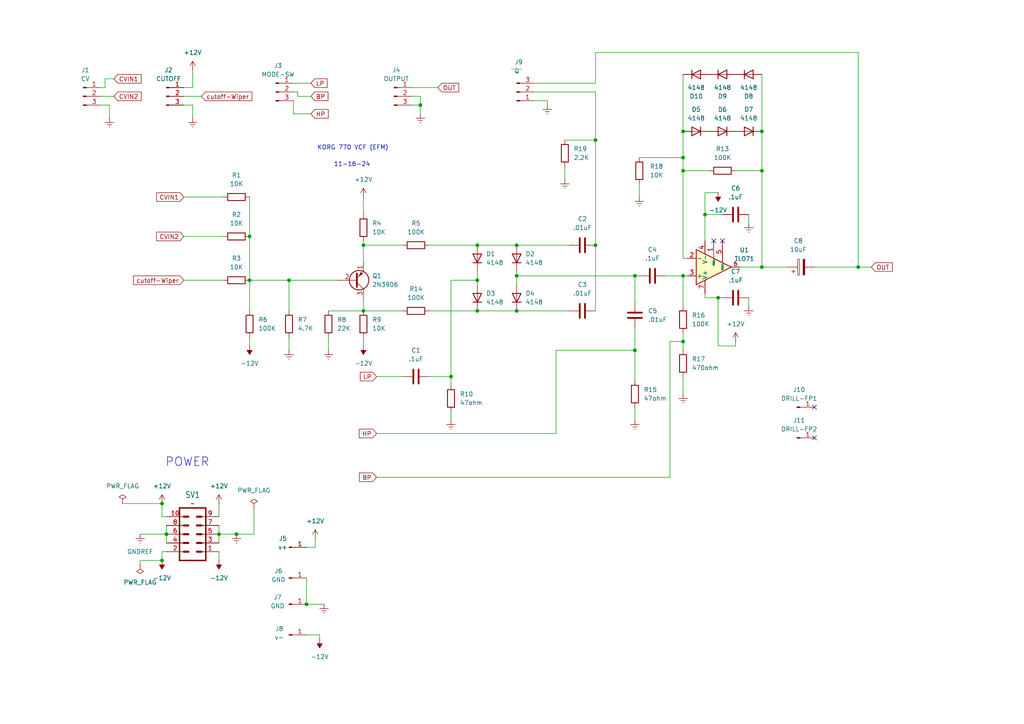
<source format=kicad_sch>
(kicad_sch
	(version 20231120)
	(generator "eeschema")
	(generator_version "8.0")
	(uuid "b7a037c3-182d-473c-99fb-9e880e50a5b0")
	(paper "A4")
	(lib_symbols
		(symbol "Amplifier_Operational:TL071"
			(pin_names
				(offset 0.127)
			)
			(exclude_from_sim no)
			(in_bom yes)
			(on_board yes)
			(property "Reference" "U"
				(at 0 6.35 0)
				(effects
					(font
						(size 1.27 1.27)
					)
					(justify left)
				)
			)
			(property "Value" "TL071"
				(at 0 3.81 0)
				(effects
					(font
						(size 1.27 1.27)
					)
					(justify left)
				)
			)
			(property "Footprint" ""
				(at 1.27 1.27 0)
				(effects
					(font
						(size 1.27 1.27)
					)
					(hide yes)
				)
			)
			(property "Datasheet" "http://www.ti.com/lit/ds/symlink/tl071.pdf"
				(at 3.81 3.81 0)
				(effects
					(font
						(size 1.27 1.27)
					)
					(hide yes)
				)
			)
			(property "Description" "Single Low-Noise JFET-Input Operational Amplifiers, DIP-8/SOIC-8"
				(at 0 0 0)
				(effects
					(font
						(size 1.27 1.27)
					)
					(hide yes)
				)
			)
			(property "ki_keywords" "singel opamp"
				(at 0 0 0)
				(effects
					(font
						(size 1.27 1.27)
					)
					(hide yes)
				)
			)
			(property "ki_fp_filters" "SOIC*3.9x4.9mm*P1.27mm* DIP*W7.62mm* TSSOP*3x3mm*P0.65mm*"
				(at 0 0 0)
				(effects
					(font
						(size 1.27 1.27)
					)
					(hide yes)
				)
			)
			(symbol "TL071_0_1"
				(polyline
					(pts
						(xy -5.08 5.08) (xy 5.08 0) (xy -5.08 -5.08) (xy -5.08 5.08)
					)
					(stroke
						(width 0.254)
						(type default)
					)
					(fill
						(type background)
					)
				)
			)
			(symbol "TL071_1_1"
				(pin input line
					(at 0 -7.62 90)
					(length 5.08)
					(name "NULL"
						(effects
							(font
								(size 0.508 0.508)
							)
						)
					)
					(number "1"
						(effects
							(font
								(size 1.27 1.27)
							)
						)
					)
				)
				(pin input line
					(at -7.62 -2.54 0)
					(length 2.54)
					(name "-"
						(effects
							(font
								(size 1.27 1.27)
							)
						)
					)
					(number "2"
						(effects
							(font
								(size 1.27 1.27)
							)
						)
					)
				)
				(pin input line
					(at -7.62 2.54 0)
					(length 2.54)
					(name "+"
						(effects
							(font
								(size 1.27 1.27)
							)
						)
					)
					(number "3"
						(effects
							(font
								(size 1.27 1.27)
							)
						)
					)
				)
				(pin power_in line
					(at -2.54 -7.62 90)
					(length 3.81)
					(name "V-"
						(effects
							(font
								(size 1.27 1.27)
							)
						)
					)
					(number "4"
						(effects
							(font
								(size 1.27 1.27)
							)
						)
					)
				)
				(pin input line
					(at 2.54 -7.62 90)
					(length 6.35)
					(name "NULL"
						(effects
							(font
								(size 0.508 0.508)
							)
						)
					)
					(number "5"
						(effects
							(font
								(size 1.27 1.27)
							)
						)
					)
				)
				(pin output line
					(at 7.62 0 180)
					(length 2.54)
					(name "~"
						(effects
							(font
								(size 1.27 1.27)
							)
						)
					)
					(number "6"
						(effects
							(font
								(size 1.27 1.27)
							)
						)
					)
				)
				(pin power_in line
					(at -2.54 7.62 270)
					(length 3.81)
					(name "V+"
						(effects
							(font
								(size 1.27 1.27)
							)
						)
					)
					(number "7"
						(effects
							(font
								(size 1.27 1.27)
							)
						)
					)
				)
				(pin no_connect line
					(at 0 2.54 270)
					(length 2.54) hide
					(name "NC"
						(effects
							(font
								(size 1.27 1.27)
							)
						)
					)
					(number "8"
						(effects
							(font
								(size 1.27 1.27)
							)
						)
					)
				)
			)
		)
		(symbol "Connector:Conn_01x01_Pin"
			(pin_names
				(offset 1.016) hide)
			(exclude_from_sim no)
			(in_bom yes)
			(on_board yes)
			(property "Reference" "J"
				(at 0 2.54 0)
				(effects
					(font
						(size 1.27 1.27)
					)
				)
			)
			(property "Value" "Conn_01x01_Pin"
				(at 0 -2.54 0)
				(effects
					(font
						(size 1.27 1.27)
					)
				)
			)
			(property "Footprint" ""
				(at 0 0 0)
				(effects
					(font
						(size 1.27 1.27)
					)
					(hide yes)
				)
			)
			(property "Datasheet" "~"
				(at 0 0 0)
				(effects
					(font
						(size 1.27 1.27)
					)
					(hide yes)
				)
			)
			(property "Description" "Generic connector, single row, 01x01, script generated"
				(at 0 0 0)
				(effects
					(font
						(size 1.27 1.27)
					)
					(hide yes)
				)
			)
			(property "ki_locked" ""
				(at 0 0 0)
				(effects
					(font
						(size 1.27 1.27)
					)
				)
			)
			(property "ki_keywords" "connector"
				(at 0 0 0)
				(effects
					(font
						(size 1.27 1.27)
					)
					(hide yes)
				)
			)
			(property "ki_fp_filters" "Connector*:*_1x??_*"
				(at 0 0 0)
				(effects
					(font
						(size 1.27 1.27)
					)
					(hide yes)
				)
			)
			(symbol "Conn_01x01_Pin_1_1"
				(polyline
					(pts
						(xy 1.27 0) (xy 0.8636 0)
					)
					(stroke
						(width 0.1524)
						(type default)
					)
					(fill
						(type none)
					)
				)
				(rectangle
					(start 0.8636 0.127)
					(end 0 -0.127)
					(stroke
						(width 0.1524)
						(type default)
					)
					(fill
						(type outline)
					)
				)
				(pin passive line
					(at 5.08 0 180)
					(length 3.81)
					(name "Pin_1"
						(effects
							(font
								(size 1.27 1.27)
							)
						)
					)
					(number "1"
						(effects
							(font
								(size 1.27 1.27)
							)
						)
					)
				)
			)
		)
		(symbol "Connector:Conn_01x03_Pin"
			(pin_names
				(offset 1.016) hide)
			(exclude_from_sim no)
			(in_bom yes)
			(on_board yes)
			(property "Reference" "J"
				(at 0 5.08 0)
				(effects
					(font
						(size 1.27 1.27)
					)
				)
			)
			(property "Value" "Conn_01x03_Pin"
				(at 0 -5.08 0)
				(effects
					(font
						(size 1.27 1.27)
					)
				)
			)
			(property "Footprint" ""
				(at 0 0 0)
				(effects
					(font
						(size 1.27 1.27)
					)
					(hide yes)
				)
			)
			(property "Datasheet" "~"
				(at 0 0 0)
				(effects
					(font
						(size 1.27 1.27)
					)
					(hide yes)
				)
			)
			(property "Description" "Generic connector, single row, 01x03, script generated"
				(at 0 0 0)
				(effects
					(font
						(size 1.27 1.27)
					)
					(hide yes)
				)
			)
			(property "ki_locked" ""
				(at 0 0 0)
				(effects
					(font
						(size 1.27 1.27)
					)
				)
			)
			(property "ki_keywords" "connector"
				(at 0 0 0)
				(effects
					(font
						(size 1.27 1.27)
					)
					(hide yes)
				)
			)
			(property "ki_fp_filters" "Connector*:*_1x??_*"
				(at 0 0 0)
				(effects
					(font
						(size 1.27 1.27)
					)
					(hide yes)
				)
			)
			(symbol "Conn_01x03_Pin_1_1"
				(polyline
					(pts
						(xy 1.27 -2.54) (xy 0.8636 -2.54)
					)
					(stroke
						(width 0.1524)
						(type default)
					)
					(fill
						(type none)
					)
				)
				(polyline
					(pts
						(xy 1.27 0) (xy 0.8636 0)
					)
					(stroke
						(width 0.1524)
						(type default)
					)
					(fill
						(type none)
					)
				)
				(polyline
					(pts
						(xy 1.27 2.54) (xy 0.8636 2.54)
					)
					(stroke
						(width 0.1524)
						(type default)
					)
					(fill
						(type none)
					)
				)
				(rectangle
					(start 0.8636 -2.413)
					(end 0 -2.667)
					(stroke
						(width 0.1524)
						(type default)
					)
					(fill
						(type outline)
					)
				)
				(rectangle
					(start 0.8636 0.127)
					(end 0 -0.127)
					(stroke
						(width 0.1524)
						(type default)
					)
					(fill
						(type outline)
					)
				)
				(rectangle
					(start 0.8636 2.667)
					(end 0 2.413)
					(stroke
						(width 0.1524)
						(type default)
					)
					(fill
						(type outline)
					)
				)
				(pin passive line
					(at 5.08 2.54 180)
					(length 3.81)
					(name "Pin_1"
						(effects
							(font
								(size 1.27 1.27)
							)
						)
					)
					(number "1"
						(effects
							(font
								(size 1.27 1.27)
							)
						)
					)
				)
				(pin passive line
					(at 5.08 0 180)
					(length 3.81)
					(name "Pin_2"
						(effects
							(font
								(size 1.27 1.27)
							)
						)
					)
					(number "2"
						(effects
							(font
								(size 1.27 1.27)
							)
						)
					)
				)
				(pin passive line
					(at 5.08 -2.54 180)
					(length 3.81)
					(name "Pin_3"
						(effects
							(font
								(size 1.27 1.27)
							)
						)
					)
					(number "3"
						(effects
							(font
								(size 1.27 1.27)
							)
						)
					)
				)
			)
		)
		(symbol "Device:C"
			(pin_numbers hide)
			(pin_names
				(offset 0.254)
			)
			(exclude_from_sim no)
			(in_bom yes)
			(on_board yes)
			(property "Reference" "C"
				(at 0.635 2.54 0)
				(effects
					(font
						(size 1.27 1.27)
					)
					(justify left)
				)
			)
			(property "Value" "C"
				(at 0.635 -2.54 0)
				(effects
					(font
						(size 1.27 1.27)
					)
					(justify left)
				)
			)
			(property "Footprint" ""
				(at 0.9652 -3.81 0)
				(effects
					(font
						(size 1.27 1.27)
					)
					(hide yes)
				)
			)
			(property "Datasheet" "~"
				(at 0 0 0)
				(effects
					(font
						(size 1.27 1.27)
					)
					(hide yes)
				)
			)
			(property "Description" "Unpolarized capacitor"
				(at 0 0 0)
				(effects
					(font
						(size 1.27 1.27)
					)
					(hide yes)
				)
			)
			(property "ki_keywords" "cap capacitor"
				(at 0 0 0)
				(effects
					(font
						(size 1.27 1.27)
					)
					(hide yes)
				)
			)
			(property "ki_fp_filters" "C_*"
				(at 0 0 0)
				(effects
					(font
						(size 1.27 1.27)
					)
					(hide yes)
				)
			)
			(symbol "C_0_1"
				(polyline
					(pts
						(xy -2.032 -0.762) (xy 2.032 -0.762)
					)
					(stroke
						(width 0.508)
						(type default)
					)
					(fill
						(type none)
					)
				)
				(polyline
					(pts
						(xy -2.032 0.762) (xy 2.032 0.762)
					)
					(stroke
						(width 0.508)
						(type default)
					)
					(fill
						(type none)
					)
				)
			)
			(symbol "C_1_1"
				(pin passive line
					(at 0 3.81 270)
					(length 2.794)
					(name "~"
						(effects
							(font
								(size 1.27 1.27)
							)
						)
					)
					(number "1"
						(effects
							(font
								(size 1.27 1.27)
							)
						)
					)
				)
				(pin passive line
					(at 0 -3.81 90)
					(length 2.794)
					(name "~"
						(effects
							(font
								(size 1.27 1.27)
							)
						)
					)
					(number "2"
						(effects
							(font
								(size 1.27 1.27)
							)
						)
					)
				)
			)
		)
		(symbol "Device:C_Polarized"
			(pin_numbers hide)
			(pin_names
				(offset 0.254)
			)
			(exclude_from_sim no)
			(in_bom yes)
			(on_board yes)
			(property "Reference" "C"
				(at 0.635 2.54 0)
				(effects
					(font
						(size 1.27 1.27)
					)
					(justify left)
				)
			)
			(property "Value" "C_Polarized"
				(at 0.635 -2.54 0)
				(effects
					(font
						(size 1.27 1.27)
					)
					(justify left)
				)
			)
			(property "Footprint" ""
				(at 0.9652 -3.81 0)
				(effects
					(font
						(size 1.27 1.27)
					)
					(hide yes)
				)
			)
			(property "Datasheet" "~"
				(at 0 0 0)
				(effects
					(font
						(size 1.27 1.27)
					)
					(hide yes)
				)
			)
			(property "Description" "Polarized capacitor"
				(at 0 0 0)
				(effects
					(font
						(size 1.27 1.27)
					)
					(hide yes)
				)
			)
			(property "ki_keywords" "cap capacitor"
				(at 0 0 0)
				(effects
					(font
						(size 1.27 1.27)
					)
					(hide yes)
				)
			)
			(property "ki_fp_filters" "CP_*"
				(at 0 0 0)
				(effects
					(font
						(size 1.27 1.27)
					)
					(hide yes)
				)
			)
			(symbol "C_Polarized_0_1"
				(rectangle
					(start -2.286 0.508)
					(end 2.286 1.016)
					(stroke
						(width 0)
						(type default)
					)
					(fill
						(type none)
					)
				)
				(polyline
					(pts
						(xy -1.778 2.286) (xy -0.762 2.286)
					)
					(stroke
						(width 0)
						(type default)
					)
					(fill
						(type none)
					)
				)
				(polyline
					(pts
						(xy -1.27 2.794) (xy -1.27 1.778)
					)
					(stroke
						(width 0)
						(type default)
					)
					(fill
						(type none)
					)
				)
				(rectangle
					(start 2.286 -0.508)
					(end -2.286 -1.016)
					(stroke
						(width 0)
						(type default)
					)
					(fill
						(type outline)
					)
				)
			)
			(symbol "C_Polarized_1_1"
				(pin passive line
					(at 0 3.81 270)
					(length 2.794)
					(name "~"
						(effects
							(font
								(size 1.27 1.27)
							)
						)
					)
					(number "1"
						(effects
							(font
								(size 1.27 1.27)
							)
						)
					)
				)
				(pin passive line
					(at 0 -3.81 90)
					(length 2.794)
					(name "~"
						(effects
							(font
								(size 1.27 1.27)
							)
						)
					)
					(number "2"
						(effects
							(font
								(size 1.27 1.27)
							)
						)
					)
				)
			)
		)
		(symbol "Device:D"
			(pin_numbers hide)
			(pin_names
				(offset 1.016) hide)
			(exclude_from_sim no)
			(in_bom yes)
			(on_board yes)
			(property "Reference" "D"
				(at 0 2.54 0)
				(effects
					(font
						(size 1.27 1.27)
					)
				)
			)
			(property "Value" "D"
				(at 0 -2.54 0)
				(effects
					(font
						(size 1.27 1.27)
					)
				)
			)
			(property "Footprint" ""
				(at 0 0 0)
				(effects
					(font
						(size 1.27 1.27)
					)
					(hide yes)
				)
			)
			(property "Datasheet" "~"
				(at 0 0 0)
				(effects
					(font
						(size 1.27 1.27)
					)
					(hide yes)
				)
			)
			(property "Description" "Diode"
				(at 0 0 0)
				(effects
					(font
						(size 1.27 1.27)
					)
					(hide yes)
				)
			)
			(property "Sim.Device" "D"
				(at 0 0 0)
				(effects
					(font
						(size 1.27 1.27)
					)
					(hide yes)
				)
			)
			(property "Sim.Pins" "1=K 2=A"
				(at 0 0 0)
				(effects
					(font
						(size 1.27 1.27)
					)
					(hide yes)
				)
			)
			(property "ki_keywords" "diode"
				(at 0 0 0)
				(effects
					(font
						(size 1.27 1.27)
					)
					(hide yes)
				)
			)
			(property "ki_fp_filters" "TO-???* *_Diode_* *SingleDiode* D_*"
				(at 0 0 0)
				(effects
					(font
						(size 1.27 1.27)
					)
					(hide yes)
				)
			)
			(symbol "D_0_1"
				(polyline
					(pts
						(xy -1.27 1.27) (xy -1.27 -1.27)
					)
					(stroke
						(width 0.254)
						(type default)
					)
					(fill
						(type none)
					)
				)
				(polyline
					(pts
						(xy 1.27 0) (xy -1.27 0)
					)
					(stroke
						(width 0)
						(type default)
					)
					(fill
						(type none)
					)
				)
				(polyline
					(pts
						(xy 1.27 1.27) (xy 1.27 -1.27) (xy -1.27 0) (xy 1.27 1.27)
					)
					(stroke
						(width 0.254)
						(type default)
					)
					(fill
						(type none)
					)
				)
			)
			(symbol "D_1_1"
				(pin passive line
					(at -3.81 0 0)
					(length 2.54)
					(name "K"
						(effects
							(font
								(size 1.27 1.27)
							)
						)
					)
					(number "1"
						(effects
							(font
								(size 1.27 1.27)
							)
						)
					)
				)
				(pin passive line
					(at 3.81 0 180)
					(length 2.54)
					(name "A"
						(effects
							(font
								(size 1.27 1.27)
							)
						)
					)
					(number "2"
						(effects
							(font
								(size 1.27 1.27)
							)
						)
					)
				)
			)
		)
		(symbol "Device:R"
			(pin_numbers hide)
			(pin_names
				(offset 0)
			)
			(exclude_from_sim no)
			(in_bom yes)
			(on_board yes)
			(property "Reference" "R"
				(at 2.032 0 90)
				(effects
					(font
						(size 1.27 1.27)
					)
				)
			)
			(property "Value" "R"
				(at 0 0 90)
				(effects
					(font
						(size 1.27 1.27)
					)
				)
			)
			(property "Footprint" ""
				(at -1.778 0 90)
				(effects
					(font
						(size 1.27 1.27)
					)
					(hide yes)
				)
			)
			(property "Datasheet" "~"
				(at 0 0 0)
				(effects
					(font
						(size 1.27 1.27)
					)
					(hide yes)
				)
			)
			(property "Description" "Resistor"
				(at 0 0 0)
				(effects
					(font
						(size 1.27 1.27)
					)
					(hide yes)
				)
			)
			(property "ki_keywords" "R res resistor"
				(at 0 0 0)
				(effects
					(font
						(size 1.27 1.27)
					)
					(hide yes)
				)
			)
			(property "ki_fp_filters" "R_*"
				(at 0 0 0)
				(effects
					(font
						(size 1.27 1.27)
					)
					(hide yes)
				)
			)
			(symbol "R_0_1"
				(rectangle
					(start -1.016 -2.54)
					(end 1.016 2.54)
					(stroke
						(width 0.254)
						(type default)
					)
					(fill
						(type none)
					)
				)
			)
			(symbol "R_1_1"
				(pin passive line
					(at 0 3.81 270)
					(length 1.27)
					(name "~"
						(effects
							(font
								(size 1.27 1.27)
							)
						)
					)
					(number "1"
						(effects
							(font
								(size 1.27 1.27)
							)
						)
					)
				)
				(pin passive line
					(at 0 -3.81 90)
					(length 1.27)
					(name "~"
						(effects
							(font
								(size 1.27 1.27)
							)
						)
					)
					(number "2"
						(effects
							(font
								(size 1.27 1.27)
							)
						)
					)
				)
			)
		)
		(symbol "Transistor_BJT:2N3906"
			(pin_names
				(offset 0) hide)
			(exclude_from_sim no)
			(in_bom yes)
			(on_board yes)
			(property "Reference" "Q"
				(at 5.08 1.905 0)
				(effects
					(font
						(size 1.27 1.27)
					)
					(justify left)
				)
			)
			(property "Value" "2N3906"
				(at 5.08 0 0)
				(effects
					(font
						(size 1.27 1.27)
					)
					(justify left)
				)
			)
			(property "Footprint" "Package_TO_SOT_THT:TO-92_Inline"
				(at 5.08 -1.905 0)
				(effects
					(font
						(size 1.27 1.27)
						(italic yes)
					)
					(justify left)
					(hide yes)
				)
			)
			(property "Datasheet" "https://www.onsemi.com/pub/Collateral/2N3906-D.PDF"
				(at 0 0 0)
				(effects
					(font
						(size 1.27 1.27)
					)
					(justify left)
					(hide yes)
				)
			)
			(property "Description" "-0.2A Ic, -40V Vce, Small Signal PNP Transistor, TO-92"
				(at 0 0 0)
				(effects
					(font
						(size 1.27 1.27)
					)
					(hide yes)
				)
			)
			(property "ki_keywords" "PNP Transistor"
				(at 0 0 0)
				(effects
					(font
						(size 1.27 1.27)
					)
					(hide yes)
				)
			)
			(property "ki_fp_filters" "TO?92*"
				(at 0 0 0)
				(effects
					(font
						(size 1.27 1.27)
					)
					(hide yes)
				)
			)
			(symbol "2N3906_0_1"
				(polyline
					(pts
						(xy 0.635 0.635) (xy 2.54 2.54)
					)
					(stroke
						(width 0)
						(type default)
					)
					(fill
						(type none)
					)
				)
				(polyline
					(pts
						(xy 0.635 -0.635) (xy 2.54 -2.54) (xy 2.54 -2.54)
					)
					(stroke
						(width 0)
						(type default)
					)
					(fill
						(type none)
					)
				)
				(polyline
					(pts
						(xy 0.635 1.905) (xy 0.635 -1.905) (xy 0.635 -1.905)
					)
					(stroke
						(width 0.508)
						(type default)
					)
					(fill
						(type none)
					)
				)
				(polyline
					(pts
						(xy 2.286 -1.778) (xy 1.778 -2.286) (xy 1.27 -1.27) (xy 2.286 -1.778) (xy 2.286 -1.778)
					)
					(stroke
						(width 0)
						(type default)
					)
					(fill
						(type outline)
					)
				)
				(circle
					(center 1.27 0)
					(radius 2.8194)
					(stroke
						(width 0.254)
						(type default)
					)
					(fill
						(type none)
					)
				)
			)
			(symbol "2N3906_1_1"
				(pin passive line
					(at 2.54 -5.08 90)
					(length 2.54)
					(name "E"
						(effects
							(font
								(size 1.27 1.27)
							)
						)
					)
					(number "1"
						(effects
							(font
								(size 1.27 1.27)
							)
						)
					)
				)
				(pin input line
					(at -5.08 0 0)
					(length 5.715)
					(name "B"
						(effects
							(font
								(size 1.27 1.27)
							)
						)
					)
					(number "2"
						(effects
							(font
								(size 1.27 1.27)
							)
						)
					)
				)
				(pin passive line
					(at 2.54 5.08 270)
					(length 2.54)
					(name "C"
						(effects
							(font
								(size 1.27 1.27)
							)
						)
					)
					(number "3"
						(effects
							(font
								(size 1.27 1.27)
							)
						)
					)
				)
			)
		)
		(symbol "charhead:EURO_POWER_HEADERREGULAR"
			(exclude_from_sim no)
			(in_bom yes)
			(on_board yes)
			(property "Reference" "SV"
				(at -3.81 8.382 0)
				(effects
					(font
						(size 1.778 1.5113)
					)
					(justify left bottom)
				)
			)
			(property "Value" ""
				(at -3.81 -10.16 0)
				(effects
					(font
						(size 1.778 1.5113)
					)
					(justify left bottom)
				)
			)
			(property "Footprint" "DSPG1-euro 11-14-23 H11L1 SMD:EURO_POWER_HEADER"
				(at 0 0 0)
				(effects
					(font
						(size 1.27 1.27)
					)
					(hide yes)
				)
			)
			(property "Datasheet" ""
				(at 0 0 0)
				(effects
					(font
						(size 1.27 1.27)
					)
					(hide yes)
				)
			)
			(property "Description" ""
				(at 0 0 0)
				(effects
					(font
						(size 1.27 1.27)
					)
					(hide yes)
				)
			)
			(property "ki_locked" ""
				(at 0 0 0)
				(effects
					(font
						(size 1.27 1.27)
					)
				)
			)
			(symbol "EURO_POWER_HEADERREGULAR_1_0"
				(polyline
					(pts
						(xy -3.81 7.62) (xy -3.81 -7.62)
					)
					(stroke
						(width 0.4064)
						(type solid)
					)
					(fill
						(type none)
					)
				)
				(polyline
					(pts
						(xy -3.81 7.62) (xy 3.81 7.62)
					)
					(stroke
						(width 0.4064)
						(type solid)
					)
					(fill
						(type none)
					)
				)
				(polyline
					(pts
						(xy -2.54 -5.08) (xy -1.27 -5.08)
					)
					(stroke
						(width 0.6096)
						(type solid)
					)
					(fill
						(type none)
					)
				)
				(polyline
					(pts
						(xy -2.54 -2.54) (xy -1.27 -2.54)
					)
					(stroke
						(width 0.6096)
						(type solid)
					)
					(fill
						(type none)
					)
				)
				(polyline
					(pts
						(xy -2.54 0) (xy -1.27 0)
					)
					(stroke
						(width 0.6096)
						(type solid)
					)
					(fill
						(type none)
					)
				)
				(polyline
					(pts
						(xy -2.54 2.54) (xy -1.27 2.54)
					)
					(stroke
						(width 0.6096)
						(type solid)
					)
					(fill
						(type none)
					)
				)
				(polyline
					(pts
						(xy -2.54 5.08) (xy -1.27 5.08)
					)
					(stroke
						(width 0.6096)
						(type solid)
					)
					(fill
						(type none)
					)
				)
				(polyline
					(pts
						(xy 1.27 -5.08) (xy 2.54 -5.08)
					)
					(stroke
						(width 0.6096)
						(type solid)
					)
					(fill
						(type none)
					)
				)
				(polyline
					(pts
						(xy 1.27 -2.54) (xy 2.54 -2.54)
					)
					(stroke
						(width 0.6096)
						(type solid)
					)
					(fill
						(type none)
					)
				)
				(polyline
					(pts
						(xy 1.27 0) (xy 2.54 0)
					)
					(stroke
						(width 0.6096)
						(type solid)
					)
					(fill
						(type none)
					)
				)
				(polyline
					(pts
						(xy 1.27 2.54) (xy 2.54 2.54)
					)
					(stroke
						(width 0.6096)
						(type solid)
					)
					(fill
						(type none)
					)
				)
				(polyline
					(pts
						(xy 1.27 5.08) (xy 2.54 5.08)
					)
					(stroke
						(width 0.6096)
						(type solid)
					)
					(fill
						(type none)
					)
				)
				(polyline
					(pts
						(xy 3.81 -7.62) (xy -3.81 -7.62)
					)
					(stroke
						(width 0.4064)
						(type solid)
					)
					(fill
						(type none)
					)
				)
				(polyline
					(pts
						(xy 3.81 -7.62) (xy 3.81 7.62)
					)
					(stroke
						(width 0.4064)
						(type solid)
					)
					(fill
						(type none)
					)
				)
				(pin passive line
					(at 7.62 -5.08 180)
					(length 5.08)
					(name "1"
						(effects
							(font
								(size 0 0)
							)
						)
					)
					(number "1"
						(effects
							(font
								(size 1.27 1.27)
							)
						)
					)
				)
				(pin passive line
					(at -7.62 5.08 0)
					(length 5.08)
					(name "10"
						(effects
							(font
								(size 0 0)
							)
						)
					)
					(number "10"
						(effects
							(font
								(size 1.27 1.27)
							)
						)
					)
				)
				(pin passive line
					(at -7.62 -5.08 0)
					(length 5.08)
					(name "2"
						(effects
							(font
								(size 0 0)
							)
						)
					)
					(number "2"
						(effects
							(font
								(size 1.27 1.27)
							)
						)
					)
				)
				(pin passive line
					(at 7.62 -2.54 180)
					(length 5.08)
					(name "3"
						(effects
							(font
								(size 0 0)
							)
						)
					)
					(number "3"
						(effects
							(font
								(size 1.27 1.27)
							)
						)
					)
				)
				(pin passive line
					(at -7.62 -2.54 0)
					(length 5.08)
					(name "4"
						(effects
							(font
								(size 0 0)
							)
						)
					)
					(number "4"
						(effects
							(font
								(size 1.27 1.27)
							)
						)
					)
				)
				(pin passive line
					(at 7.62 0 180)
					(length 5.08)
					(name "5"
						(effects
							(font
								(size 0 0)
							)
						)
					)
					(number "5"
						(effects
							(font
								(size 1.27 1.27)
							)
						)
					)
				)
				(pin passive line
					(at -7.62 0 0)
					(length 5.08)
					(name "6"
						(effects
							(font
								(size 0 0)
							)
						)
					)
					(number "6"
						(effects
							(font
								(size 1.27 1.27)
							)
						)
					)
				)
				(pin passive line
					(at 7.62 2.54 180)
					(length 5.08)
					(name "7"
						(effects
							(font
								(size 0 0)
							)
						)
					)
					(number "7"
						(effects
							(font
								(size 1.27 1.27)
							)
						)
					)
				)
				(pin passive line
					(at -7.62 2.54 0)
					(length 5.08)
					(name "8"
						(effects
							(font
								(size 0 0)
							)
						)
					)
					(number "8"
						(effects
							(font
								(size 1.27 1.27)
							)
						)
					)
				)
				(pin passive line
					(at 7.62 5.08 180)
					(length 5.08)
					(name "9"
						(effects
							(font
								(size 0 0)
							)
						)
					)
					(number "9"
						(effects
							(font
								(size 1.27 1.27)
							)
						)
					)
				)
			)
		)
		(symbol "power:+12V"
			(power)
			(pin_numbers hide)
			(pin_names
				(offset 0) hide)
			(exclude_from_sim no)
			(in_bom yes)
			(on_board yes)
			(property "Reference" "#PWR"
				(at 0 -3.81 0)
				(effects
					(font
						(size 1.27 1.27)
					)
					(hide yes)
				)
			)
			(property "Value" "+12V"
				(at 0 3.556 0)
				(effects
					(font
						(size 1.27 1.27)
					)
				)
			)
			(property "Footprint" ""
				(at 0 0 0)
				(effects
					(font
						(size 1.27 1.27)
					)
					(hide yes)
				)
			)
			(property "Datasheet" ""
				(at 0 0 0)
				(effects
					(font
						(size 1.27 1.27)
					)
					(hide yes)
				)
			)
			(property "Description" "Power symbol creates a global label with name \"+12V\""
				(at 0 0 0)
				(effects
					(font
						(size 1.27 1.27)
					)
					(hide yes)
				)
			)
			(property "ki_keywords" "global power"
				(at 0 0 0)
				(effects
					(font
						(size 1.27 1.27)
					)
					(hide yes)
				)
			)
			(symbol "+12V_0_1"
				(polyline
					(pts
						(xy -0.762 1.27) (xy 0 2.54)
					)
					(stroke
						(width 0)
						(type default)
					)
					(fill
						(type none)
					)
				)
				(polyline
					(pts
						(xy 0 0) (xy 0 2.54)
					)
					(stroke
						(width 0)
						(type default)
					)
					(fill
						(type none)
					)
				)
				(polyline
					(pts
						(xy 0 2.54) (xy 0.762 1.27)
					)
					(stroke
						(width 0)
						(type default)
					)
					(fill
						(type none)
					)
				)
			)
			(symbol "+12V_1_1"
				(pin power_in line
					(at 0 0 90)
					(length 0)
					(name "~"
						(effects
							(font
								(size 1.27 1.27)
							)
						)
					)
					(number "1"
						(effects
							(font
								(size 1.27 1.27)
							)
						)
					)
				)
			)
		)
		(symbol "power:-12V"
			(power)
			(pin_numbers hide)
			(pin_names
				(offset 0) hide)
			(exclude_from_sim no)
			(in_bom yes)
			(on_board yes)
			(property "Reference" "#PWR"
				(at 0 -3.81 0)
				(effects
					(font
						(size 1.27 1.27)
					)
					(hide yes)
				)
			)
			(property "Value" "-12V"
				(at 0 3.556 0)
				(effects
					(font
						(size 1.27 1.27)
					)
				)
			)
			(property "Footprint" ""
				(at 0 0 0)
				(effects
					(font
						(size 1.27 1.27)
					)
					(hide yes)
				)
			)
			(property "Datasheet" ""
				(at 0 0 0)
				(effects
					(font
						(size 1.27 1.27)
					)
					(hide yes)
				)
			)
			(property "Description" "Power symbol creates a global label with name \"-12V\""
				(at 0 0 0)
				(effects
					(font
						(size 1.27 1.27)
					)
					(hide yes)
				)
			)
			(property "ki_keywords" "global power"
				(at 0 0 0)
				(effects
					(font
						(size 1.27 1.27)
					)
					(hide yes)
				)
			)
			(symbol "-12V_0_0"
				(pin power_in line
					(at 0 0 90)
					(length 0)
					(name "~"
						(effects
							(font
								(size 1.27 1.27)
							)
						)
					)
					(number "1"
						(effects
							(font
								(size 1.27 1.27)
							)
						)
					)
				)
			)
			(symbol "-12V_0_1"
				(polyline
					(pts
						(xy 0 0) (xy 0 1.27) (xy 0.762 1.27) (xy 0 2.54) (xy -0.762 1.27) (xy 0 1.27)
					)
					(stroke
						(width 0)
						(type default)
					)
					(fill
						(type outline)
					)
				)
			)
		)
		(symbol "power:GNDREF"
			(power)
			(pin_numbers hide)
			(pin_names
				(offset 0) hide)
			(exclude_from_sim no)
			(in_bom yes)
			(on_board yes)
			(property "Reference" "#PWR"
				(at 0 -6.35 0)
				(effects
					(font
						(size 1.27 1.27)
					)
					(hide yes)
				)
			)
			(property "Value" "GNDREF"
				(at 0 -3.81 0)
				(effects
					(font
						(size 1.27 1.27)
					)
				)
			)
			(property "Footprint" ""
				(at 0 0 0)
				(effects
					(font
						(size 1.27 1.27)
					)
					(hide yes)
				)
			)
			(property "Datasheet" ""
				(at 0 0 0)
				(effects
					(font
						(size 1.27 1.27)
					)
					(hide yes)
				)
			)
			(property "Description" "Power symbol creates a global label with name \"GNDREF\" , reference supply ground"
				(at 0 0 0)
				(effects
					(font
						(size 1.27 1.27)
					)
					(hide yes)
				)
			)
			(property "ki_keywords" "global power"
				(at 0 0 0)
				(effects
					(font
						(size 1.27 1.27)
					)
					(hide yes)
				)
			)
			(symbol "GNDREF_0_1"
				(polyline
					(pts
						(xy -0.635 -1.905) (xy 0.635 -1.905)
					)
					(stroke
						(width 0)
						(type default)
					)
					(fill
						(type none)
					)
				)
				(polyline
					(pts
						(xy -0.127 -2.54) (xy 0.127 -2.54)
					)
					(stroke
						(width 0)
						(type default)
					)
					(fill
						(type none)
					)
				)
				(polyline
					(pts
						(xy 0 -1.27) (xy 0 0)
					)
					(stroke
						(width 0)
						(type default)
					)
					(fill
						(type none)
					)
				)
				(polyline
					(pts
						(xy 1.27 -1.27) (xy -1.27 -1.27)
					)
					(stroke
						(width 0)
						(type default)
					)
					(fill
						(type none)
					)
				)
			)
			(symbol "GNDREF_1_1"
				(pin power_in line
					(at 0 0 270)
					(length 0)
					(name "~"
						(effects
							(font
								(size 1.27 1.27)
							)
						)
					)
					(number "1"
						(effects
							(font
								(size 1.27 1.27)
							)
						)
					)
				)
			)
		)
		(symbol "power:PWR_FLAG"
			(power)
			(pin_numbers hide)
			(pin_names
				(offset 0) hide)
			(exclude_from_sim no)
			(in_bom yes)
			(on_board yes)
			(property "Reference" "#FLG"
				(at 0 1.905 0)
				(effects
					(font
						(size 1.27 1.27)
					)
					(hide yes)
				)
			)
			(property "Value" "PWR_FLAG"
				(at 0 3.81 0)
				(effects
					(font
						(size 1.27 1.27)
					)
				)
			)
			(property "Footprint" ""
				(at 0 0 0)
				(effects
					(font
						(size 1.27 1.27)
					)
					(hide yes)
				)
			)
			(property "Datasheet" "~"
				(at 0 0 0)
				(effects
					(font
						(size 1.27 1.27)
					)
					(hide yes)
				)
			)
			(property "Description" "Special symbol for telling ERC where power comes from"
				(at 0 0 0)
				(effects
					(font
						(size 1.27 1.27)
					)
					(hide yes)
				)
			)
			(property "ki_keywords" "flag power"
				(at 0 0 0)
				(effects
					(font
						(size 1.27 1.27)
					)
					(hide yes)
				)
			)
			(symbol "PWR_FLAG_0_0"
				(pin power_out line
					(at 0 0 90)
					(length 0)
					(name "~"
						(effects
							(font
								(size 1.27 1.27)
							)
						)
					)
					(number "1"
						(effects
							(font
								(size 1.27 1.27)
							)
						)
					)
				)
			)
			(symbol "PWR_FLAG_0_1"
				(polyline
					(pts
						(xy 0 0) (xy 0 1.27) (xy -1.016 1.905) (xy 0 2.54) (xy 1.016 1.905) (xy 0 1.27)
					)
					(stroke
						(width 0)
						(type default)
					)
					(fill
						(type none)
					)
				)
			)
		)
	)
	(junction
		(at 72.39 68.58)
		(diameter 0)
		(color 0 0 0 0)
		(uuid "03056193-7216-46fa-8dc9-3634947cf05e")
	)
	(junction
		(at 138.43 90.17)
		(diameter 0)
		(color 0 0 0 0)
		(uuid "04f4efec-ff01-4d94-a4f3-4d0e8b9baaa2")
	)
	(junction
		(at 68.58 154.94)
		(diameter 0)
		(color 0 0 0 0)
		(uuid "0a4dcf50-6da8-4453-bb10-1057f71f2aba")
	)
	(junction
		(at 149.86 90.17)
		(diameter 0)
		(color 0 0 0 0)
		(uuid "176aab81-01f4-44a0-9ac7-1f7d1d87652a")
	)
	(junction
		(at 184.15 80.01)
		(diameter 0)
		(color 0 0 0 0)
		(uuid "1a784f82-4a2f-41e1-81f5-584c9520f6eb")
	)
	(junction
		(at 220.98 38.1)
		(diameter 0)
		(color 0 0 0 0)
		(uuid "1b936bb4-27c7-4421-92b1-c2ca54cef742")
	)
	(junction
		(at 198.12 38.1)
		(diameter 0)
		(color 0 0 0 0)
		(uuid "2e8bf0d4-66bc-4ac2-9d75-31783e4c5370")
	)
	(junction
		(at 204.47 62.23)
		(diameter 0)
		(color 0 0 0 0)
		(uuid "3d35c8e6-e5f8-4cca-8803-6bf25e2a3373")
	)
	(junction
		(at 138.43 71.12)
		(diameter 0)
		(color 0 0 0 0)
		(uuid "4b7cf397-2714-49dc-bc45-74760d80b722")
	)
	(junction
		(at 149.86 71.12)
		(diameter 0)
		(color 0 0 0 0)
		(uuid "4fe28f1f-49b1-49be-b7e0-49260f4c2ead")
	)
	(junction
		(at 63.5 154.94)
		(diameter 0)
		(color 0 0 0 0)
		(uuid "53d5ca90-cc26-4ec0-ab0e-512934878790")
	)
	(junction
		(at 198.12 99.06)
		(diameter 0)
		(color 0 0 0 0)
		(uuid "607403c0-ae23-4261-90e2-5b0ca4b9a02d")
	)
	(junction
		(at 46.99 146.05)
		(diameter 0)
		(color 0 0 0 0)
		(uuid "67387b8c-55ee-47e9-87fd-25f9db1d8670")
	)
	(junction
		(at 88.9 175.26)
		(diameter 0)
		(color 0 0 0 0)
		(uuid "6dea4117-16d8-4a03-aaf9-9412c7aba2bf")
	)
	(junction
		(at 149.86 80.01)
		(diameter 0)
		(color 0 0 0 0)
		(uuid "77224223-4982-480b-a49a-ca312cc8957f")
	)
	(junction
		(at 220.98 49.53)
		(diameter 0)
		(color 0 0 0 0)
		(uuid "8090a518-d27c-4b36-801f-833d9ed47e00")
	)
	(junction
		(at 48.26 154.94)
		(diameter 0)
		(color 0 0 0 0)
		(uuid "88b2d06f-8f3e-4b2b-ade7-e00c42b8bacd")
	)
	(junction
		(at 208.28 86.36)
		(diameter 0)
		(color 0 0 0 0)
		(uuid "88ff1220-02fe-409d-9d0a-6e40a7652c19")
	)
	(junction
		(at 138.43 81.28)
		(diameter 0)
		(color 0 0 0 0)
		(uuid "8bb49af9-ebd1-4a2a-a83e-5488a0cc9e78")
	)
	(junction
		(at 198.12 45.72)
		(diameter 0)
		(color 0 0 0 0)
		(uuid "9987f2b6-1685-4e68-973d-1d0e424a9d00")
	)
	(junction
		(at 105.41 90.17)
		(diameter 0)
		(color 0 0 0 0)
		(uuid "b02416ab-c783-4480-8b56-98e3a08062e0")
	)
	(junction
		(at 248.92 77.47)
		(diameter 0)
		(color 0 0 0 0)
		(uuid "b2dfe0a4-be89-43bf-97a1-d3fbf5791a56")
	)
	(junction
		(at 130.81 109.22)
		(diameter 0)
		(color 0 0 0 0)
		(uuid "b4e95a2b-21e4-4b19-b41a-44174551a553")
	)
	(junction
		(at 220.98 77.47)
		(diameter 0)
		(color 0 0 0 0)
		(uuid "b9d6fd51-1ab3-492b-8df9-df44ec3145db")
	)
	(junction
		(at 72.39 81.28)
		(diameter 0)
		(color 0 0 0 0)
		(uuid "bb63bdc3-fee8-4da7-8da8-3f663e04b9e4")
	)
	(junction
		(at 184.15 101.6)
		(diameter 0)
		(color 0 0 0 0)
		(uuid "d8329f5b-41c2-4743-a3f6-7dac888527a6")
	)
	(junction
		(at 121.92 30.48)
		(diameter 0)
		(color 0 0 0 0)
		(uuid "dba81914-642d-47be-8874-da8bc8e3bd04")
	)
	(junction
		(at 46.99 162.56)
		(diameter 0)
		(color 0 0 0 0)
		(uuid "dcd1faa0-9418-4118-a4c8-fe455d886140")
	)
	(junction
		(at 172.72 40.64)
		(diameter 0)
		(color 0 0 0 0)
		(uuid "e65d15aa-ed31-4a30-9127-97cc920b73e1")
	)
	(junction
		(at 198.12 49.53)
		(diameter 0)
		(color 0 0 0 0)
		(uuid "eba780a0-f962-4c95-a7e0-eae8ada58062")
	)
	(junction
		(at 105.41 71.12)
		(diameter 0)
		(color 0 0 0 0)
		(uuid "ef1f662c-08dc-44f5-b27c-b28fbf5a60b1")
	)
	(junction
		(at 172.72 71.12)
		(diameter 0)
		(color 0 0 0 0)
		(uuid "f8b91d3e-ccfb-47ff-a46e-cce918b27596")
	)
	(junction
		(at 83.82 81.28)
		(diameter 0)
		(color 0 0 0 0)
		(uuid "fa87b350-fe11-4bc9-9a46-2cf5645907de")
	)
	(junction
		(at 198.12 80.01)
		(diameter 0)
		(color 0 0 0 0)
		(uuid "fb4607d7-00fe-4e40-822a-b0915f0fcb28")
	)
	(no_connect
		(at 207.01 69.85)
		(uuid "33f5085c-c0b3-4cda-963a-edb9ca450887")
	)
	(no_connect
		(at 209.55 69.85)
		(uuid "3ceccdb4-6fe7-45b4-9a91-318e9fa3bdda")
	)
	(no_connect
		(at 236.22 118.11)
		(uuid "869635da-0499-445b-90c8-fef0343d238c")
	)
	(no_connect
		(at 236.22 127)
		(uuid "b29a4094-5fe6-466d-992e-60514db04e8c")
	)
	(wire
		(pts
			(xy 105.41 69.85) (xy 105.41 71.12)
		)
		(stroke
			(width 0)
			(type default)
		)
		(uuid "015cdcca-5ecb-44dc-acdd-cebbf5d457e1")
	)
	(wire
		(pts
			(xy 217.17 62.23) (xy 217.17 64.77)
		)
		(stroke
			(width 0)
			(type default)
		)
		(uuid "04476926-2758-49ec-b8d1-07388ae56337")
	)
	(wire
		(pts
			(xy 138.43 78.74) (xy 138.43 81.28)
		)
		(stroke
			(width 0)
			(type default)
		)
		(uuid "045ce27b-e99a-43fa-b1fe-58ff56467109")
	)
	(wire
		(pts
			(xy 185.42 53.34) (xy 185.42 57.15)
		)
		(stroke
			(width 0)
			(type default)
		)
		(uuid "07595dd7-5505-4b84-9a40-dbb9b471dbdb")
	)
	(wire
		(pts
			(xy 46.99 160.02) (xy 46.99 162.56)
		)
		(stroke
			(width 0)
			(type default)
		)
		(uuid "0a25ccb3-409c-4d44-aa78-0bb0d2ec7994")
	)
	(wire
		(pts
			(xy 63.5 154.94) (xy 63.5 157.48)
		)
		(stroke
			(width 0)
			(type default)
		)
		(uuid "0cd78144-2e8a-4198-b3b6-890183e084e3")
	)
	(wire
		(pts
			(xy 53.34 68.58) (xy 64.77 68.58)
		)
		(stroke
			(width 0)
			(type default)
		)
		(uuid "0d1d07fd-5501-48a2-8bd1-0ab225ee5aa7")
	)
	(wire
		(pts
			(xy 105.41 90.17) (xy 116.84 90.17)
		)
		(stroke
			(width 0)
			(type default)
		)
		(uuid "0d56162b-c3cd-42ea-9e71-696da25d493f")
	)
	(wire
		(pts
			(xy 130.81 119.38) (xy 130.81 121.92)
		)
		(stroke
			(width 0)
			(type default)
		)
		(uuid "0dca6b75-08f5-4a14-821d-c2d4d703e019")
	)
	(wire
		(pts
			(xy 161.29 101.6) (xy 184.15 101.6)
		)
		(stroke
			(width 0)
			(type default)
		)
		(uuid "0df4ed67-88da-44de-a33c-c6acb1203fdb")
	)
	(wire
		(pts
			(xy 184.15 95.25) (xy 184.15 101.6)
		)
		(stroke
			(width 0)
			(type default)
		)
		(uuid "0ed5099e-dfb5-4612-af56-b6353a820b81")
	)
	(wire
		(pts
			(xy 85.09 24.13) (xy 90.17 24.13)
		)
		(stroke
			(width 0)
			(type default)
		)
		(uuid "145997df-4a2a-44b6-868b-32e7e253c273")
	)
	(wire
		(pts
			(xy 95.25 97.79) (xy 95.25 101.6)
		)
		(stroke
			(width 0)
			(type default)
		)
		(uuid "18fb6f1e-6922-4c7e-8ef4-9cf2d70b2f68")
	)
	(wire
		(pts
			(xy 88.9 184.15) (xy 92.71 184.15)
		)
		(stroke
			(width 0)
			(type default)
		)
		(uuid "19ada3fd-ee45-47be-9601-03b1686ce38b")
	)
	(wire
		(pts
			(xy 55.88 25.4) (xy 53.34 25.4)
		)
		(stroke
			(width 0)
			(type default)
		)
		(uuid "1bc26424-c86d-40e1-a7cd-2e1e7302cd95")
	)
	(wire
		(pts
			(xy 149.86 80.01) (xy 149.86 82.55)
		)
		(stroke
			(width 0)
			(type default)
		)
		(uuid "1da5e55f-9365-43af-8c21-f4045770fa4f")
	)
	(wire
		(pts
			(xy 63.5 160.02) (xy 63.5 162.56)
		)
		(stroke
			(width 0)
			(type default)
		)
		(uuid "1f7156ab-5c99-483a-ba28-f58a79fb4327")
	)
	(wire
		(pts
			(xy 248.92 77.47) (xy 248.92 15.24)
		)
		(stroke
			(width 0)
			(type default)
		)
		(uuid "26bfdd39-55e9-4a73-995a-107a5e830544")
	)
	(wire
		(pts
			(xy 86.36 26.67) (xy 85.09 26.67)
		)
		(stroke
			(width 0)
			(type default)
		)
		(uuid "2736fb2d-89ef-4e5a-92ed-5cedfdf8d421")
	)
	(wire
		(pts
			(xy 31.75 30.48) (xy 31.75 34.29)
		)
		(stroke
			(width 0)
			(type default)
		)
		(uuid "28766f56-39b1-4551-80fb-bb446729f2db")
	)
	(wire
		(pts
			(xy 184.15 80.01) (xy 184.15 87.63)
		)
		(stroke
			(width 0)
			(type default)
		)
		(uuid "28d49682-c899-4a5b-937c-b289511daaa6")
	)
	(wire
		(pts
			(xy 86.36 27.94) (xy 86.36 26.67)
		)
		(stroke
			(width 0)
			(type default)
		)
		(uuid "29d05b08-1e46-4166-95d3-62c6ac9b9649")
	)
	(wire
		(pts
			(xy 198.12 96.52) (xy 198.12 99.06)
		)
		(stroke
			(width 0)
			(type default)
		)
		(uuid "29e14056-7eb2-4406-903a-1c506a876210")
	)
	(wire
		(pts
			(xy 73.66 147.32) (xy 73.66 154.94)
		)
		(stroke
			(width 0)
			(type default)
		)
		(uuid "2c085fce-93a5-45cd-b02a-3998c71cdac6")
	)
	(wire
		(pts
			(xy 154.94 26.67) (xy 172.72 26.67)
		)
		(stroke
			(width 0)
			(type default)
		)
		(uuid "2efa9cec-8ed1-4624-88b7-1903ee5cfe44")
	)
	(wire
		(pts
			(xy 149.86 71.12) (xy 165.1 71.12)
		)
		(stroke
			(width 0)
			(type default)
		)
		(uuid "301e2bd6-2e14-414c-8d20-12179bbec99e")
	)
	(wire
		(pts
			(xy 163.83 48.26) (xy 163.83 52.07)
		)
		(stroke
			(width 0)
			(type default)
		)
		(uuid "3070663a-556d-4db0-b463-3d4ba93dad74")
	)
	(wire
		(pts
			(xy 130.81 109.22) (xy 130.81 111.76)
		)
		(stroke
			(width 0)
			(type default)
		)
		(uuid "30befba6-15e6-4dac-a65d-9c9e5d0ea60b")
	)
	(wire
		(pts
			(xy 119.38 30.48) (xy 121.92 30.48)
		)
		(stroke
			(width 0)
			(type default)
		)
		(uuid "31823f64-a48a-4ba1-b266-ecd51dbd7020")
	)
	(wire
		(pts
			(xy 109.22 109.22) (xy 116.84 109.22)
		)
		(stroke
			(width 0)
			(type default)
		)
		(uuid "318c264e-a783-448f-82e7-a58bc4a6bc5f")
	)
	(wire
		(pts
			(xy 72.39 81.28) (xy 72.39 90.17)
		)
		(stroke
			(width 0)
			(type default)
		)
		(uuid "32badc58-4b3a-419e-992d-2263ce7fdf6e")
	)
	(wire
		(pts
			(xy 91.44 158.75) (xy 88.9 158.75)
		)
		(stroke
			(width 0)
			(type default)
		)
		(uuid "34d6013a-79d1-472c-9b83-0c4402d6bea6")
	)
	(wire
		(pts
			(xy 72.39 57.15) (xy 72.39 68.58)
		)
		(stroke
			(width 0)
			(type default)
		)
		(uuid "3745ee63-b7e9-47e1-8ab0-f91d1a5ee4be")
	)
	(wire
		(pts
			(xy 172.72 15.24) (xy 172.72 24.13)
		)
		(stroke
			(width 0)
			(type default)
		)
		(uuid "38324593-9419-4e63-b3a8-608666393be4")
	)
	(wire
		(pts
			(xy 194.31 99.06) (xy 198.12 99.06)
		)
		(stroke
			(width 0)
			(type default)
		)
		(uuid "3bddeb29-887a-48c6-800f-f33c39ec1764")
	)
	(wire
		(pts
			(xy 213.36 49.53) (xy 220.98 49.53)
		)
		(stroke
			(width 0)
			(type default)
		)
		(uuid "3c05bb93-7939-44f1-8b39-aa7bb128bc0a")
	)
	(wire
		(pts
			(xy 209.55 62.23) (xy 204.47 62.23)
		)
		(stroke
			(width 0)
			(type default)
		)
		(uuid "40c573e5-e1bb-48ec-9e39-1f3969688585")
	)
	(wire
		(pts
			(xy 185.42 45.72) (xy 198.12 45.72)
		)
		(stroke
			(width 0)
			(type default)
		)
		(uuid "41d265bb-b9f7-4a4c-a1e5-904b7635f350")
	)
	(wire
		(pts
			(xy 30.48 22.86) (xy 30.48 25.4)
		)
		(stroke
			(width 0)
			(type default)
		)
		(uuid "41dd6bfe-f539-4809-9512-b98de18072ee")
	)
	(wire
		(pts
			(xy 40.64 162.56) (xy 46.99 162.56)
		)
		(stroke
			(width 0)
			(type default)
		)
		(uuid "42128ad3-c68d-48fe-8cca-f38eabf0ed12")
	)
	(wire
		(pts
			(xy 213.36 99.06) (xy 213.36 100.33)
		)
		(stroke
			(width 0)
			(type default)
		)
		(uuid "4323ad01-5994-4c7c-b525-ccdc64a4aa5f")
	)
	(wire
		(pts
			(xy 72.39 97.79) (xy 72.39 100.33)
		)
		(stroke
			(width 0)
			(type default)
		)
		(uuid "43c79f61-8a53-4045-a7c0-592016959036")
	)
	(wire
		(pts
			(xy 88.9 167.64) (xy 88.9 175.26)
		)
		(stroke
			(width 0)
			(type default)
		)
		(uuid "4459aa48-5a61-4a31-8239-63427a27f590")
	)
	(wire
		(pts
			(xy 105.41 71.12) (xy 105.41 76.2)
		)
		(stroke
			(width 0)
			(type default)
		)
		(uuid "4c64218d-c03c-43e0-a0e0-a4a607171ca5")
	)
	(wire
		(pts
			(xy 208.28 86.36) (xy 204.47 86.36)
		)
		(stroke
			(width 0)
			(type default)
		)
		(uuid "4f3d088a-2f78-426a-a0a0-9906735a2e74")
	)
	(wire
		(pts
			(xy 220.98 77.47) (xy 214.63 77.47)
		)
		(stroke
			(width 0)
			(type default)
		)
		(uuid "504be5dc-eabf-433b-b477-b1a6db4c61c1")
	)
	(wire
		(pts
			(xy 198.12 80.01) (xy 199.39 80.01)
		)
		(stroke
			(width 0)
			(type default)
		)
		(uuid "51e548cb-bf28-42c4-bba4-d62402bf7dae")
	)
	(wire
		(pts
			(xy 204.47 86.36) (xy 204.47 85.09)
		)
		(stroke
			(width 0)
			(type default)
		)
		(uuid "524ee0f7-89b8-47fd-a7fd-3fcd474f69b6")
	)
	(wire
		(pts
			(xy 198.12 99.06) (xy 198.12 101.6)
		)
		(stroke
			(width 0)
			(type default)
		)
		(uuid "53e5ed90-91f9-4a3c-ac7a-97730ff6dbda")
	)
	(wire
		(pts
			(xy 121.92 27.94) (xy 121.92 30.48)
		)
		(stroke
			(width 0)
			(type default)
		)
		(uuid "564b8e66-14c8-4370-82a6-a2c3b27fc0d8")
	)
	(wire
		(pts
			(xy 33.02 27.94) (xy 29.21 27.94)
		)
		(stroke
			(width 0)
			(type default)
		)
		(uuid "56b2b764-340b-416a-ad04-61d2a5e5dcb2")
	)
	(wire
		(pts
			(xy 88.9 175.26) (xy 93.98 175.26)
		)
		(stroke
			(width 0)
			(type default)
		)
		(uuid "5a9bd1b3-7868-42c1-9140-af1927f1967c")
	)
	(wire
		(pts
			(xy 48.26 154.94) (xy 48.26 157.48)
		)
		(stroke
			(width 0)
			(type default)
		)
		(uuid "5c7f1fea-97db-428e-bf53-47c5c6ec5058")
	)
	(wire
		(pts
			(xy 161.29 125.73) (xy 161.29 101.6)
		)
		(stroke
			(width 0)
			(type default)
		)
		(uuid "60f2c783-34f1-4ff8-b240-f8cc2e989b0f")
	)
	(wire
		(pts
			(xy 90.17 33.02) (xy 85.09 33.02)
		)
		(stroke
			(width 0)
			(type default)
		)
		(uuid "62f8d30a-6f00-459c-a7fe-2ef366091643")
	)
	(wire
		(pts
			(xy 72.39 68.58) (xy 72.39 81.28)
		)
		(stroke
			(width 0)
			(type default)
		)
		(uuid "6308aee1-d0c7-4339-aaca-48c62ffaa460")
	)
	(wire
		(pts
			(xy 220.98 77.47) (xy 228.6 77.47)
		)
		(stroke
			(width 0)
			(type default)
		)
		(uuid "640d8dea-308d-4e80-a1a9-f1930590e722")
	)
	(wire
		(pts
			(xy 119.38 25.4) (xy 127 25.4)
		)
		(stroke
			(width 0)
			(type default)
		)
		(uuid "68b53f98-3966-48cf-93d2-699b6618250f")
	)
	(wire
		(pts
			(xy 220.98 21.59) (xy 220.98 38.1)
		)
		(stroke
			(width 0)
			(type default)
		)
		(uuid "6af9839c-cb2e-4779-9fa2-a253531ecb86")
	)
	(wire
		(pts
			(xy 208.28 100.33) (xy 208.28 86.36)
		)
		(stroke
			(width 0)
			(type default)
		)
		(uuid "6b1257e2-5d19-44c9-be0e-b4398b0ed82e")
	)
	(wire
		(pts
			(xy 248.92 77.47) (xy 252.73 77.47)
		)
		(stroke
			(width 0)
			(type default)
		)
		(uuid "6c1ff6ba-383b-4aa9-91a3-3930ed8cce44")
	)
	(wire
		(pts
			(xy 217.17 86.36) (xy 217.17 88.9)
		)
		(stroke
			(width 0)
			(type default)
		)
		(uuid "6cb9aeed-a000-4bbe-9b3e-bc3ffbaf34e0")
	)
	(wire
		(pts
			(xy 209.55 86.36) (xy 208.28 86.36)
		)
		(stroke
			(width 0)
			(type default)
		)
		(uuid "6ce7c5de-cdf0-4e47-8646-076e25a88080")
	)
	(wire
		(pts
			(xy 198.12 21.59) (xy 198.12 38.1)
		)
		(stroke
			(width 0)
			(type default)
		)
		(uuid "6e13df9f-eeaa-4285-bed6-ba85983536c1")
	)
	(wire
		(pts
			(xy 184.15 118.11) (xy 184.15 121.92)
		)
		(stroke
			(width 0)
			(type default)
		)
		(uuid "6e56cc2f-63e0-4e0d-bb4c-3b8241346d17")
	)
	(wire
		(pts
			(xy 204.47 55.88) (xy 204.47 62.23)
		)
		(stroke
			(width 0)
			(type default)
		)
		(uuid "75fd9a82-e3df-4c15-b648-e8eed4b8d9f4")
	)
	(wire
		(pts
			(xy 30.48 25.4) (xy 29.21 25.4)
		)
		(stroke
			(width 0)
			(type default)
		)
		(uuid "7715d655-6d80-4a34-b583-46e4f52ad443")
	)
	(wire
		(pts
			(xy 124.46 90.17) (xy 138.43 90.17)
		)
		(stroke
			(width 0)
			(type default)
		)
		(uuid "7cad6bd2-87a2-4a3e-8c8e-adb630e1f7c6")
	)
	(wire
		(pts
			(xy 35.56 146.05) (xy 46.99 146.05)
		)
		(stroke
			(width 0)
			(type default)
		)
		(uuid "7d3e44cd-6725-4e65-8797-aebb4606a710")
	)
	(wire
		(pts
			(xy 55.88 20.32) (xy 55.88 25.4)
		)
		(stroke
			(width 0)
			(type default)
		)
		(uuid "7e60243d-bcff-4e56-9374-0e35b98a1134")
	)
	(wire
		(pts
			(xy 72.39 81.28) (xy 83.82 81.28)
		)
		(stroke
			(width 0)
			(type default)
		)
		(uuid "834b76e8-90c9-4a6b-bd78-ab0fdc706156")
	)
	(wire
		(pts
			(xy 193.04 80.01) (xy 198.12 80.01)
		)
		(stroke
			(width 0)
			(type default)
		)
		(uuid "844486fc-b1e1-4489-b213-08bfaa954ec8")
	)
	(wire
		(pts
			(xy 40.64 154.94) (xy 48.26 154.94)
		)
		(stroke
			(width 0)
			(type default)
		)
		(uuid "844b0e2b-1ac7-4325-bbac-b51b4fc0a518")
	)
	(wire
		(pts
			(xy 121.92 30.48) (xy 121.92 33.02)
		)
		(stroke
			(width 0)
			(type default)
		)
		(uuid "8508d128-1779-4445-8dcc-0e75ecde82d8")
	)
	(wire
		(pts
			(xy 30.48 22.86) (xy 33.02 22.86)
		)
		(stroke
			(width 0)
			(type default)
		)
		(uuid "8835027f-8de7-4a1c-a79b-bebbccec95b3")
	)
	(wire
		(pts
			(xy 149.86 78.74) (xy 149.86 80.01)
		)
		(stroke
			(width 0)
			(type default)
		)
		(uuid "8a2b326d-0e9d-4996-9fb0-ba69dc6d8299")
	)
	(wire
		(pts
			(xy 149.86 80.01) (xy 184.15 80.01)
		)
		(stroke
			(width 0)
			(type default)
		)
		(uuid "8a3ca977-aebf-43e9-a6bf-1c3d0b56a04e")
	)
	(wire
		(pts
			(xy 53.34 57.15) (xy 64.77 57.15)
		)
		(stroke
			(width 0)
			(type default)
		)
		(uuid "8bbf141b-d185-4125-9afa-03e3729167fb")
	)
	(wire
		(pts
			(xy 48.26 152.4) (xy 48.26 154.94)
		)
		(stroke
			(width 0)
			(type default)
		)
		(uuid "8cf1a8e5-2353-4eb1-a0b7-984330d432ad")
	)
	(wire
		(pts
			(xy 198.12 74.93) (xy 199.39 74.93)
		)
		(stroke
			(width 0)
			(type default)
		)
		(uuid "8d5cd1f6-fad4-48f9-ad84-28ee8bc05ea8")
	)
	(wire
		(pts
			(xy 138.43 71.12) (xy 149.86 71.12)
		)
		(stroke
			(width 0)
			(type default)
		)
		(uuid "8ea0eed0-498c-42ca-91f2-22aa722dfd8f")
	)
	(wire
		(pts
			(xy 105.41 71.12) (xy 116.84 71.12)
		)
		(stroke
			(width 0)
			(type default)
		)
		(uuid "8eaa4bc8-6300-4f6f-b164-50ae8a30b14f")
	)
	(wire
		(pts
			(xy 105.41 57.15) (xy 105.41 62.23)
		)
		(stroke
			(width 0)
			(type default)
		)
		(uuid "919c7c2a-6f4d-4f06-acb0-3c0ba344d594")
	)
	(wire
		(pts
			(xy 124.46 109.22) (xy 130.81 109.22)
		)
		(stroke
			(width 0)
			(type default)
		)
		(uuid "92408f55-1a75-4af7-aca5-5b6d3cd74902")
	)
	(wire
		(pts
			(xy 63.5 154.94) (xy 68.58 154.94)
		)
		(stroke
			(width 0)
			(type default)
		)
		(uuid "958a9d0e-b9ba-4a6c-95e8-fd70290cade3")
	)
	(wire
		(pts
			(xy 63.5 152.4) (xy 63.5 154.94)
		)
		(stroke
			(width 0)
			(type default)
		)
		(uuid "972322a8-89d1-4803-b5b2-cd92b64302fc")
	)
	(wire
		(pts
			(xy 154.94 29.21) (xy 158.75 29.21)
		)
		(stroke
			(width 0)
			(type default)
		)
		(uuid "97497690-96bb-4d14-96ac-21ab34342b30")
	)
	(wire
		(pts
			(xy 198.12 80.01) (xy 198.12 88.9)
		)
		(stroke
			(width 0)
			(type default)
		)
		(uuid "9995cc8c-ee66-4b4c-a285-70fdedea9f67")
	)
	(wire
		(pts
			(xy 92.71 184.15) (xy 92.71 185.42)
		)
		(stroke
			(width 0)
			(type default)
		)
		(uuid "9a4400cd-f40c-472b-bbe7-1ced351999ff")
	)
	(wire
		(pts
			(xy 73.66 154.94) (xy 68.58 154.94)
		)
		(stroke
			(width 0)
			(type default)
		)
		(uuid "9b094a20-a72f-41f2-9576-68220df49829")
	)
	(wire
		(pts
			(xy 109.22 138.43) (xy 194.31 138.43)
		)
		(stroke
			(width 0)
			(type default)
		)
		(uuid "9d50a802-7fa2-47d8-b40a-015da6a8dec6")
	)
	(wire
		(pts
			(xy 46.99 146.05) (xy 46.99 149.86)
		)
		(stroke
			(width 0)
			(type default)
		)
		(uuid "9f6dc1d9-54cc-40a8-885e-3df21c4dd05d")
	)
	(wire
		(pts
			(xy 53.34 30.48) (xy 55.88 30.48)
		)
		(stroke
			(width 0)
			(type default)
		)
		(uuid "a1aa1bd5-aa4f-4080-b5dd-93d49f7303bd")
	)
	(wire
		(pts
			(xy 220.98 49.53) (xy 220.98 77.47)
		)
		(stroke
			(width 0)
			(type default)
		)
		(uuid "a26bed2e-e441-49f7-b7e9-b243698b8a3a")
	)
	(wire
		(pts
			(xy 29.21 30.48) (xy 31.75 30.48)
		)
		(stroke
			(width 0)
			(type default)
		)
		(uuid "a2e21e3e-6232-49fa-ac99-cbcfb609d948")
	)
	(wire
		(pts
			(xy 53.34 81.28) (xy 64.77 81.28)
		)
		(stroke
			(width 0)
			(type default)
		)
		(uuid "a3dca189-fb4e-4b48-93de-c842e926d281")
	)
	(wire
		(pts
			(xy 95.25 90.17) (xy 105.41 90.17)
		)
		(stroke
			(width 0)
			(type default)
		)
		(uuid "a796d2dd-43e5-4e73-8aa3-0569fcd8286d")
	)
	(wire
		(pts
			(xy 130.81 81.28) (xy 138.43 81.28)
		)
		(stroke
			(width 0)
			(type default)
		)
		(uuid "a8824fa5-6d9d-4aa6-b89a-ba430b52a20d")
	)
	(wire
		(pts
			(xy 172.72 71.12) (xy 172.72 90.17)
		)
		(stroke
			(width 0)
			(type default)
		)
		(uuid "aa4dc2c1-065d-494e-a97a-770ae2217b4d")
	)
	(wire
		(pts
			(xy 48.26 160.02) (xy 46.99 160.02)
		)
		(stroke
			(width 0)
			(type default)
		)
		(uuid "aa5b919b-51ce-4f15-82bc-930076085ef9")
	)
	(wire
		(pts
			(xy 154.94 24.13) (xy 172.72 24.13)
		)
		(stroke
			(width 0)
			(type default)
		)
		(uuid "b0c24367-45e8-4af7-a9bd-8614f0b6fca7")
	)
	(wire
		(pts
			(xy 198.12 109.22) (xy 198.12 114.3)
		)
		(stroke
			(width 0)
			(type default)
		)
		(uuid "b20122ff-86ea-41aa-99bb-375280594f3d")
	)
	(wire
		(pts
			(xy 198.12 38.1) (xy 198.12 45.72)
		)
		(stroke
			(width 0)
			(type default)
		)
		(uuid "b4d1a084-a673-43e0-ae51-f9af2e38652a")
	)
	(wire
		(pts
			(xy 130.81 81.28) (xy 130.81 109.22)
		)
		(stroke
			(width 0)
			(type default)
		)
		(uuid "b592c694-f360-40d3-b652-7e57f5eb1f8a")
	)
	(wire
		(pts
			(xy 248.92 15.24) (xy 172.72 15.24)
		)
		(stroke
			(width 0)
			(type default)
		)
		(uuid "b65b641b-1b63-45f8-91ba-741997138dae")
	)
	(wire
		(pts
			(xy 149.86 90.17) (xy 165.1 90.17)
		)
		(stroke
			(width 0)
			(type default)
		)
		(uuid "b72dd3eb-c649-406c-a434-eec4cf0c5957")
	)
	(wire
		(pts
			(xy 83.82 81.28) (xy 97.79 81.28)
		)
		(stroke
			(width 0)
			(type default)
		)
		(uuid "b83ca639-759d-4831-9d0c-a2772ff3f911")
	)
	(wire
		(pts
			(xy 85.09 33.02) (xy 85.09 29.21)
		)
		(stroke
			(width 0)
			(type default)
		)
		(uuid "b8fb2a9b-04d0-40db-b77f-10a5c5a7db7c")
	)
	(wire
		(pts
			(xy 172.72 26.67) (xy 172.72 40.64)
		)
		(stroke
			(width 0)
			(type default)
		)
		(uuid "b9b11f09-2416-416d-8388-1a364d35a547")
	)
	(wire
		(pts
			(xy 138.43 81.28) (xy 138.43 82.55)
		)
		(stroke
			(width 0)
			(type default)
		)
		(uuid "bc8341e2-c91e-4126-a130-a9251afcd44d")
	)
	(wire
		(pts
			(xy 158.75 30.48) (xy 158.75 29.21)
		)
		(stroke
			(width 0)
			(type default)
		)
		(uuid "be6bed2e-98b0-4aa9-ac15-4edb9ef9ffdb")
	)
	(wire
		(pts
			(xy 198.12 49.53) (xy 205.74 49.53)
		)
		(stroke
			(width 0)
			(type default)
		)
		(uuid "bec4574e-27db-40d1-b453-f0c718e3cd66")
	)
	(wire
		(pts
			(xy 184.15 101.6) (xy 184.15 110.49)
		)
		(stroke
			(width 0)
			(type default)
		)
		(uuid "bf16b946-193a-411e-8581-910f31ff8321")
	)
	(wire
		(pts
			(xy 184.15 80.01) (xy 185.42 80.01)
		)
		(stroke
			(width 0)
			(type default)
		)
		(uuid "c1d27b5b-4812-4955-9a98-1a754130585d")
	)
	(wire
		(pts
			(xy 119.38 27.94) (xy 121.92 27.94)
		)
		(stroke
			(width 0)
			(type default)
		)
		(uuid "c956e114-1282-456c-933a-f654f2d5bf6d")
	)
	(wire
		(pts
			(xy 208.28 55.88) (xy 204.47 55.88)
		)
		(stroke
			(width 0)
			(type default)
		)
		(uuid "cd9afb5b-0d99-453b-a8da-e26b99beb914")
	)
	(wire
		(pts
			(xy 124.46 71.12) (xy 138.43 71.12)
		)
		(stroke
			(width 0)
			(type default)
		)
		(uuid "ce8798f6-5a81-4785-9e9a-8f2793ecb0c8")
	)
	(wire
		(pts
			(xy 172.72 71.12) (xy 172.72 40.64)
		)
		(stroke
			(width 0)
			(type default)
		)
		(uuid "d38a8647-75d0-4d60-98d5-1b77d28884cd")
	)
	(wire
		(pts
			(xy 63.5 146.05) (xy 63.5 149.86)
		)
		(stroke
			(width 0)
			(type default)
		)
		(uuid "d419cd5e-fb57-49b9-8028-1addafc8b59a")
	)
	(wire
		(pts
			(xy 204.47 62.23) (xy 204.47 69.85)
		)
		(stroke
			(width 0)
			(type default)
		)
		(uuid "d564c7c4-5f3d-474e-b49f-72e8430cf3c1")
	)
	(wire
		(pts
			(xy 163.83 40.64) (xy 172.72 40.64)
		)
		(stroke
			(width 0)
			(type default)
		)
		(uuid "d58103b0-1355-41cf-9c33-aaadf9752cc0")
	)
	(wire
		(pts
			(xy 105.41 86.36) (xy 105.41 90.17)
		)
		(stroke
			(width 0)
			(type default)
		)
		(uuid "d6a5ab73-307b-44ce-83b4-162340e064e6")
	)
	(wire
		(pts
			(xy 90.17 27.94) (xy 86.36 27.94)
		)
		(stroke
			(width 0)
			(type default)
		)
		(uuid "d6fe32b3-ebba-46cb-8f8a-5c8820cd4bf4")
	)
	(wire
		(pts
			(xy 58.42 27.94) (xy 53.34 27.94)
		)
		(stroke
			(width 0)
			(type default)
		)
		(uuid "d991b680-ff6c-4e12-8a39-e26c6fab4f69")
	)
	(wire
		(pts
			(xy 40.64 162.56) (xy 40.64 163.83)
		)
		(stroke
			(width 0)
			(type default)
		)
		(uuid "db3b81b4-ac09-4336-9b81-d1e88370818d")
	)
	(wire
		(pts
			(xy 55.88 30.48) (xy 55.88 34.29)
		)
		(stroke
			(width 0)
			(type default)
		)
		(uuid "dc12445c-6d19-499b-987b-6ea75ba585ec")
	)
	(wire
		(pts
			(xy 220.98 38.1) (xy 220.98 49.53)
		)
		(stroke
			(width 0)
			(type default)
		)
		(uuid "e89dc6c0-4480-4095-a0d9-01fa7296ddb0")
	)
	(wire
		(pts
			(xy 198.12 45.72) (xy 198.12 49.53)
		)
		(stroke
			(width 0)
			(type default)
		)
		(uuid "e96b5ede-f4fe-444b-9542-e6708f6d7e43")
	)
	(wire
		(pts
			(xy 213.36 100.33) (xy 208.28 100.33)
		)
		(stroke
			(width 0)
			(type default)
		)
		(uuid "e990d483-1e0c-4efd-9685-08c41d76d8e9")
	)
	(wire
		(pts
			(xy 109.22 125.73) (xy 161.29 125.73)
		)
		(stroke
			(width 0)
			(type default)
		)
		(uuid "ed8628f0-61f6-4042-b43b-41b5a087ff5d")
	)
	(wire
		(pts
			(xy 46.99 149.86) (xy 48.26 149.86)
		)
		(stroke
			(width 0)
			(type default)
		)
		(uuid "f0e609b6-fb97-4e72-8836-cb5ac5412603")
	)
	(wire
		(pts
			(xy 83.82 90.17) (xy 83.82 81.28)
		)
		(stroke
			(width 0)
			(type default)
		)
		(uuid "f84ac602-539b-4280-8f30-172a98bd3a37")
	)
	(wire
		(pts
			(xy 198.12 49.53) (xy 198.12 74.93)
		)
		(stroke
			(width 0)
			(type default)
		)
		(uuid "f891454d-1476-4835-a06a-0999ccc3e823")
	)
	(wire
		(pts
			(xy 83.82 97.79) (xy 83.82 101.6)
		)
		(stroke
			(width 0)
			(type default)
		)
		(uuid "f933f478-405f-482d-b977-b7c186703afe")
	)
	(wire
		(pts
			(xy 236.22 77.47) (xy 248.92 77.47)
		)
		(stroke
			(width 0)
			(type default)
		)
		(uuid "f9bfdcae-356d-4f68-945a-ef183889df23")
	)
	(wire
		(pts
			(xy 194.31 138.43) (xy 194.31 99.06)
		)
		(stroke
			(width 0)
			(type default)
		)
		(uuid "fadb078f-7235-4a4d-ae8a-b497754e5688")
	)
	(wire
		(pts
			(xy 105.41 97.79) (xy 105.41 100.33)
		)
		(stroke
			(width 0)
			(type default)
		)
		(uuid "fdb10231-6fcc-4c45-8fba-44f363c24890")
	)
	(wire
		(pts
			(xy 91.44 156.21) (xy 91.44 158.75)
		)
		(stroke
			(width 0)
			(type default)
		)
		(uuid "fdbdea48-96e4-4120-9e7d-61046a030592")
	)
	(wire
		(pts
			(xy 138.43 90.17) (xy 149.86 90.17)
		)
		(stroke
			(width 0)
			(type default)
		)
		(uuid "ff436854-615e-4e59-a5a1-22686a7e41a3")
	)
	(text "11-16-24"
		(exclude_from_sim no)
		(at 102.108 47.752 0)
		(effects
			(font
				(size 1.27 1.27)
			)
		)
		(uuid "38354e6b-8d9b-40dd-8fa9-36f682099856")
	)
	(text "POWER\n"
		(exclude_from_sim no)
		(at 54.356 134.112 0)
		(effects
			(font
				(size 2.5 2.5)
			)
		)
		(uuid "faa6163f-2e08-43c6-9dff-8c83623330a6")
	)
	(text "KORG 770 VCF (EFM)"
		(exclude_from_sim no)
		(at 102.362 42.926 0)
		(effects
			(font
				(size 1.27 1.27)
			)
		)
		(uuid "ff38ba36-9180-48d4-8f46-a8f18298717e")
	)
	(global_label "cutoff-Wiper"
		(shape input)
		(at 53.34 81.28 180)
		(fields_autoplaced yes)
		(effects
			(font
				(size 1.27 1.27)
			)
			(justify right)
		)
		(uuid "15c09ad2-04b0-494d-8932-f159cd62b6f4")
		(property "Intersheetrefs" "${INTERSHEET_REFS}"
			(at 38.1387 81.28 0)
			(effects
				(font
					(size 1.27 1.27)
				)
				(justify right)
				(hide yes)
			)
		)
	)
	(global_label "OUT"
		(shape input)
		(at 127 25.4 0)
		(fields_autoplaced yes)
		(effects
			(font
				(size 1.27 1.27)
			)
			(justify left)
		)
		(uuid "2d425e80-fba6-4289-b4af-d601cc92cc29")
		(property "Intersheetrefs" "${INTERSHEET_REFS}"
			(at 133.6138 25.4 0)
			(effects
				(font
					(size 1.27 1.27)
				)
				(justify left)
				(hide yes)
			)
		)
	)
	(global_label "HP"
		(shape input)
		(at 90.17 33.02 0)
		(fields_autoplaced yes)
		(effects
			(font
				(size 1.27 1.27)
			)
			(justify left)
		)
		(uuid "35084034-b9d3-4446-ae86-b9cecdd0d8b4")
		(property "Intersheetrefs" "${INTERSHEET_REFS}"
			(at 95.7557 33.02 0)
			(effects
				(font
					(size 1.27 1.27)
				)
				(justify left)
				(hide yes)
			)
		)
	)
	(global_label "CVIN2"
		(shape input)
		(at 53.34 68.58 180)
		(fields_autoplaced yes)
		(effects
			(font
				(size 1.27 1.27)
			)
			(justify right)
		)
		(uuid "3af8e957-a45a-47b4-9a3c-01dcdc85e42d")
		(property "Intersheetrefs" "${INTERSHEET_REFS}"
			(at 44.8514 68.58 0)
			(effects
				(font
					(size 1.27 1.27)
				)
				(justify right)
				(hide yes)
			)
		)
	)
	(global_label "HP"
		(shape input)
		(at 109.22 125.73 180)
		(fields_autoplaced yes)
		(effects
			(font
				(size 1.27 1.27)
			)
			(justify right)
		)
		(uuid "7f15b9cf-4d8f-45dc-85a1-5a6bdc8ec50b")
		(property "Intersheetrefs" "${INTERSHEET_REFS}"
			(at 103.6343 125.73 0)
			(effects
				(font
					(size 1.27 1.27)
				)
				(justify right)
				(hide yes)
			)
		)
	)
	(global_label "CVIN2"
		(shape input)
		(at 33.02 27.94 0)
		(fields_autoplaced yes)
		(effects
			(font
				(size 1.27 1.27)
			)
			(justify left)
		)
		(uuid "82fcec55-03cc-4ebb-a38a-c7cdad952302")
		(property "Intersheetrefs" "${INTERSHEET_REFS}"
			(at 41.5086 27.94 0)
			(effects
				(font
					(size 1.27 1.27)
				)
				(justify left)
				(hide yes)
			)
		)
	)
	(global_label "BP"
		(shape input)
		(at 109.22 138.43 180)
		(fields_autoplaced yes)
		(effects
			(font
				(size 1.27 1.27)
			)
			(justify right)
		)
		(uuid "9511d41c-a613-48eb-a4c8-9f23738719f3")
		(property "Intersheetrefs" "${INTERSHEET_REFS}"
			(at 103.6948 138.43 0)
			(effects
				(font
					(size 1.27 1.27)
				)
				(justify right)
				(hide yes)
			)
		)
	)
	(global_label "BP"
		(shape input)
		(at 90.17 27.94 0)
		(fields_autoplaced yes)
		(effects
			(font
				(size 1.27 1.27)
			)
			(justify left)
		)
		(uuid "9e9a116a-1344-4360-a214-38cf4fddfac0")
		(property "Intersheetrefs" "${INTERSHEET_REFS}"
			(at 95.6952 27.94 0)
			(effects
				(font
					(size 1.27 1.27)
				)
				(justify left)
				(hide yes)
			)
		)
	)
	(global_label "LP"
		(shape input)
		(at 109.22 109.22 180)
		(fields_autoplaced yes)
		(effects
			(font
				(size 1.27 1.27)
			)
			(justify right)
		)
		(uuid "ad1f51d6-12a7-4ccd-954e-b72f293dda65")
		(property "Intersheetrefs" "${INTERSHEET_REFS}"
			(at 103.9367 109.22 0)
			(effects
				(font
					(size 1.27 1.27)
				)
				(justify right)
				(hide yes)
			)
		)
	)
	(global_label "CVIN1"
		(shape input)
		(at 33.02 22.86 0)
		(fields_autoplaced yes)
		(effects
			(font
				(size 1.27 1.27)
			)
			(justify left)
		)
		(uuid "aeffa891-5292-4d05-8893-9e012405b5c9")
		(property "Intersheetrefs" "${INTERSHEET_REFS}"
			(at 41.5086 22.86 0)
			(effects
				(font
					(size 1.27 1.27)
				)
				(justify left)
				(hide yes)
			)
		)
	)
	(global_label "CVIN1"
		(shape input)
		(at 53.34 57.15 180)
		(fields_autoplaced yes)
		(effects
			(font
				(size 1.27 1.27)
			)
			(justify right)
		)
		(uuid "b3e53aca-6065-4956-a53c-9746f749c45d")
		(property "Intersheetrefs" "${INTERSHEET_REFS}"
			(at 44.8514 57.15 0)
			(effects
				(font
					(size 1.27 1.27)
				)
				(justify right)
				(hide yes)
			)
		)
	)
	(global_label "LP"
		(shape input)
		(at 90.17 24.13 0)
		(fields_autoplaced yes)
		(effects
			(font
				(size 1.27 1.27)
			)
			(justify left)
		)
		(uuid "e25c3577-ec71-4d07-8fc4-2217d136052f")
		(property "Intersheetrefs" "${INTERSHEET_REFS}"
			(at 95.4533 24.13 0)
			(effects
				(font
					(size 1.27 1.27)
				)
				(justify left)
				(hide yes)
			)
		)
	)
	(global_label "OUT"
		(shape input)
		(at 252.73 77.47 0)
		(fields_autoplaced yes)
		(effects
			(font
				(size 1.27 1.27)
			)
			(justify left)
		)
		(uuid "e3aa1c32-1dc4-441a-b621-ef44aab28305")
		(property "Intersheetrefs" "${INTERSHEET_REFS}"
			(at 259.3438 77.47 0)
			(effects
				(font
					(size 1.27 1.27)
				)
				(justify left)
				(hide yes)
			)
		)
	)
	(global_label "cutoff-Wiper"
		(shape input)
		(at 58.42 27.94 0)
		(fields_autoplaced yes)
		(effects
			(font
				(size 1.27 1.27)
			)
			(justify left)
		)
		(uuid "eb7e098f-007a-4e1f-a22e-51d9506f231a")
		(property "Intersheetrefs" "${INTERSHEET_REFS}"
			(at 73.6213 27.94 0)
			(effects
				(font
					(size 1.27 1.27)
				)
				(justify left)
				(hide yes)
			)
		)
	)
	(symbol
		(lib_id "Device:D")
		(at 217.17 38.1 180)
		(unit 1)
		(exclude_from_sim no)
		(in_bom yes)
		(on_board yes)
		(dnp no)
		(fields_autoplaced yes)
		(uuid "01bbaacf-2b4a-4540-898a-fa758ae7e080")
		(property "Reference" "D7"
			(at 217.17 31.75 0)
			(effects
				(font
					(size 1.27 1.27)
				)
			)
		)
		(property "Value" "4148"
			(at 217.17 34.29 0)
			(effects
				(font
					(size 1.27 1.27)
				)
			)
		)
		(property "Footprint" "charhead-lib:DIODE_1206_SMD CL"
			(at 217.17 38.1 0)
			(effects
				(font
					(size 1.27 1.27)
				)
				(hide yes)
			)
		)
		(property "Datasheet" "~"
			(at 217.17 38.1 0)
			(effects
				(font
					(size 1.27 1.27)
				)
				(hide yes)
			)
		)
		(property "Description" "Diode"
			(at 217.17 38.1 0)
			(effects
				(font
					(size 1.27 1.27)
				)
				(hide yes)
			)
		)
		(property "Sim.Device" "D"
			(at 217.17 38.1 0)
			(effects
				(font
					(size 1.27 1.27)
				)
				(hide yes)
			)
		)
		(property "Sim.Pins" "1=K 2=A"
			(at 217.17 38.1 0)
			(effects
				(font
					(size 1.27 1.27)
				)
				(hide yes)
			)
		)
		(pin "1"
			(uuid "8598e7d6-7578-45ff-a767-37599b219ad3")
		)
		(pin "2"
			(uuid "d0b6c8d6-c5d2-44c9-a385-f557eff65d40")
		)
		(instances
			(project "Korg770 VCF 11-16-24"
				(path "/b7a037c3-182d-473c-99fb-9e880e50a5b0"
					(reference "D7")
					(unit 1)
				)
			)
		)
	)
	(symbol
		(lib_id "Device:D")
		(at 209.55 38.1 180)
		(unit 1)
		(exclude_from_sim no)
		(in_bom yes)
		(on_board yes)
		(dnp no)
		(fields_autoplaced yes)
		(uuid "02536eeb-6c08-42fc-8356-3214ae72e4e5")
		(property "Reference" "D6"
			(at 209.55 31.75 0)
			(effects
				(font
					(size 1.27 1.27)
				)
			)
		)
		(property "Value" "4148"
			(at 209.55 34.29 0)
			(effects
				(font
					(size 1.27 1.27)
				)
			)
		)
		(property "Footprint" "charhead-lib:DIODE_1206_SMD CL"
			(at 209.55 38.1 0)
			(effects
				(font
					(size 1.27 1.27)
				)
				(hide yes)
			)
		)
		(property "Datasheet" "~"
			(at 209.55 38.1 0)
			(effects
				(font
					(size 1.27 1.27)
				)
				(hide yes)
			)
		)
		(property "Description" "Diode"
			(at 209.55 38.1 0)
			(effects
				(font
					(size 1.27 1.27)
				)
				(hide yes)
			)
		)
		(property "Sim.Device" "D"
			(at 209.55 38.1 0)
			(effects
				(font
					(size 1.27 1.27)
				)
				(hide yes)
			)
		)
		(property "Sim.Pins" "1=K 2=A"
			(at 209.55 38.1 0)
			(effects
				(font
					(size 1.27 1.27)
				)
				(hide yes)
			)
		)
		(pin "1"
			(uuid "1d07d1fc-3c9f-42d2-851c-51d1f8abb940")
		)
		(pin "2"
			(uuid "f8df7f87-8c92-4833-b40f-0c64e9879426")
		)
		(instances
			(project "Korg770 VCF 11-16-24"
				(path "/b7a037c3-182d-473c-99fb-9e880e50a5b0"
					(reference "D6")
					(unit 1)
				)
			)
		)
	)
	(symbol
		(lib_id "Device:C")
		(at 168.91 71.12 90)
		(unit 1)
		(exclude_from_sim no)
		(in_bom yes)
		(on_board yes)
		(dnp no)
		(fields_autoplaced yes)
		(uuid "038f1dfd-5a29-4580-9464-24106ce3bcf6")
		(property "Reference" "C2"
			(at 168.91 63.5 90)
			(effects
				(font
					(size 1.27 1.27)
				)
			)
		)
		(property "Value" ".01uF"
			(at 168.91 66.04 90)
			(effects
				(font
					(size 1.27 1.27)
				)
			)
		)
		(property "Footprint" "charhead-lib:CAP_1206_3216Metric_Pad1.33x1.80mm CL"
			(at 172.72 70.1548 0)
			(effects
				(font
					(size 1.27 1.27)
				)
				(hide yes)
			)
		)
		(property "Datasheet" "~"
			(at 168.91 71.12 0)
			(effects
				(font
					(size 1.27 1.27)
				)
				(hide yes)
			)
		)
		(property "Description" "Unpolarized capacitor"
			(at 168.91 71.12 0)
			(effects
				(font
					(size 1.27 1.27)
				)
				(hide yes)
			)
		)
		(pin "1"
			(uuid "b3e46e27-7cbb-43f2-99ed-026aa5f49312")
		)
		(pin "2"
			(uuid "f840ede8-4ce4-4956-a8f1-58939aa7669b")
		)
		(instances
			(project "Korg770 VCF 11-16-24"
				(path "/b7a037c3-182d-473c-99fb-9e880e50a5b0"
					(reference "C2")
					(unit 1)
				)
			)
		)
	)
	(symbol
		(lib_id "power:+12V")
		(at 91.44 156.21 0)
		(unit 1)
		(exclude_from_sim no)
		(in_bom yes)
		(on_board yes)
		(dnp no)
		(fields_autoplaced yes)
		(uuid "06db6044-1735-4556-b938-ee560e08dc6d")
		(property "Reference" "#PWR027"
			(at 91.44 160.02 0)
			(effects
				(font
					(size 1.27 1.27)
				)
				(hide yes)
			)
		)
		(property "Value" "+12V"
			(at 91.44 151.13 0)
			(effects
				(font
					(size 1.27 1.27)
				)
			)
		)
		(property "Footprint" ""
			(at 91.44 156.21 0)
			(effects
				(font
					(size 1.27 1.27)
				)
				(hide yes)
			)
		)
		(property "Datasheet" ""
			(at 91.44 156.21 0)
			(effects
				(font
					(size 1.27 1.27)
				)
				(hide yes)
			)
		)
		(property "Description" "Power symbol creates a global label with name \"+12V\""
			(at 91.44 156.21 0)
			(effects
				(font
					(size 1.27 1.27)
				)
				(hide yes)
			)
		)
		(pin "1"
			(uuid "c6410360-74c2-48ad-a9d2-2b9924ca7d0d")
		)
		(instances
			(project "Korg770 VCF 11-16-24"
				(path "/b7a037c3-182d-473c-99fb-9e880e50a5b0"
					(reference "#PWR027")
					(unit 1)
				)
			)
		)
	)
	(symbol
		(lib_id "Device:R")
		(at 209.55 49.53 270)
		(unit 1)
		(exclude_from_sim no)
		(in_bom yes)
		(on_board yes)
		(dnp no)
		(fields_autoplaced yes)
		(uuid "0ca4f7f5-432f-4078-bd28-a514d1a22c90")
		(property "Reference" "R13"
			(at 209.55 43.18 90)
			(effects
				(font
					(size 1.27 1.27)
				)
			)
		)
		(property "Value" "100K"
			(at 209.55 45.72 90)
			(effects
				(font
					(size 1.27 1.27)
				)
			)
		)
		(property "Footprint" "charhead-lib:R_1206_3216Metric_Pad1.30x1.75mm_SMD CL"
			(at 209.55 47.752 90)
			(effects
				(font
					(size 1.27 1.27)
				)
				(hide yes)
			)
		)
		(property "Datasheet" "~"
			(at 209.55 49.53 0)
			(effects
				(font
					(size 1.27 1.27)
				)
				(hide yes)
			)
		)
		(property "Description" "Resistor"
			(at 209.55 49.53 0)
			(effects
				(font
					(size 1.27 1.27)
				)
				(hide yes)
			)
		)
		(pin "2"
			(uuid "dbe3b7aa-6141-4599-ada1-8feb35df0fc3")
		)
		(pin "1"
			(uuid "de914a91-3345-4112-a90f-583024984da9")
		)
		(instances
			(project "Korg770 VCF 11-16-24"
				(path "/b7a037c3-182d-473c-99fb-9e880e50a5b0"
					(reference "R13")
					(unit 1)
				)
			)
		)
	)
	(symbol
		(lib_id "Device:C")
		(at 168.91 90.17 90)
		(unit 1)
		(exclude_from_sim no)
		(in_bom yes)
		(on_board yes)
		(dnp no)
		(fields_autoplaced yes)
		(uuid "0f553242-955a-4222-bd26-687a4bac712e")
		(property "Reference" "C3"
			(at 168.91 82.55 90)
			(effects
				(font
					(size 1.27 1.27)
				)
			)
		)
		(property "Value" ".01uF"
			(at 168.91 85.09 90)
			(effects
				(font
					(size 1.27 1.27)
				)
			)
		)
		(property "Footprint" "charhead-lib:CAP_1206_3216Metric_Pad1.33x1.80mm CL"
			(at 172.72 89.2048 0)
			(effects
				(font
					(size 1.27 1.27)
				)
				(hide yes)
			)
		)
		(property "Datasheet" "~"
			(at 168.91 90.17 0)
			(effects
				(font
					(size 1.27 1.27)
				)
				(hide yes)
			)
		)
		(property "Description" "Unpolarized capacitor"
			(at 168.91 90.17 0)
			(effects
				(font
					(size 1.27 1.27)
				)
				(hide yes)
			)
		)
		(pin "1"
			(uuid "c569f653-0b84-48bb-b7b7-15f466a452d6")
		)
		(pin "2"
			(uuid "9f75f9bb-94bb-4372-9544-9ea63bfcc62d")
		)
		(instances
			(project "Korg770 VCF 11-16-24"
				(path "/b7a037c3-182d-473c-99fb-9e880e50a5b0"
					(reference "C3")
					(unit 1)
				)
			)
		)
	)
	(symbol
		(lib_id "power:GNDREF")
		(at 93.98 175.26 0)
		(unit 1)
		(exclude_from_sim no)
		(in_bom yes)
		(on_board yes)
		(dnp no)
		(fields_autoplaced yes)
		(uuid "0fee3169-1f0e-401e-8e9d-84f94771bcd2")
		(property "Reference" "#PWR025"
			(at 93.98 181.61 0)
			(effects
				(font
					(size 1.27 1.27)
				)
				(hide yes)
			)
		)
		(property "Value" "GNDREF"
			(at 93.98 180.34 0)
			(effects
				(font
					(size 1.27 1.27)
				)
				(hide yes)
			)
		)
		(property "Footprint" ""
			(at 93.98 175.26 0)
			(effects
				(font
					(size 1.27 1.27)
				)
				(hide yes)
			)
		)
		(property "Datasheet" ""
			(at 93.98 175.26 0)
			(effects
				(font
					(size 1.27 1.27)
				)
				(hide yes)
			)
		)
		(property "Description" "Power symbol creates a global label with name \"GNDREF\" , reference supply ground"
			(at 93.98 175.26 0)
			(effects
				(font
					(size 1.27 1.27)
				)
				(hide yes)
			)
		)
		(pin "1"
			(uuid "263aaad6-e800-4c74-ba20-ff778ad45269")
		)
		(instances
			(project "Korg770 VCF 11-16-24"
				(path "/b7a037c3-182d-473c-99fb-9e880e50a5b0"
					(reference "#PWR025")
					(unit 1)
				)
			)
		)
	)
	(symbol
		(lib_id "Connector:Conn_01x01_Pin")
		(at 83.82 158.75 0)
		(unit 1)
		(exclude_from_sim no)
		(in_bom yes)
		(on_board yes)
		(dnp no)
		(uuid "10d52dd2-cde6-4307-aebe-f78996097873")
		(property "Reference" "J5"
			(at 82.042 156.21 0)
			(effects
				(font
					(size 1.27 1.27)
				)
			)
		)
		(property "Value" "v+"
			(at 82.042 158.75 0)
			(effects
				(font
					(size 1.27 1.27)
				)
			)
		)
		(property "Footprint" "charhead-lib:Wirepad-Chamfered4"
			(at 83.82 158.75 0)
			(effects
				(font
					(size 1.27 1.27)
				)
				(hide yes)
			)
		)
		(property "Datasheet" "~"
			(at 83.82 158.75 0)
			(effects
				(font
					(size 1.27 1.27)
				)
				(hide yes)
			)
		)
		(property "Description" "Generic connector, single row, 01x01, script generated"
			(at 83.82 158.75 0)
			(effects
				(font
					(size 1.27 1.27)
				)
				(hide yes)
			)
		)
		(pin "1"
			(uuid "971baaf1-a752-4cba-b9ff-6af8f2bc6da2")
		)
		(instances
			(project "Korg770 VCF 11-16-24"
				(path "/b7a037c3-182d-473c-99fb-9e880e50a5b0"
					(reference "J5")
					(unit 1)
				)
			)
		)
	)
	(symbol
		(lib_id "Connector:Conn_01x03_Pin")
		(at 24.13 27.94 0)
		(unit 1)
		(exclude_from_sim no)
		(in_bom yes)
		(on_board yes)
		(dnp no)
		(fields_autoplaced yes)
		(uuid "17c01d40-947d-4234-a0bc-f85dd2d474b1")
		(property "Reference" "J1"
			(at 24.765 20.32 0)
			(effects
				(font
					(size 1.27 1.27)
				)
			)
		)
		(property "Value" "CV"
			(at 24.765 22.86 0)
			(effects
				(font
					(size 1.27 1.27)
				)
			)
		)
		(property "Footprint" "Connector_JST:JST_EH_B3B-EH-A_1x03_P2.50mm_Vertical"
			(at 24.13 27.94 0)
			(effects
				(font
					(size 1.27 1.27)
				)
				(hide yes)
			)
		)
		(property "Datasheet" "~"
			(at 24.13 27.94 0)
			(effects
				(font
					(size 1.27 1.27)
				)
				(hide yes)
			)
		)
		(property "Description" "Generic connector, single row, 01x03, script generated"
			(at 24.13 27.94 0)
			(effects
				(font
					(size 1.27 1.27)
				)
				(hide yes)
			)
		)
		(pin "1"
			(uuid "c88ee604-f38c-439f-b488-bfae3a87e725")
		)
		(pin "2"
			(uuid "b4eaee70-35c0-4fd1-9787-973b55b03ac8")
		)
		(pin "3"
			(uuid "748445a5-4843-4c8a-aa2d-cbf0b614ddc7")
		)
		(instances
			(project "Korg770 VCF 11-16-24"
				(path "/b7a037c3-182d-473c-99fb-9e880e50a5b0"
					(reference "J1")
					(unit 1)
				)
			)
		)
	)
	(symbol
		(lib_id "Device:R")
		(at 198.12 105.41 0)
		(unit 1)
		(exclude_from_sim no)
		(in_bom yes)
		(on_board yes)
		(dnp no)
		(fields_autoplaced yes)
		(uuid "186ff627-209e-4668-99f8-bdaef6fb82be")
		(property "Reference" "R17"
			(at 200.66 104.1399 0)
			(effects
				(font
					(size 1.27 1.27)
				)
				(justify left)
			)
		)
		(property "Value" "470ohm"
			(at 200.66 106.6799 0)
			(effects
				(font
					(size 1.27 1.27)
				)
				(justify left)
			)
		)
		(property "Footprint" "charhead-lib:R_1206_3216Metric_Pad1.30x1.75mm_SMD CL"
			(at 196.342 105.41 90)
			(effects
				(font
					(size 1.27 1.27)
				)
				(hide yes)
			)
		)
		(property "Datasheet" "~"
			(at 198.12 105.41 0)
			(effects
				(font
					(size 1.27 1.27)
				)
				(hide yes)
			)
		)
		(property "Description" "Resistor"
			(at 198.12 105.41 0)
			(effects
				(font
					(size 1.27 1.27)
				)
				(hide yes)
			)
		)
		(pin "2"
			(uuid "68f0f354-56e5-4c81-8403-8c061b04c076")
		)
		(pin "1"
			(uuid "d0b699b8-126d-426e-9025-83576bd5c0e0")
		)
		(instances
			(project "Korg770 VCF 11-16-24"
				(path "/b7a037c3-182d-473c-99fb-9e880e50a5b0"
					(reference "R17")
					(unit 1)
				)
			)
		)
	)
	(symbol
		(lib_id "Device:R")
		(at 120.65 71.12 270)
		(unit 1)
		(exclude_from_sim no)
		(in_bom yes)
		(on_board yes)
		(dnp no)
		(fields_autoplaced yes)
		(uuid "1a7586d3-c1fd-463b-9b89-dd4eedf440de")
		(property "Reference" "R5"
			(at 120.65 64.77 90)
			(effects
				(font
					(size 1.27 1.27)
				)
			)
		)
		(property "Value" "100K"
			(at 120.65 67.31 90)
			(effects
				(font
					(size 1.27 1.27)
				)
			)
		)
		(property "Footprint" "charhead-lib:R_1206_3216Metric_Pad1.30x1.75mm_SMD CL"
			(at 120.65 69.342 90)
			(effects
				(font
					(size 1.27 1.27)
				)
				(hide yes)
			)
		)
		(property "Datasheet" "~"
			(at 120.65 71.12 0)
			(effects
				(font
					(size 1.27 1.27)
				)
				(hide yes)
			)
		)
		(property "Description" "Resistor"
			(at 120.65 71.12 0)
			(effects
				(font
					(size 1.27 1.27)
				)
				(hide yes)
			)
		)
		(pin "2"
			(uuid "e925449f-a19d-4dcd-8534-4b5845694bf8")
		)
		(pin "1"
			(uuid "87e5bf1e-2161-4a27-93d8-d9b1a82ff4f5")
		)
		(instances
			(project "Korg770 VCF 11-16-24"
				(path "/b7a037c3-182d-473c-99fb-9e880e50a5b0"
					(reference "R5")
					(unit 1)
				)
			)
		)
	)
	(symbol
		(lib_id "Device:R")
		(at 72.39 93.98 0)
		(unit 1)
		(exclude_from_sim no)
		(in_bom yes)
		(on_board yes)
		(dnp no)
		(fields_autoplaced yes)
		(uuid "1d96343c-9b03-4b04-ae6b-0f8c6b94afd4")
		(property "Reference" "R6"
			(at 74.93 92.7099 0)
			(effects
				(font
					(size 1.27 1.27)
				)
				(justify left)
			)
		)
		(property "Value" "100K"
			(at 74.93 95.2499 0)
			(effects
				(font
					(size 1.27 1.27)
				)
				(justify left)
			)
		)
		(property "Footprint" "charhead-lib:R_1206_3216Metric_Pad1.30x1.75mm_SMD CL"
			(at 70.612 93.98 90)
			(effects
				(font
					(size 1.27 1.27)
				)
				(hide yes)
			)
		)
		(property "Datasheet" "~"
			(at 72.39 93.98 0)
			(effects
				(font
					(size 1.27 1.27)
				)
				(hide yes)
			)
		)
		(property "Description" "Resistor"
			(at 72.39 93.98 0)
			(effects
				(font
					(size 1.27 1.27)
				)
				(hide yes)
			)
		)
		(pin "2"
			(uuid "3208948a-3b53-44cc-970f-5432f566a656")
		)
		(pin "1"
			(uuid "c1072770-8762-4255-9efb-fffd9ad4ff6c")
		)
		(instances
			(project "Korg770 VCF 11-16-24"
				(path "/b7a037c3-182d-473c-99fb-9e880e50a5b0"
					(reference "R6")
					(unit 1)
				)
			)
		)
	)
	(symbol
		(lib_id "power:GNDREF")
		(at 185.42 57.15 0)
		(unit 1)
		(exclude_from_sim no)
		(in_bom yes)
		(on_board yes)
		(dnp no)
		(fields_autoplaced yes)
		(uuid "207164df-ddad-4d72-b89d-3c82b288cdb2")
		(property "Reference" "#PWR08"
			(at 185.42 63.5 0)
			(effects
				(font
					(size 1.27 1.27)
				)
				(hide yes)
			)
		)
		(property "Value" "GNDREF"
			(at 185.42 62.23 0)
			(effects
				(font
					(size 1.27 1.27)
				)
				(hide yes)
			)
		)
		(property "Footprint" ""
			(at 185.42 57.15 0)
			(effects
				(font
					(size 1.27 1.27)
				)
				(hide yes)
			)
		)
		(property "Datasheet" ""
			(at 185.42 57.15 0)
			(effects
				(font
					(size 1.27 1.27)
				)
				(hide yes)
			)
		)
		(property "Description" "Power symbol creates a global label with name \"GNDREF\" , reference supply ground"
			(at 185.42 57.15 0)
			(effects
				(font
					(size 1.27 1.27)
				)
				(hide yes)
			)
		)
		(pin "1"
			(uuid "d2cf83bd-d230-4c36-9804-a0297536bc48")
		)
		(instances
			(project "Korg770 VCF 11-16-24"
				(path "/b7a037c3-182d-473c-99fb-9e880e50a5b0"
					(reference "#PWR08")
					(unit 1)
				)
			)
		)
	)
	(symbol
		(lib_id "Device:R")
		(at 163.83 44.45 0)
		(unit 1)
		(exclude_from_sim no)
		(in_bom yes)
		(on_board yes)
		(dnp no)
		(fields_autoplaced yes)
		(uuid "21edb134-12a5-46b1-9b19-b4696e4003f9")
		(property "Reference" "R19"
			(at 166.37 43.1799 0)
			(effects
				(font
					(size 1.27 1.27)
				)
				(justify left)
			)
		)
		(property "Value" "2.2K"
			(at 166.37 45.7199 0)
			(effects
				(font
					(size 1.27 1.27)
				)
				(justify left)
			)
		)
		(property "Footprint" "charhead-lib:R_1206_3216Metric_Pad1.30x1.75mm_SMD CL"
			(at 162.052 44.45 90)
			(effects
				(font
					(size 1.27 1.27)
				)
				(hide yes)
			)
		)
		(property "Datasheet" "~"
			(at 163.83 44.45 0)
			(effects
				(font
					(size 1.27 1.27)
				)
				(hide yes)
			)
		)
		(property "Description" "Resistor"
			(at 163.83 44.45 0)
			(effects
				(font
					(size 1.27 1.27)
				)
				(hide yes)
			)
		)
		(pin "2"
			(uuid "7a586f69-ba65-4d84-84d1-bd027924e190")
		)
		(pin "1"
			(uuid "52e5ec7e-bba5-4914-884b-33efb2ff6920")
		)
		(instances
			(project "Korg770 VCF 11-16-24"
				(path "/b7a037c3-182d-473c-99fb-9e880e50a5b0"
					(reference "R19")
					(unit 1)
				)
			)
		)
	)
	(symbol
		(lib_id "power:GNDREF")
		(at 121.92 33.02 0)
		(unit 1)
		(exclude_from_sim no)
		(in_bom yes)
		(on_board yes)
		(dnp no)
		(fields_autoplaced yes)
		(uuid "2218b5c6-2396-4070-b5eb-72a00015a83b")
		(property "Reference" "#PWR024"
			(at 121.92 39.37 0)
			(effects
				(font
					(size 1.27 1.27)
				)
				(hide yes)
			)
		)
		(property "Value" "GNDREF"
			(at 121.92 38.1 0)
			(effects
				(font
					(size 1.27 1.27)
				)
				(hide yes)
			)
		)
		(property "Footprint" ""
			(at 121.92 33.02 0)
			(effects
				(font
					(size 1.27 1.27)
				)
				(hide yes)
			)
		)
		(property "Datasheet" ""
			(at 121.92 33.02 0)
			(effects
				(font
					(size 1.27 1.27)
				)
				(hide yes)
			)
		)
		(property "Description" "Power symbol creates a global label with name \"GNDREF\" , reference supply ground"
			(at 121.92 33.02 0)
			(effects
				(font
					(size 1.27 1.27)
				)
				(hide yes)
			)
		)
		(pin "1"
			(uuid "3c86c0f1-d0eb-4a7d-a373-1fd1cd2147c7")
		)
		(instances
			(project "Korg770 VCF 11-16-24"
				(path "/b7a037c3-182d-473c-99fb-9e880e50a5b0"
					(reference "#PWR024")
					(unit 1)
				)
			)
		)
	)
	(symbol
		(lib_id "Connector:Conn_01x01_Pin")
		(at 231.14 127 0)
		(unit 1)
		(exclude_from_sim no)
		(in_bom yes)
		(on_board yes)
		(dnp no)
		(fields_autoplaced yes)
		(uuid "2255ae94-8b0b-43ad-99a4-1b1a834ab55d")
		(property "Reference" "J11"
			(at 231.775 121.92 0)
			(effects
				(font
					(size 1.27 1.27)
				)
			)
		)
		(property "Value" "DRILL-FP2"
			(at 231.775 124.46 0)
			(effects
				(font
					(size 1.27 1.27)
				)
			)
		)
		(property "Footprint" "charhead-lib:2.5mm mounting hole"
			(at 231.14 127 0)
			(effects
				(font
					(size 1.27 1.27)
				)
				(hide yes)
			)
		)
		(property "Datasheet" "~"
			(at 231.14 127 0)
			(effects
				(font
					(size 1.27 1.27)
				)
				(hide yes)
			)
		)
		(property "Description" "Generic connector, single row, 01x01, script generated"
			(at 231.14 127 0)
			(effects
				(font
					(size 1.27 1.27)
				)
				(hide yes)
			)
		)
		(pin "1"
			(uuid "ce5812cf-2f3e-4224-ab97-79ac226485fc")
		)
		(instances
			(project "Korg770 VCF 11-16-24"
				(path "/b7a037c3-182d-473c-99fb-9e880e50a5b0"
					(reference "J11")
					(unit 1)
				)
			)
		)
	)
	(symbol
		(lib_id "Device:D")
		(at 217.17 21.59 0)
		(unit 1)
		(exclude_from_sim no)
		(in_bom yes)
		(on_board yes)
		(dnp no)
		(fields_autoplaced yes)
		(uuid "2ea6cce1-fd09-4210-8c37-346179c4848a")
		(property "Reference" "D8"
			(at 217.17 27.94 0)
			(effects
				(font
					(size 1.27 1.27)
				)
			)
		)
		(property "Value" "4148"
			(at 217.17 25.4 0)
			(effects
				(font
					(size 1.27 1.27)
				)
			)
		)
		(property "Footprint" "charhead-lib:DIODE_1206_SMD CL"
			(at 217.17 21.59 0)
			(effects
				(font
					(size 1.27 1.27)
				)
				(hide yes)
			)
		)
		(property "Datasheet" "~"
			(at 217.17 21.59 0)
			(effects
				(font
					(size 1.27 1.27)
				)
				(hide yes)
			)
		)
		(property "Description" "Diode"
			(at 217.17 21.59 0)
			(effects
				(font
					(size 1.27 1.27)
				)
				(hide yes)
			)
		)
		(property "Sim.Device" "D"
			(at 217.17 21.59 0)
			(effects
				(font
					(size 1.27 1.27)
				)
				(hide yes)
			)
		)
		(property "Sim.Pins" "1=K 2=A"
			(at 217.17 21.59 0)
			(effects
				(font
					(size 1.27 1.27)
				)
				(hide yes)
			)
		)
		(pin "1"
			(uuid "92e7127e-fe06-4c33-9b51-2ec72c2b4c29")
		)
		(pin "2"
			(uuid "7a766b6f-0862-4c39-87de-d767429e0894")
		)
		(instances
			(project "Korg770 VCF 11-16-24"
				(path "/b7a037c3-182d-473c-99fb-9e880e50a5b0"
					(reference "D8")
					(unit 1)
				)
			)
		)
	)
	(symbol
		(lib_id "Device:R")
		(at 105.41 66.04 180)
		(unit 1)
		(exclude_from_sim no)
		(in_bom yes)
		(on_board yes)
		(dnp no)
		(fields_autoplaced yes)
		(uuid "3b95b5ff-0c7d-4c67-a104-2f8826212ab4")
		(property "Reference" "R4"
			(at 107.95 64.7699 0)
			(effects
				(font
					(size 1.27 1.27)
				)
				(justify right)
			)
		)
		(property "Value" "10K"
			(at 107.95 67.3099 0)
			(effects
				(font
					(size 1.27 1.27)
				)
				(justify right)
			)
		)
		(property "Footprint" "charhead-lib:R_1206_3216Metric_Pad1.30x1.75mm_SMD CL"
			(at 107.188 66.04 90)
			(effects
				(font
					(size 1.27 1.27)
				)
				(hide yes)
			)
		)
		(property "Datasheet" "~"
			(at 105.41 66.04 0)
			(effects
				(font
					(size 1.27 1.27)
				)
				(hide yes)
			)
		)
		(property "Description" "Resistor"
			(at 105.41 66.04 0)
			(effects
				(font
					(size 1.27 1.27)
				)
				(hide yes)
			)
		)
		(pin "2"
			(uuid "dc94bb9a-0cac-4d8e-87f4-01448b7e69e0")
		)
		(pin "1"
			(uuid "6178ffa0-d1ee-48ab-9503-a92c5a1732cb")
		)
		(instances
			(project "Korg770 VCF 11-16-24"
				(path "/b7a037c3-182d-473c-99fb-9e880e50a5b0"
					(reference "R4")
					(unit 1)
				)
			)
		)
	)
	(symbol
		(lib_id "power:GNDREF")
		(at 163.83 52.07 0)
		(unit 1)
		(exclude_from_sim no)
		(in_bom yes)
		(on_board yes)
		(dnp no)
		(fields_autoplaced yes)
		(uuid "3f0c6d87-b7f6-4700-84e7-690d1b3f2129")
		(property "Reference" "#PWR014"
			(at 163.83 58.42 0)
			(effects
				(font
					(size 1.27 1.27)
				)
				(hide yes)
			)
		)
		(property "Value" "GNDREF"
			(at 163.83 57.15 0)
			(effects
				(font
					(size 1.27 1.27)
				)
				(hide yes)
			)
		)
		(property "Footprint" ""
			(at 163.83 52.07 0)
			(effects
				(font
					(size 1.27 1.27)
				)
				(hide yes)
			)
		)
		(property "Datasheet" ""
			(at 163.83 52.07 0)
			(effects
				(font
					(size 1.27 1.27)
				)
				(hide yes)
			)
		)
		(property "Description" "Power symbol creates a global label with name \"GNDREF\" , reference supply ground"
			(at 163.83 52.07 0)
			(effects
				(font
					(size 1.27 1.27)
				)
				(hide yes)
			)
		)
		(pin "1"
			(uuid "5bb3c1ee-8964-4d5c-9252-f0409d48ae4d")
		)
		(instances
			(project "Korg770 VCF 11-16-24"
				(path "/b7a037c3-182d-473c-99fb-9e880e50a5b0"
					(reference "#PWR014")
					(unit 1)
				)
			)
		)
	)
	(symbol
		(lib_id "power:-12V")
		(at 92.71 185.42 180)
		(unit 1)
		(exclude_from_sim no)
		(in_bom yes)
		(on_board yes)
		(dnp no)
		(fields_autoplaced yes)
		(uuid "4229f4d9-faa0-4c67-9bf8-8f6bb3aea2c6")
		(property "Reference" "#PWR026"
			(at 92.71 181.61 0)
			(effects
				(font
					(size 1.27 1.27)
				)
				(hide yes)
			)
		)
		(property "Value" "-12V"
			(at 92.71 190.5 0)
			(effects
				(font
					(size 1.27 1.27)
				)
			)
		)
		(property "Footprint" ""
			(at 92.71 185.42 0)
			(effects
				(font
					(size 1.27 1.27)
				)
				(hide yes)
			)
		)
		(property "Datasheet" ""
			(at 92.71 185.42 0)
			(effects
				(font
					(size 1.27 1.27)
				)
				(hide yes)
			)
		)
		(property "Description" "Power symbol creates a global label with name \"-12V\""
			(at 92.71 185.42 0)
			(effects
				(font
					(size 1.27 1.27)
				)
				(hide yes)
			)
		)
		(pin "1"
			(uuid "47a4e876-0377-4e61-a289-f598d566974e")
		)
		(instances
			(project "Korg770 VCF 11-16-24"
				(path "/b7a037c3-182d-473c-99fb-9e880e50a5b0"
					(reference "#PWR026")
					(unit 1)
				)
			)
		)
	)
	(symbol
		(lib_id "Device:R")
		(at 184.15 114.3 0)
		(unit 1)
		(exclude_from_sim no)
		(in_bom yes)
		(on_board yes)
		(dnp no)
		(fields_autoplaced yes)
		(uuid "43b15dfe-b5c5-4872-85c0-c247412b2151")
		(property "Reference" "R15"
			(at 186.69 113.0299 0)
			(effects
				(font
					(size 1.27 1.27)
				)
				(justify left)
			)
		)
		(property "Value" "47ohm"
			(at 186.69 115.5699 0)
			(effects
				(font
					(size 1.27 1.27)
				)
				(justify left)
			)
		)
		(property "Footprint" "charhead-lib:R_1206_3216Metric_Pad1.30x1.75mm_SMD CL"
			(at 182.372 114.3 90)
			(effects
				(font
					(size 1.27 1.27)
				)
				(hide yes)
			)
		)
		(property "Datasheet" "~"
			(at 184.15 114.3 0)
			(effects
				(font
					(size 1.27 1.27)
				)
				(hide yes)
			)
		)
		(property "Description" "Resistor"
			(at 184.15 114.3 0)
			(effects
				(font
					(size 1.27 1.27)
				)
				(hide yes)
			)
		)
		(pin "2"
			(uuid "180192f0-a9b6-48d8-965c-8a98d17d1085")
		)
		(pin "1"
			(uuid "e2dfe815-2ebd-4453-9e4a-f871429ce51d")
		)
		(instances
			(project "Korg770 VCF 11-16-24"
				(path "/b7a037c3-182d-473c-99fb-9e880e50a5b0"
					(reference "R15")
					(unit 1)
				)
			)
		)
	)
	(symbol
		(lib_id "power:GNDREF")
		(at 55.88 34.29 0)
		(unit 1)
		(exclude_from_sim no)
		(in_bom yes)
		(on_board yes)
		(dnp no)
		(fields_autoplaced yes)
		(uuid "43de205e-73a0-492e-9b3d-f753b96b6129")
		(property "Reference" "#PWR022"
			(at 55.88 40.64 0)
			(effects
				(font
					(size 1.27 1.27)
				)
				(hide yes)
			)
		)
		(property "Value" "GNDREF"
			(at 55.88 39.37 0)
			(effects
				(font
					(size 1.27 1.27)
				)
				(hide yes)
			)
		)
		(property "Footprint" ""
			(at 55.88 34.29 0)
			(effects
				(font
					(size 1.27 1.27)
				)
				(hide yes)
			)
		)
		(property "Datasheet" ""
			(at 55.88 34.29 0)
			(effects
				(font
					(size 1.27 1.27)
				)
				(hide yes)
			)
		)
		(property "Description" "Power symbol creates a global label with name \"GNDREF\" , reference supply ground"
			(at 55.88 34.29 0)
			(effects
				(font
					(size 1.27 1.27)
				)
				(hide yes)
			)
		)
		(pin "1"
			(uuid "2f6a026b-b41f-4c04-a789-bc36b861f1c4")
		)
		(instances
			(project "Korg770 VCF 11-16-24"
				(path "/b7a037c3-182d-473c-99fb-9e880e50a5b0"
					(reference "#PWR022")
					(unit 1)
				)
			)
		)
	)
	(symbol
		(lib_id "power:PWR_FLAG")
		(at 40.64 163.83 180)
		(unit 1)
		(exclude_from_sim no)
		(in_bom yes)
		(on_board yes)
		(dnp no)
		(fields_autoplaced yes)
		(uuid "48367964-bcfe-4b9e-95e0-29f9bd95422f")
		(property "Reference" "#FLG03"
			(at 40.64 165.735 0)
			(effects
				(font
					(size 1.27 1.27)
				)
				(hide yes)
			)
		)
		(property "Value" "PWR_FLAG"
			(at 40.64 168.91 0)
			(effects
				(font
					(size 1.27 1.27)
				)
			)
		)
		(property "Footprint" ""
			(at 40.64 163.83 0)
			(effects
				(font
					(size 1.27 1.27)
				)
				(hide yes)
			)
		)
		(property "Datasheet" "~"
			(at 40.64 163.83 0)
			(effects
				(font
					(size 1.27 1.27)
				)
				(hide yes)
			)
		)
		(property "Description" "Special symbol for telling ERC where power comes from"
			(at 40.64 163.83 0)
			(effects
				(font
					(size 1.27 1.27)
				)
				(hide yes)
			)
		)
		(pin "1"
			(uuid "6071f454-6012-48f1-a2ea-8478aed3c40b")
		)
		(instances
			(project "Korg770 VCF 11-16-24"
				(path "/b7a037c3-182d-473c-99fb-9e880e50a5b0"
					(reference "#FLG03")
					(unit 1)
				)
			)
		)
	)
	(symbol
		(lib_id "Device:C")
		(at 213.36 62.23 90)
		(unit 1)
		(exclude_from_sim no)
		(in_bom yes)
		(on_board yes)
		(dnp no)
		(fields_autoplaced yes)
		(uuid "4ec72f77-0012-4b47-8ccb-dc012c69ab17")
		(property "Reference" "C6"
			(at 213.36 54.61 90)
			(effects
				(font
					(size 1.27 1.27)
				)
			)
		)
		(property "Value" ".1uF"
			(at 213.36 57.15 90)
			(effects
				(font
					(size 1.27 1.27)
				)
			)
		)
		(property "Footprint" "charhead-lib:CAP_1206_3216Metric_Pad1.33x1.80mm CL"
			(at 217.17 61.2648 0)
			(effects
				(font
					(size 1.27 1.27)
				)
				(hide yes)
			)
		)
		(property "Datasheet" "~"
			(at 213.36 62.23 0)
			(effects
				(font
					(size 1.27 1.27)
				)
				(hide yes)
			)
		)
		(property "Description" "Unpolarized capacitor"
			(at 213.36 62.23 0)
			(effects
				(font
					(size 1.27 1.27)
				)
				(hide yes)
			)
		)
		(pin "1"
			(uuid "7abec287-6907-4d64-9790-5cbba37ba655")
		)
		(pin "2"
			(uuid "bfba865e-152f-49df-8544-3571e3007404")
		)
		(instances
			(project "Korg770 VCF 11-16-24"
				(path "/b7a037c3-182d-473c-99fb-9e880e50a5b0"
					(reference "C6")
					(unit 1)
				)
			)
		)
	)
	(symbol
		(lib_id "Amplifier_Operational:TL071")
		(at 207.01 77.47 0)
		(mirror x)
		(unit 1)
		(exclude_from_sim no)
		(in_bom yes)
		(on_board yes)
		(dnp no)
		(uuid "4f15a260-3fef-4ae7-9525-aa96a2cb77bc")
		(property "Reference" "U1"
			(at 215.9 72.5168 0)
			(effects
				(font
					(size 1.27 1.27)
				)
			)
		)
		(property "Value" "TL071"
			(at 215.9 75.0568 0)
			(effects
				(font
					(size 1.27 1.27)
				)
			)
		)
		(property "Footprint" "charhead-lib:IC SOIC-8 WIDE HS CL"
			(at 208.28 78.74 0)
			(effects
				(font
					(size 1.27 1.27)
				)
				(hide yes)
			)
		)
		(property "Datasheet" "http://www.ti.com/lit/ds/symlink/tl071.pdf"
			(at 210.82 81.28 0)
			(effects
				(font
					(size 1.27 1.27)
				)
				(hide yes)
			)
		)
		(property "Description" "Single Low-Noise JFET-Input Operational Amplifiers, DIP-8/SOIC-8"
			(at 207.01 77.47 0)
			(effects
				(font
					(size 1.27 1.27)
				)
				(hide yes)
			)
		)
		(pin "5"
			(uuid "3903be99-181f-440d-b2a4-fab54cb3f1b8")
		)
		(pin "4"
			(uuid "263fa31c-d2f4-4283-a952-01bcba3d485b")
		)
		(pin "8"
			(uuid "8d86d10c-7d61-4bf8-89f8-793d018dd260")
		)
		(pin "7"
			(uuid "e3e9d146-17f7-4ddc-bbef-747ed8716918")
		)
		(pin "2"
			(uuid "2fec2a9d-bfcf-475e-9075-01a27164e026")
		)
		(pin "6"
			(uuid "cac1df9f-b937-40d1-be25-82189bd9ab21")
		)
		(pin "3"
			(uuid "4948bf22-a601-4059-a2e8-3e6e1cb1a6d2")
		)
		(pin "1"
			(uuid "d843c35d-ff9a-4486-84f5-2892df34f94e")
		)
		(instances
			(project "Korg770 VCF 11-16-24"
				(path "/b7a037c3-182d-473c-99fb-9e880e50a5b0"
					(reference "U1")
					(unit 1)
				)
			)
		)
	)
	(symbol
		(lib_id "Device:C")
		(at 184.15 91.44 180)
		(unit 1)
		(exclude_from_sim no)
		(in_bom yes)
		(on_board yes)
		(dnp no)
		(fields_autoplaced yes)
		(uuid "4ff46a51-16df-4911-ad4e-0e69b3fc096d")
		(property "Reference" "C5"
			(at 187.96 90.1699 0)
			(effects
				(font
					(size 1.27 1.27)
				)
				(justify right)
			)
		)
		(property "Value" ".01uF"
			(at 187.96 92.7099 0)
			(effects
				(font
					(size 1.27 1.27)
				)
				(justify right)
			)
		)
		(property "Footprint" "charhead-lib:CAP_1206_3216Metric_Pad1.33x1.80mm CL"
			(at 183.1848 87.63 0)
			(effects
				(font
					(size 1.27 1.27)
				)
				(hide yes)
			)
		)
		(property "Datasheet" "~"
			(at 184.15 91.44 0)
			(effects
				(font
					(size 1.27 1.27)
				)
				(hide yes)
			)
		)
		(property "Description" "Unpolarized capacitor"
			(at 184.15 91.44 0)
			(effects
				(font
					(size 1.27 1.27)
				)
				(hide yes)
			)
		)
		(pin "1"
			(uuid "38e39f68-eb62-45c7-9711-445008296eb3")
		)
		(pin "2"
			(uuid "8b1eb9b8-4103-4d83-8889-264c0d12a65d")
		)
		(instances
			(project "Korg770 VCF 11-16-24"
				(path "/b7a037c3-182d-473c-99fb-9e880e50a5b0"
					(reference "C5")
					(unit 1)
				)
			)
		)
	)
	(symbol
		(lib_id "power:PWR_FLAG")
		(at 73.66 147.32 0)
		(unit 1)
		(exclude_from_sim no)
		(in_bom yes)
		(on_board yes)
		(dnp no)
		(fields_autoplaced yes)
		(uuid "50c3ec00-2c89-4618-a0d2-46c8cbb4b570")
		(property "Reference" "#FLG02"
			(at 73.66 145.415 0)
			(effects
				(font
					(size 1.27 1.27)
				)
				(hide yes)
			)
		)
		(property "Value" "PWR_FLAG"
			(at 73.66 142.24 0)
			(effects
				(font
					(size 1.27 1.27)
				)
			)
		)
		(property "Footprint" ""
			(at 73.66 147.32 0)
			(effects
				(font
					(size 1.27 1.27)
				)
				(hide yes)
			)
		)
		(property "Datasheet" "~"
			(at 73.66 147.32 0)
			(effects
				(font
					(size 1.27 1.27)
				)
				(hide yes)
			)
		)
		(property "Description" "Special symbol for telling ERC where power comes from"
			(at 73.66 147.32 0)
			(effects
				(font
					(size 1.27 1.27)
				)
				(hide yes)
			)
		)
		(pin "1"
			(uuid "7c5ec04d-e62d-4158-bf59-a8809f6643c4")
		)
		(instances
			(project "Korg770 VCF 11-16-24"
				(path "/b7a037c3-182d-473c-99fb-9e880e50a5b0"
					(reference "#FLG02")
					(unit 1)
				)
			)
		)
	)
	(symbol
		(lib_id "charhead:EURO_POWER_HEADERREGULAR")
		(at 55.88 154.94 0)
		(unit 1)
		(exclude_from_sim no)
		(in_bom yes)
		(on_board yes)
		(dnp no)
		(fields_autoplaced yes)
		(uuid "592f2b78-ce5e-407a-9a4d-27d478171382")
		(property "Reference" "SV1"
			(at 55.88 143.51 0)
			(effects
				(font
					(size 1.778 1.5113)
				)
			)
		)
		(property "Value" "~"
			(at 55.88 146.05 0)
			(effects
				(font
					(size 1.778 1.5113)
				)
			)
		)
		(property "Footprint" "charhead-lib:Euro Power 10 Pin THT"
			(at 55.88 154.94 0)
			(effects
				(font
					(size 1.27 1.27)
				)
				(hide yes)
			)
		)
		(property "Datasheet" ""
			(at 55.88 154.94 0)
			(effects
				(font
					(size 1.27 1.27)
				)
				(hide yes)
			)
		)
		(property "Description" ""
			(at 55.88 154.94 0)
			(effects
				(font
					(size 1.27 1.27)
				)
				(hide yes)
			)
		)
		(pin "8"
			(uuid "9fb462e4-e8b0-4a05-8cc5-1aa527fc1958")
		)
		(pin "2"
			(uuid "9b1c39b9-ecc4-461c-9666-cf4b390ce96a")
		)
		(pin "10"
			(uuid "8d3c14bb-13e7-4720-b722-5c8cf2e1dd66")
		)
		(pin "5"
			(uuid "dcdb4d4c-65d6-48f3-8bf5-3688700e8d2c")
		)
		(pin "3"
			(uuid "af25272a-e6c0-410c-89e6-147dbba234de")
		)
		(pin "7"
			(uuid "53a14a34-c92c-4a0e-bba6-f735e482ba6f")
		)
		(pin "9"
			(uuid "470367a9-81ff-4805-b576-0219dd672035")
		)
		(pin "4"
			(uuid "ee128194-adda-4e5a-bf38-79e74183171c")
		)
		(pin "1"
			(uuid "9da9ae20-36c9-4862-a8b9-8edf37c9239c")
		)
		(pin "6"
			(uuid "ac7fec6f-b1ac-4fbb-81f6-1368ab16e347")
		)
		(instances
			(project "Korg770 VCF 11-16-24"
				(path "/b7a037c3-182d-473c-99fb-9e880e50a5b0"
					(reference "SV1")
					(unit 1)
				)
			)
		)
	)
	(symbol
		(lib_id "Device:C")
		(at 120.65 109.22 90)
		(unit 1)
		(exclude_from_sim no)
		(in_bom yes)
		(on_board yes)
		(dnp no)
		(fields_autoplaced yes)
		(uuid "59dfb655-7ed0-4a3d-871a-b9b53c247704")
		(property "Reference" "C1"
			(at 120.65 101.6 90)
			(effects
				(font
					(size 1.27 1.27)
				)
			)
		)
		(property "Value" ".1uF"
			(at 120.65 104.14 90)
			(effects
				(font
					(size 1.27 1.27)
				)
			)
		)
		(property "Footprint" "charhead-lib:CAP_1206_3216Metric_Pad1.33x1.80mm CL"
			(at 124.46 108.2548 0)
			(effects
				(font
					(size 1.27 1.27)
				)
				(hide yes)
			)
		)
		(property "Datasheet" "~"
			(at 120.65 109.22 0)
			(effects
				(font
					(size 1.27 1.27)
				)
				(hide yes)
			)
		)
		(property "Description" "Unpolarized capacitor"
			(at 120.65 109.22 0)
			(effects
				(font
					(size 1.27 1.27)
				)
				(hide yes)
			)
		)
		(pin "1"
			(uuid "b91c7d49-1794-4d74-b63d-109ccb87646a")
		)
		(pin "2"
			(uuid "e45f1ed2-a33d-4615-b4eb-056d48d4a7b3")
		)
		(instances
			(project "Korg770 VCF 11-16-24"
				(path "/b7a037c3-182d-473c-99fb-9e880e50a5b0"
					(reference "C1")
					(unit 1)
				)
			)
		)
	)
	(symbol
		(lib_id "power:GNDREF")
		(at 217.17 88.9 0)
		(unit 1)
		(exclude_from_sim no)
		(in_bom yes)
		(on_board yes)
		(dnp no)
		(fields_autoplaced yes)
		(uuid "5aecda18-1368-42ad-8244-73b0a610f733")
		(property "Reference" "#PWR05"
			(at 217.17 95.25 0)
			(effects
				(font
					(size 1.27 1.27)
				)
				(hide yes)
			)
		)
		(property "Value" "GNDREF"
			(at 217.17 93.98 0)
			(effects
				(font
					(size 1.27 1.27)
				)
				(hide yes)
			)
		)
		(property "Footprint" ""
			(at 217.17 88.9 0)
			(effects
				(font
					(size 1.27 1.27)
				)
				(hide yes)
			)
		)
		(property "Datasheet" ""
			(at 217.17 88.9 0)
			(effects
				(font
					(size 1.27 1.27)
				)
				(hide yes)
			)
		)
		(property "Description" "Power symbol creates a global label with name \"GNDREF\" , reference supply ground"
			(at 217.17 88.9 0)
			(effects
				(font
					(size 1.27 1.27)
				)
				(hide yes)
			)
		)
		(pin "1"
			(uuid "4c103853-f20d-4a7b-93ef-062b20297b3f")
		)
		(instances
			(project "Korg770 VCF 11-16-24"
				(path "/b7a037c3-182d-473c-99fb-9e880e50a5b0"
					(reference "#PWR05")
					(unit 1)
				)
			)
		)
	)
	(symbol
		(lib_id "power:GNDREF")
		(at 217.17 64.77 0)
		(unit 1)
		(exclude_from_sim no)
		(in_bom yes)
		(on_board yes)
		(dnp no)
		(fields_autoplaced yes)
		(uuid "5b9f094b-7807-4218-8f7f-5114a44a6d0e")
		(property "Reference" "#PWR07"
			(at 217.17 71.12 0)
			(effects
				(font
					(size 1.27 1.27)
				)
				(hide yes)
			)
		)
		(property "Value" "GNDREF"
			(at 217.17 69.85 0)
			(effects
				(font
					(size 1.27 1.27)
				)
				(hide yes)
			)
		)
		(property "Footprint" ""
			(at 217.17 64.77 0)
			(effects
				(font
					(size 1.27 1.27)
				)
				(hide yes)
			)
		)
		(property "Datasheet" ""
			(at 217.17 64.77 0)
			(effects
				(font
					(size 1.27 1.27)
				)
				(hide yes)
			)
		)
		(property "Description" "Power symbol creates a global label with name \"GNDREF\" , reference supply ground"
			(at 217.17 64.77 0)
			(effects
				(font
					(size 1.27 1.27)
				)
				(hide yes)
			)
		)
		(pin "1"
			(uuid "f3cb2f7f-4622-43b6-9aea-ea5b5ee729b7")
		)
		(instances
			(project "Korg770 VCF 11-16-24"
				(path "/b7a037c3-182d-473c-99fb-9e880e50a5b0"
					(reference "#PWR07")
					(unit 1)
				)
			)
		)
	)
	(symbol
		(lib_id "Device:R")
		(at 130.81 115.57 0)
		(unit 1)
		(exclude_from_sim no)
		(in_bom yes)
		(on_board yes)
		(dnp no)
		(fields_autoplaced yes)
		(uuid "5ef65b85-63d2-4531-9b7a-87e4b74d8ede")
		(property "Reference" "R10"
			(at 133.35 114.2999 0)
			(effects
				(font
					(size 1.27 1.27)
				)
				(justify left)
			)
		)
		(property "Value" "47ohm"
			(at 133.35 116.8399 0)
			(effects
				(font
					(size 1.27 1.27)
				)
				(justify left)
			)
		)
		(property "Footprint" "charhead-lib:R_1206_3216Metric_Pad1.30x1.75mm_SMD CL"
			(at 129.032 115.57 90)
			(effects
				(font
					(size 1.27 1.27)
				)
				(hide yes)
			)
		)
		(property "Datasheet" "~"
			(at 130.81 115.57 0)
			(effects
				(font
					(size 1.27 1.27)
				)
				(hide yes)
			)
		)
		(property "Description" "Resistor"
			(at 130.81 115.57 0)
			(effects
				(font
					(size 1.27 1.27)
				)
				(hide yes)
			)
		)
		(pin "2"
			(uuid "46f6fb52-9b86-4a24-b889-6c73fbf939e7")
		)
		(pin "1"
			(uuid "f1823887-d822-48a9-8210-167e3d548246")
		)
		(instances
			(project "Korg770 VCF 11-16-24"
				(path "/b7a037c3-182d-473c-99fb-9e880e50a5b0"
					(reference "R10")
					(unit 1)
				)
			)
		)
	)
	(symbol
		(lib_id "power:-12V")
		(at 208.28 55.88 180)
		(unit 1)
		(exclude_from_sim no)
		(in_bom yes)
		(on_board yes)
		(dnp no)
		(fields_autoplaced yes)
		(uuid "61291dd7-d51f-4e07-bb9c-21ebca1be03f")
		(property "Reference" "#PWR04"
			(at 208.28 52.07 0)
			(effects
				(font
					(size 1.27 1.27)
				)
				(hide yes)
			)
		)
		(property "Value" "-12V"
			(at 208.28 60.96 0)
			(effects
				(font
					(size 1.27 1.27)
				)
			)
		)
		(property "Footprint" ""
			(at 208.28 55.88 0)
			(effects
				(font
					(size 1.27 1.27)
				)
				(hide yes)
			)
		)
		(property "Datasheet" ""
			(at 208.28 55.88 0)
			(effects
				(font
					(size 1.27 1.27)
				)
				(hide yes)
			)
		)
		(property "Description" "Power symbol creates a global label with name \"-12V\""
			(at 208.28 55.88 0)
			(effects
				(font
					(size 1.27 1.27)
				)
				(hide yes)
			)
		)
		(pin "1"
			(uuid "ac57c998-0d02-4af3-9b28-22079f2b9725")
		)
		(instances
			(project "Korg770 VCF 11-16-24"
				(path "/b7a037c3-182d-473c-99fb-9e880e50a5b0"
					(reference "#PWR04")
					(unit 1)
				)
			)
		)
	)
	(symbol
		(lib_id "power:+12V")
		(at 63.5 146.05 0)
		(unit 1)
		(exclude_from_sim no)
		(in_bom yes)
		(on_board yes)
		(dnp no)
		(fields_autoplaced yes)
		(uuid "6fa2bca5-7da4-4415-a345-fa6971743f06")
		(property "Reference" "#PWR016"
			(at 63.5 149.86 0)
			(effects
				(font
					(size 1.27 1.27)
				)
				(hide yes)
			)
		)
		(property "Value" "+12V"
			(at 63.5 140.97 0)
			(effects
				(font
					(size 1.27 1.27)
				)
			)
		)
		(property "Footprint" ""
			(at 63.5 146.05 0)
			(effects
				(font
					(size 1.27 1.27)
				)
				(hide yes)
			)
		)
		(property "Datasheet" ""
			(at 63.5 146.05 0)
			(effects
				(font
					(size 1.27 1.27)
				)
				(hide yes)
			)
		)
		(property "Description" "Power symbol creates a global label with name \"+12V\""
			(at 63.5 146.05 0)
			(effects
				(font
					(size 1.27 1.27)
				)
				(hide yes)
			)
		)
		(pin "1"
			(uuid "73441422-d64a-4c26-ae0f-a29c5d7b435b")
		)
		(instances
			(project "Korg770 VCF 11-16-24"
				(path "/b7a037c3-182d-473c-99fb-9e880e50a5b0"
					(reference "#PWR016")
					(unit 1)
				)
			)
		)
	)
	(symbol
		(lib_id "Device:D")
		(at 201.93 38.1 180)
		(unit 1)
		(exclude_from_sim no)
		(in_bom yes)
		(on_board yes)
		(dnp no)
		(fields_autoplaced yes)
		(uuid "73341cea-36d2-454d-816d-359fce1af385")
		(property "Reference" "D5"
			(at 201.93 31.75 0)
			(effects
				(font
					(size 1.27 1.27)
				)
			)
		)
		(property "Value" "4148"
			(at 201.93 34.29 0)
			(effects
				(font
					(size 1.27 1.27)
				)
			)
		)
		(property "Footprint" "charhead-lib:DIODE_1206_SMD CL"
			(at 201.93 38.1 0)
			(effects
				(font
					(size 1.27 1.27)
				)
				(hide yes)
			)
		)
		(property "Datasheet" "~"
			(at 201.93 38.1 0)
			(effects
				(font
					(size 1.27 1.27)
				)
				(hide yes)
			)
		)
		(property "Description" "Diode"
			(at 201.93 38.1 0)
			(effects
				(font
					(size 1.27 1.27)
				)
				(hide yes)
			)
		)
		(property "Sim.Device" "D"
			(at 201.93 38.1 0)
			(effects
				(font
					(size 1.27 1.27)
				)
				(hide yes)
			)
		)
		(property "Sim.Pins" "1=K 2=A"
			(at 201.93 38.1 0)
			(effects
				(font
					(size 1.27 1.27)
				)
				(hide yes)
			)
		)
		(pin "1"
			(uuid "a5213ad9-00b3-4332-95ea-e76d93fcdc58")
		)
		(pin "2"
			(uuid "3eb10ef3-25da-4f41-83b6-275e2c421533")
		)
		(instances
			(project "Korg770 VCF 11-16-24"
				(path "/b7a037c3-182d-473c-99fb-9e880e50a5b0"
					(reference "D5")
					(unit 1)
				)
			)
		)
	)
	(symbol
		(lib_id "Device:R")
		(at 95.25 93.98 0)
		(unit 1)
		(exclude_from_sim no)
		(in_bom yes)
		(on_board yes)
		(dnp no)
		(fields_autoplaced yes)
		(uuid "73a3fa0c-6fd3-4aa9-b791-4d8abaf77912")
		(property "Reference" "R8"
			(at 97.79 92.7099 0)
			(effects
				(font
					(size 1.27 1.27)
				)
				(justify left)
			)
		)
		(property "Value" "22K"
			(at 97.79 95.2499 0)
			(effects
				(font
					(size 1.27 1.27)
				)
				(justify left)
			)
		)
		(property "Footprint" "charhead-lib:R_1206_3216Metric_Pad1.30x1.75mm_SMD CL"
			(at 93.472 93.98 90)
			(effects
				(font
					(size 1.27 1.27)
				)
				(hide yes)
			)
		)
		(property "Datasheet" "~"
			(at 95.25 93.98 0)
			(effects
				(font
					(size 1.27 1.27)
				)
				(hide yes)
			)
		)
		(property "Description" "Resistor"
			(at 95.25 93.98 0)
			(effects
				(font
					(size 1.27 1.27)
				)
				(hide yes)
			)
		)
		(pin "2"
			(uuid "229ed1a4-a0e4-40b6-818f-2b8358c4253e")
		)
		(pin "1"
			(uuid "193a35f3-bc28-4040-a92d-2f91f6cf8084")
		)
		(instances
			(project "Korg770 VCF 11-16-24"
				(path "/b7a037c3-182d-473c-99fb-9e880e50a5b0"
					(reference "R8")
					(unit 1)
				)
			)
		)
	)
	(symbol
		(lib_id "Transistor_BJT:2N3906")
		(at 102.87 81.28 0)
		(mirror x)
		(unit 1)
		(exclude_from_sim no)
		(in_bom yes)
		(on_board yes)
		(dnp no)
		(uuid "75f76f0d-fc40-4f48-bafe-13d9c5140ce2")
		(property "Reference" "Q1"
			(at 107.95 80.0099 0)
			(effects
				(font
					(size 1.27 1.27)
				)
				(justify left)
			)
		)
		(property "Value" "2N3906"
			(at 107.95 82.5499 0)
			(effects
				(font
					(size 1.27 1.27)
				)
				(justify left)
			)
		)
		(property "Footprint" "charhead-lib:TO-92L_Inline_Wide THT CL"
			(at 107.95 79.375 0)
			(effects
				(font
					(size 1.27 1.27)
					(italic yes)
				)
				(justify left)
				(hide yes)
			)
		)
		(property "Datasheet" "https://www.onsemi.com/pub/Collateral/2N3906-D.PDF"
			(at 102.87 81.28 0)
			(effects
				(font
					(size 1.27 1.27)
				)
				(justify left)
				(hide yes)
			)
		)
		(property "Description" "-0.2A Ic, -40V Vce, Small Signal PNP Transistor, TO-92"
			(at 102.87 81.28 0)
			(effects
				(font
					(size 1.27 1.27)
				)
				(hide yes)
			)
		)
		(pin "1"
			(uuid "dc077ab1-8d4c-43d1-920d-b2816118db9c")
		)
		(pin "2"
			(uuid "3bed3065-1c9f-4eb6-a731-ab866d4efaea")
		)
		(pin "3"
			(uuid "a92d7815-f6eb-4fc6-9078-80b7edd47247")
		)
		(instances
			(project "Korg770 VCF 11-16-24"
				(path "/b7a037c3-182d-473c-99fb-9e880e50a5b0"
					(reference "Q1")
					(unit 1)
				)
			)
		)
	)
	(symbol
		(lib_id "power:+12V")
		(at 105.41 57.15 0)
		(unit 1)
		(exclude_from_sim no)
		(in_bom yes)
		(on_board yes)
		(dnp no)
		(fields_autoplaced yes)
		(uuid "7c412f07-31f4-4eff-a3d9-2c361d50fc30")
		(property "Reference" "#PWR09"
			(at 105.41 60.96 0)
			(effects
				(font
					(size 1.27 1.27)
				)
				(hide yes)
			)
		)
		(property "Value" "+12V"
			(at 105.41 52.07 0)
			(effects
				(font
					(size 1.27 1.27)
				)
			)
		)
		(property "Footprint" ""
			(at 105.41 57.15 0)
			(effects
				(font
					(size 1.27 1.27)
				)
				(hide yes)
			)
		)
		(property "Datasheet" ""
			(at 105.41 57.15 0)
			(effects
				(font
					(size 1.27 1.27)
				)
				(hide yes)
			)
		)
		(property "Description" "Power symbol creates a global label with name \"+12V\""
			(at 105.41 57.15 0)
			(effects
				(font
					(size 1.27 1.27)
				)
				(hide yes)
			)
		)
		(pin "1"
			(uuid "c2613505-7edd-4333-92a4-c10df8336372")
		)
		(instances
			(project "Korg770 VCF 11-16-24"
				(path "/b7a037c3-182d-473c-99fb-9e880e50a5b0"
					(reference "#PWR09")
					(unit 1)
				)
			)
		)
	)
	(symbol
		(lib_id "power:GNDREF")
		(at 130.81 121.92 0)
		(unit 1)
		(exclude_from_sim no)
		(in_bom yes)
		(on_board yes)
		(dnp no)
		(fields_autoplaced yes)
		(uuid "82f24a3c-f772-4543-b345-8575ba4473c5")
		(property "Reference" "#PWR01"
			(at 130.81 128.27 0)
			(effects
				(font
					(size 1.27 1.27)
				)
				(hide yes)
			)
		)
		(property "Value" "GNDREF"
			(at 130.81 127 0)
			(effects
				(font
					(size 1.27 1.27)
				)
				(hide yes)
			)
		)
		(property "Footprint" ""
			(at 130.81 121.92 0)
			(effects
				(font
					(size 1.27 1.27)
				)
				(hide yes)
			)
		)
		(property "Datasheet" ""
			(at 130.81 121.92 0)
			(effects
				(font
					(size 1.27 1.27)
				)
				(hide yes)
			)
		)
		(property "Description" "Power symbol creates a global label with name \"GNDREF\" , reference supply ground"
			(at 130.81 121.92 0)
			(effects
				(font
					(size 1.27 1.27)
				)
				(hide yes)
			)
		)
		(pin "1"
			(uuid "c3182aeb-10a1-4e23-96d3-b5f2d2dbf2e9")
		)
		(instances
			(project "Korg770 VCF 11-16-24"
				(path "/b7a037c3-182d-473c-99fb-9e880e50a5b0"
					(reference "#PWR01")
					(unit 1)
				)
			)
		)
	)
	(symbol
		(lib_id "power:GNDREF")
		(at 31.75 34.29 0)
		(unit 1)
		(exclude_from_sim no)
		(in_bom yes)
		(on_board yes)
		(dnp no)
		(fields_autoplaced yes)
		(uuid "851df23a-dc05-4922-85f3-b4926d24eaef")
		(property "Reference" "#PWR021"
			(at 31.75 40.64 0)
			(effects
				(font
					(size 1.27 1.27)
				)
				(hide yes)
			)
		)
		(property "Value" "GNDREF"
			(at 31.75 39.37 0)
			(effects
				(font
					(size 1.27 1.27)
				)
				(hide yes)
			)
		)
		(property "Footprint" ""
			(at 31.75 34.29 0)
			(effects
				(font
					(size 1.27 1.27)
				)
				(hide yes)
			)
		)
		(property "Datasheet" ""
			(at 31.75 34.29 0)
			(effects
				(font
					(size 1.27 1.27)
				)
				(hide yes)
			)
		)
		(property "Description" "Power symbol creates a global label with name \"GNDREF\" , reference supply ground"
			(at 31.75 34.29 0)
			(effects
				(font
					(size 1.27 1.27)
				)
				(hide yes)
			)
		)
		(pin "1"
			(uuid "1de18638-296b-44d4-b093-a482ee2ea0ec")
		)
		(instances
			(project "Korg770 VCF 11-16-24"
				(path "/b7a037c3-182d-473c-99fb-9e880e50a5b0"
					(reference "#PWR021")
					(unit 1)
				)
			)
		)
	)
	(symbol
		(lib_id "Connector:Conn_01x01_Pin")
		(at 83.82 175.26 0)
		(unit 1)
		(exclude_from_sim no)
		(in_bom yes)
		(on_board yes)
		(dnp no)
		(uuid "8572fde4-a6b1-4cd0-b5d7-046db0cdc128")
		(property "Reference" "J7"
			(at 80.518 173.228 0)
			(effects
				(font
					(size 1.27 1.27)
				)
			)
		)
		(property "Value" "GND"
			(at 80.518 175.768 0)
			(effects
				(font
					(size 1.27 1.27)
				)
			)
		)
		(property "Footprint" "charhead-lib:Wirepad-Chamfered4"
			(at 83.82 175.26 0)
			(effects
				(font
					(size 1.27 1.27)
				)
				(hide yes)
			)
		)
		(property "Datasheet" "~"
			(at 83.82 175.26 0)
			(effects
				(font
					(size 1.27 1.27)
				)
				(hide yes)
			)
		)
		(property "Description" "Generic connector, single row, 01x01, script generated"
			(at 83.82 175.26 0)
			(effects
				(font
					(size 1.27 1.27)
				)
				(hide yes)
			)
		)
		(pin "1"
			(uuid "44b7ba34-06df-4abb-a784-d9cac256dc7a")
		)
		(instances
			(project "Korg770 VCF 11-16-24"
				(path "/b7a037c3-182d-473c-99fb-9e880e50a5b0"
					(reference "J7")
					(unit 1)
				)
			)
		)
	)
	(symbol
		(lib_id "Device:R")
		(at 83.82 93.98 0)
		(unit 1)
		(exclude_from_sim no)
		(in_bom yes)
		(on_board yes)
		(dnp no)
		(fields_autoplaced yes)
		(uuid "8b09c0ad-b49d-4ada-a54b-3ac265f8c6d7")
		(property "Reference" "R7"
			(at 86.36 92.7099 0)
			(effects
				(font
					(size 1.27 1.27)
				)
				(justify left)
			)
		)
		(property "Value" "4.7K"
			(at 86.36 95.2499 0)
			(effects
				(font
					(size 1.27 1.27)
				)
				(justify left)
			)
		)
		(property "Footprint" "charhead-lib:R_1206_3216Metric_Pad1.30x1.75mm_SMD CL"
			(at 82.042 93.98 90)
			(effects
				(font
					(size 1.27 1.27)
				)
				(hide yes)
			)
		)
		(property "Datasheet" "~"
			(at 83.82 93.98 0)
			(effects
				(font
					(size 1.27 1.27)
				)
				(hide yes)
			)
		)
		(property "Description" "Resistor"
			(at 83.82 93.98 0)
			(effects
				(font
					(size 1.27 1.27)
				)
				(hide yes)
			)
		)
		(pin "2"
			(uuid "b94b8fd5-47af-4299-ba3a-abb2aa1a94b1")
		)
		(pin "1"
			(uuid "6aff21ba-d932-4170-b0ee-fd2bdd390e4d")
		)
		(instances
			(project "Korg770 VCF 11-16-24"
				(path "/b7a037c3-182d-473c-99fb-9e880e50a5b0"
					(reference "R7")
					(unit 1)
				)
			)
		)
	)
	(symbol
		(lib_id "Device:D")
		(at 149.86 74.93 90)
		(unit 1)
		(exclude_from_sim no)
		(in_bom yes)
		(on_board yes)
		(dnp no)
		(fields_autoplaced yes)
		(uuid "8b17b626-1784-4185-9811-772d9e8a7276")
		(property "Reference" "D2"
			(at 152.4 73.6599 90)
			(effects
				(font
					(size 1.27 1.27)
				)
				(justify right)
			)
		)
		(property "Value" "4148"
			(at 152.4 76.1999 90)
			(effects
				(font
					(size 1.27 1.27)
				)
				(justify right)
			)
		)
		(property "Footprint" "charhead-lib:DIODE_1206_SMD CL"
			(at 149.86 74.93 0)
			(effects
				(font
					(size 1.27 1.27)
				)
				(hide yes)
			)
		)
		(property "Datasheet" "~"
			(at 149.86 74.93 0)
			(effects
				(font
					(size 1.27 1.27)
				)
				(hide yes)
			)
		)
		(property "Description" "Diode"
			(at 149.86 74.93 0)
			(effects
				(font
					(size 1.27 1.27)
				)
				(hide yes)
			)
		)
		(property "Sim.Device" "D"
			(at 149.86 74.93 0)
			(effects
				(font
					(size 1.27 1.27)
				)
				(hide yes)
			)
		)
		(property "Sim.Pins" "1=K 2=A"
			(at 149.86 74.93 0)
			(effects
				(font
					(size 1.27 1.27)
				)
				(hide yes)
			)
		)
		(pin "1"
			(uuid "b8017452-7d33-41bb-a8d8-fc81a738031f")
		)
		(pin "2"
			(uuid "96dc37c0-2b54-40cf-abab-c9faeb2cf0be")
		)
		(instances
			(project "Korg770 VCF 11-16-24"
				(path "/b7a037c3-182d-473c-99fb-9e880e50a5b0"
					(reference "D2")
					(unit 1)
				)
			)
		)
	)
	(symbol
		(lib_id "power:-12V")
		(at 105.41 100.33 180)
		(unit 1)
		(exclude_from_sim no)
		(in_bom yes)
		(on_board yes)
		(dnp no)
		(fields_autoplaced yes)
		(uuid "8c8f3ece-75f4-412b-9ab0-3f71d57d7f2a")
		(property "Reference" "#PWR010"
			(at 105.41 96.52 0)
			(effects
				(font
					(size 1.27 1.27)
				)
				(hide yes)
			)
		)
		(property "Value" "-12V"
			(at 105.41 105.41 0)
			(effects
				(font
					(size 1.27 1.27)
				)
			)
		)
		(property "Footprint" ""
			(at 105.41 100.33 0)
			(effects
				(font
					(size 1.27 1.27)
				)
				(hide yes)
			)
		)
		(property "Datasheet" ""
			(at 105.41 100.33 0)
			(effects
				(font
					(size 1.27 1.27)
				)
				(hide yes)
			)
		)
		(property "Description" "Power symbol creates a global label with name \"-12V\""
			(at 105.41 100.33 0)
			(effects
				(font
					(size 1.27 1.27)
				)
				(hide yes)
			)
		)
		(pin "1"
			(uuid "e9ee117b-1d0c-423d-a9c3-40d13dc1f35d")
		)
		(instances
			(project "Korg770 VCF 11-16-24"
				(path "/b7a037c3-182d-473c-99fb-9e880e50a5b0"
					(reference "#PWR010")
					(unit 1)
				)
			)
		)
	)
	(symbol
		(lib_id "Connector:Conn_01x03_Pin")
		(at 48.26 27.94 0)
		(unit 1)
		(exclude_from_sim no)
		(in_bom yes)
		(on_board yes)
		(dnp no)
		(fields_autoplaced yes)
		(uuid "8f2994a3-43d2-41f2-ae92-1434bb8de4dc")
		(property "Reference" "J2"
			(at 48.895 20.32 0)
			(effects
				(font
					(size 1.27 1.27)
				)
			)
		)
		(property "Value" "CUTOFF"
			(at 48.895 22.86 0)
			(effects
				(font
					(size 1.27 1.27)
				)
			)
		)
		(property "Footprint" "Connector_JST:JST_EH_B3B-EH-A_1x03_P2.50mm_Vertical"
			(at 48.26 27.94 0)
			(effects
				(font
					(size 1.27 1.27)
				)
				(hide yes)
			)
		)
		(property "Datasheet" "~"
			(at 48.26 27.94 0)
			(effects
				(font
					(size 1.27 1.27)
				)
				(hide yes)
			)
		)
		(property "Description" "Generic connector, single row, 01x03, script generated"
			(at 48.26 27.94 0)
			(effects
				(font
					(size 1.27 1.27)
				)
				(hide yes)
			)
		)
		(pin "1"
			(uuid "925c0a24-8318-499a-a1d0-73a1d5ea8416")
		)
		(pin "2"
			(uuid "2bfcf85b-a899-467d-ac87-ae940035b69d")
		)
		(pin "3"
			(uuid "b08b9c66-e815-4a84-ae68-fc2e28f26219")
		)
		(instances
			(project "Korg770 VCF 11-16-24"
				(path "/b7a037c3-182d-473c-99fb-9e880e50a5b0"
					(reference "J2")
					(unit 1)
				)
			)
		)
	)
	(symbol
		(lib_id "Connector:Conn_01x01_Pin")
		(at 83.82 167.64 0)
		(unit 1)
		(exclude_from_sim no)
		(in_bom yes)
		(on_board yes)
		(dnp no)
		(uuid "90289413-b2bb-4dd8-91ca-5a8d6bf4b866")
		(property "Reference" "J6"
			(at 80.772 165.608 0)
			(effects
				(font
					(size 1.27 1.27)
				)
			)
		)
		(property "Value" "GND"
			(at 80.772 168.148 0)
			(effects
				(font
					(size 1.27 1.27)
				)
			)
		)
		(property "Footprint" "charhead-lib:Wirepad-Chamfered4"
			(at 83.82 167.64 0)
			(effects
				(font
					(size 1.27 1.27)
				)
				(hide yes)
			)
		)
		(property "Datasheet" "~"
			(at 83.82 167.64 0)
			(effects
				(font
					(size 1.27 1.27)
				)
				(hide yes)
			)
		)
		(property "Description" "Generic connector, single row, 01x01, script generated"
			(at 83.82 167.64 0)
			(effects
				(font
					(size 1.27 1.27)
				)
				(hide yes)
			)
		)
		(pin "1"
			(uuid "a5fa32f5-900a-47f9-806f-e9a4918a713a")
		)
		(instances
			(project "Korg770 VCF 11-16-24"
				(path "/b7a037c3-182d-473c-99fb-9e880e50a5b0"
					(reference "J6")
					(unit 1)
				)
			)
		)
	)
	(symbol
		(lib_id "Connector:Conn_01x01_Pin")
		(at 83.82 184.15 0)
		(unit 1)
		(exclude_from_sim no)
		(in_bom yes)
		(on_board yes)
		(dnp no)
		(uuid "9323b1e1-e62e-4525-b671-bb9642779de6")
		(property "Reference" "J8"
			(at 81.026 182.372 0)
			(effects
				(font
					(size 1.27 1.27)
				)
			)
		)
		(property "Value" "v-"
			(at 81.026 184.912 0)
			(effects
				(font
					(size 1.27 1.27)
				)
			)
		)
		(property "Footprint" "charhead-lib:Wirepad-Chamfered4"
			(at 83.82 184.15 0)
			(effects
				(font
					(size 1.27 1.27)
				)
				(hide yes)
			)
		)
		(property "Datasheet" "~"
			(at 83.82 184.15 0)
			(effects
				(font
					(size 1.27 1.27)
				)
				(hide yes)
			)
		)
		(property "Description" "Generic connector, single row, 01x01, script generated"
			(at 83.82 184.15 0)
			(effects
				(font
					(size 1.27 1.27)
				)
				(hide yes)
			)
		)
		(pin "1"
			(uuid "67287497-2335-4589-bab0-cc7940343ed5")
		)
		(instances
			(project "Korg770 VCF 11-16-24"
				(path "/b7a037c3-182d-473c-99fb-9e880e50a5b0"
					(reference "J8")
					(unit 1)
				)
			)
		)
	)
	(symbol
		(lib_id "Device:R")
		(at 198.12 92.71 0)
		(unit 1)
		(exclude_from_sim no)
		(in_bom yes)
		(on_board yes)
		(dnp no)
		(fields_autoplaced yes)
		(uuid "953bb1f7-7f07-4ccc-bb33-e6bfa2ebf2e3")
		(property "Reference" "R16"
			(at 200.66 91.4399 0)
			(effects
				(font
					(size 1.27 1.27)
				)
				(justify left)
			)
		)
		(property "Value" "100K"
			(at 200.66 93.9799 0)
			(effects
				(font
					(size 1.27 1.27)
				)
				(justify left)
			)
		)
		(property "Footprint" "charhead-lib:R_1206_3216Metric_Pad1.30x1.75mm_SMD CL"
			(at 196.342 92.71 90)
			(effects
				(font
					(size 1.27 1.27)
				)
				(hide yes)
			)
		)
		(property "Datasheet" "~"
			(at 198.12 92.71 0)
			(effects
				(font
					(size 1.27 1.27)
				)
				(hide yes)
			)
		)
		(property "Description" "Resistor"
			(at 198.12 92.71 0)
			(effects
				(font
					(size 1.27 1.27)
				)
				(hide yes)
			)
		)
		(pin "2"
			(uuid "9381ed22-c2bb-422a-9811-3eb4ca544864")
		)
		(pin "1"
			(uuid "c8d1bcd3-95cd-4f91-9469-cbb26a6baf02")
		)
		(instances
			(project "Korg770 VCF 11-16-24"
				(path "/b7a037c3-182d-473c-99fb-9e880e50a5b0"
					(reference "R16")
					(unit 1)
				)
			)
		)
	)
	(symbol
		(lib_id "Device:D")
		(at 138.43 74.93 90)
		(unit 1)
		(exclude_from_sim no)
		(in_bom yes)
		(on_board yes)
		(dnp no)
		(fields_autoplaced yes)
		(uuid "97db93e6-ca8f-450c-a673-baebeea4cdcc")
		(property "Reference" "D1"
			(at 140.97 73.6599 90)
			(effects
				(font
					(size 1.27 1.27)
				)
				(justify right)
			)
		)
		(property "Value" "4148"
			(at 140.97 76.1999 90)
			(effects
				(font
					(size 1.27 1.27)
				)
				(justify right)
			)
		)
		(property "Footprint" "charhead-lib:DIODE_1206_SMD CL"
			(at 138.43 74.93 0)
			(effects
				(font
					(size 1.27 1.27)
				)
				(hide yes)
			)
		)
		(property "Datasheet" "~"
			(at 138.43 74.93 0)
			(effects
				(font
					(size 1.27 1.27)
				)
				(hide yes)
			)
		)
		(property "Description" "Diode"
			(at 138.43 74.93 0)
			(effects
				(font
					(size 1.27 1.27)
				)
				(hide yes)
			)
		)
		(property "Sim.Device" "D"
			(at 138.43 74.93 0)
			(effects
				(font
					(size 1.27 1.27)
				)
				(hide yes)
			)
		)
		(property "Sim.Pins" "1=K 2=A"
			(at 138.43 74.93 0)
			(effects
				(font
					(size 1.27 1.27)
				)
				(hide yes)
			)
		)
		(pin "1"
			(uuid "6405fa92-7b17-4b23-b5ed-a2235b64a441")
		)
		(pin "2"
			(uuid "2fc8af09-fa12-4010-905a-99aeb9ff4244")
		)
		(instances
			(project "Korg770 VCF 11-16-24"
				(path "/b7a037c3-182d-473c-99fb-9e880e50a5b0"
					(reference "D1")
					(unit 1)
				)
			)
		)
	)
	(symbol
		(lib_id "power:GNDREF")
		(at 40.64 154.94 0)
		(unit 1)
		(exclude_from_sim no)
		(in_bom yes)
		(on_board yes)
		(dnp no)
		(fields_autoplaced yes)
		(uuid "9b3a3845-bc3b-42ac-8e34-e224f747f464")
		(property "Reference" "#PWR017"
			(at 40.64 161.29 0)
			(effects
				(font
					(size 1.27 1.27)
				)
				(hide yes)
			)
		)
		(property "Value" "GNDREF"
			(at 40.64 160.02 0)
			(effects
				(font
					(size 1.27 1.27)
				)
			)
		)
		(property "Footprint" ""
			(at 40.64 154.94 0)
			(effects
				(font
					(size 1.27 1.27)
				)
				(hide yes)
			)
		)
		(property "Datasheet" ""
			(at 40.64 154.94 0)
			(effects
				(font
					(size 1.27 1.27)
				)
				(hide yes)
			)
		)
		(property "Description" "Power symbol creates a global label with name \"GNDREF\" , reference supply ground"
			(at 40.64 154.94 0)
			(effects
				(font
					(size 1.27 1.27)
				)
				(hide yes)
			)
		)
		(pin "1"
			(uuid "bfbb6013-2922-49cb-b47d-b8806aa6733f")
		)
		(instances
			(project "Korg770 VCF 11-16-24"
				(path "/b7a037c3-182d-473c-99fb-9e880e50a5b0"
					(reference "#PWR017")
					(unit 1)
				)
			)
		)
	)
	(symbol
		(lib_id "power:GNDREF")
		(at 158.75 30.48 0)
		(unit 1)
		(exclude_from_sim no)
		(in_bom yes)
		(on_board yes)
		(dnp no)
		(fields_autoplaced yes)
		(uuid "9e28bf9a-e930-48f5-bab8-070377b7679e")
		(property "Reference" "#PWR028"
			(at 158.75 36.83 0)
			(effects
				(font
					(size 1.27 1.27)
				)
				(hide yes)
			)
		)
		(property "Value" "GNDREF"
			(at 158.75 35.56 0)
			(effects
				(font
					(size 1.27 1.27)
				)
				(hide yes)
			)
		)
		(property "Footprint" ""
			(at 158.75 30.48 0)
			(effects
				(font
					(size 1.27 1.27)
				)
				(hide yes)
			)
		)
		(property "Datasheet" ""
			(at 158.75 30.48 0)
			(effects
				(font
					(size 1.27 1.27)
				)
				(hide yes)
			)
		)
		(property "Description" "Power symbol creates a global label with name \"GNDREF\" , reference supply ground"
			(at 158.75 30.48 0)
			(effects
				(font
					(size 1.27 1.27)
				)
				(hide yes)
			)
		)
		(pin "1"
			(uuid "4ae2929a-0db3-459e-888d-aa286f9c760d")
		)
		(instances
			(project "Korg770 VCF 11-16-24"
				(path "/b7a037c3-182d-473c-99fb-9e880e50a5b0"
					(reference "#PWR028")
					(unit 1)
				)
			)
		)
	)
	(symbol
		(lib_id "Device:R")
		(at 105.41 93.98 0)
		(unit 1)
		(exclude_from_sim no)
		(in_bom yes)
		(on_board yes)
		(dnp no)
		(fields_autoplaced yes)
		(uuid "9f717258-8d25-4347-ab76-4032c5d0d301")
		(property "Reference" "R9"
			(at 107.95 92.7099 0)
			(effects
				(font
					(size 1.27 1.27)
				)
				(justify left)
			)
		)
		(property "Value" "10K"
			(at 107.95 95.2499 0)
			(effects
				(font
					(size 1.27 1.27)
				)
				(justify left)
			)
		)
		(property "Footprint" "charhead-lib:R_1206_3216Metric_Pad1.30x1.75mm_SMD CL"
			(at 103.632 93.98 90)
			(effects
				(font
					(size 1.27 1.27)
				)
				(hide yes)
			)
		)
		(property "Datasheet" "~"
			(at 105.41 93.98 0)
			(effects
				(font
					(size 1.27 1.27)
				)
				(hide yes)
			)
		)
		(property "Description" "Resistor"
			(at 105.41 93.98 0)
			(effects
				(font
					(size 1.27 1.27)
				)
				(hide yes)
			)
		)
		(pin "2"
			(uuid "6f614fd4-ee7e-4a2f-ac19-e2694110007f")
		)
		(pin "1"
			(uuid "521c7283-ca22-4550-bfdc-0b9e1b85e037")
		)
		(instances
			(project "Korg770 VCF 11-16-24"
				(path "/b7a037c3-182d-473c-99fb-9e880e50a5b0"
					(reference "R9")
					(unit 1)
				)
			)
		)
	)
	(symbol
		(lib_id "power:GNDREF")
		(at 184.15 121.92 0)
		(unit 1)
		(exclude_from_sim no)
		(in_bom yes)
		(on_board yes)
		(dnp no)
		(fields_autoplaced yes)
		(uuid "9faf7acc-631f-4996-99b1-724284f4c8c8")
		(property "Reference" "#PWR02"
			(at 184.15 128.27 0)
			(effects
				(font
					(size 1.27 1.27)
				)
				(hide yes)
			)
		)
		(property "Value" "GNDREF"
			(at 184.15 127 0)
			(effects
				(font
					(size 1.27 1.27)
				)
				(hide yes)
			)
		)
		(property "Footprint" ""
			(at 184.15 121.92 0)
			(effects
				(font
					(size 1.27 1.27)
				)
				(hide yes)
			)
		)
		(property "Datasheet" ""
			(at 184.15 121.92 0)
			(effects
				(font
					(size 1.27 1.27)
				)
				(hide yes)
			)
		)
		(property "Description" "Power symbol creates a global label with name \"GNDREF\" , reference supply ground"
			(at 184.15 121.92 0)
			(effects
				(font
					(size 1.27 1.27)
				)
				(hide yes)
			)
		)
		(pin "1"
			(uuid "35894d5a-86b5-43cf-80dd-71ed7d3be07c")
		)
		(instances
			(project "Korg770 VCF 11-16-24"
				(path "/b7a037c3-182d-473c-99fb-9e880e50a5b0"
					(reference "#PWR02")
					(unit 1)
				)
			)
		)
	)
	(symbol
		(lib_id "power:-12V")
		(at 72.39 100.33 180)
		(unit 1)
		(exclude_from_sim no)
		(in_bom yes)
		(on_board yes)
		(dnp no)
		(fields_autoplaced yes)
		(uuid "a1a30d91-b3e2-4816-93b7-aa81ff1b75ce")
		(property "Reference" "#PWR013"
			(at 72.39 96.52 0)
			(effects
				(font
					(size 1.27 1.27)
				)
				(hide yes)
			)
		)
		(property "Value" "-12V"
			(at 72.39 105.41 0)
			(effects
				(font
					(size 1.27 1.27)
				)
			)
		)
		(property "Footprint" ""
			(at 72.39 100.33 0)
			(effects
				(font
					(size 1.27 1.27)
				)
				(hide yes)
			)
		)
		(property "Datasheet" ""
			(at 72.39 100.33 0)
			(effects
				(font
					(size 1.27 1.27)
				)
				(hide yes)
			)
		)
		(property "Description" "Power symbol creates a global label with name \"-12V\""
			(at 72.39 100.33 0)
			(effects
				(font
					(size 1.27 1.27)
				)
				(hide yes)
			)
		)
		(pin "1"
			(uuid "e92d097d-8bee-42d9-8fc2-c38704081f99")
		)
		(instances
			(project "Korg770 VCF 11-16-24"
				(path "/b7a037c3-182d-473c-99fb-9e880e50a5b0"
					(reference "#PWR013")
					(unit 1)
				)
			)
		)
	)
	(symbol
		(lib_id "power:-12V")
		(at 63.5 162.56 180)
		(unit 1)
		(exclude_from_sim no)
		(in_bom yes)
		(on_board yes)
		(dnp no)
		(fields_autoplaced yes)
		(uuid "a1d658ca-ddf2-4ab0-a0eb-8f7469bee432")
		(property "Reference" "#PWR020"
			(at 63.5 158.75 0)
			(effects
				(font
					(size 1.27 1.27)
				)
				(hide yes)
			)
		)
		(property "Value" "-12V"
			(at 63.5 167.64 0)
			(effects
				(font
					(size 1.27 1.27)
				)
			)
		)
		(property "Footprint" ""
			(at 63.5 162.56 0)
			(effects
				(font
					(size 1.27 1.27)
				)
				(hide yes)
			)
		)
		(property "Datasheet" ""
			(at 63.5 162.56 0)
			(effects
				(font
					(size 1.27 1.27)
				)
				(hide yes)
			)
		)
		(property "Description" "Power symbol creates a global label with name \"-12V\""
			(at 63.5 162.56 0)
			(effects
				(font
					(size 1.27 1.27)
				)
				(hide yes)
			)
		)
		(pin "1"
			(uuid "3f693a4b-143f-46f1-83a1-aeb539833251")
		)
		(instances
			(project "Korg770 VCF 11-16-24"
				(path "/b7a037c3-182d-473c-99fb-9e880e50a5b0"
					(reference "#PWR020")
					(unit 1)
				)
			)
		)
	)
	(symbol
		(lib_id "Device:R")
		(at 68.58 81.28 90)
		(unit 1)
		(exclude_from_sim no)
		(in_bom yes)
		(on_board yes)
		(dnp no)
		(fields_autoplaced yes)
		(uuid "a3d20514-f186-4587-8fb7-89381336e22a")
		(property "Reference" "R3"
			(at 68.58 74.93 90)
			(effects
				(font
					(size 1.27 1.27)
				)
			)
		)
		(property "Value" "10K"
			(at 68.58 77.47 90)
			(effects
				(font
					(size 1.27 1.27)
				)
			)
		)
		(property "Footprint" "charhead-lib:R_1206_3216Metric_Pad1.30x1.75mm_SMD CL"
			(at 68.58 83.058 90)
			(effects
				(font
					(size 1.27 1.27)
				)
				(hide yes)
			)
		)
		(property "Datasheet" "~"
			(at 68.58 81.28 0)
			(effects
				(font
					(size 1.27 1.27)
				)
				(hide yes)
			)
		)
		(property "Description" "Resistor"
			(at 68.58 81.28 0)
			(effects
				(font
					(size 1.27 1.27)
				)
				(hide yes)
			)
		)
		(pin "2"
			(uuid "1a00674d-fee5-4453-b9a3-4b4b3fe1e660")
		)
		(pin "1"
			(uuid "5918d629-3081-4ee4-a354-2f40a917ee6e")
		)
		(instances
			(project "Korg770 VCF 11-16-24"
				(path "/b7a037c3-182d-473c-99fb-9e880e50a5b0"
					(reference "R3")
					(unit 1)
				)
			)
		)
	)
	(symbol
		(lib_id "power:GNDREF")
		(at 83.82 101.6 0)
		(unit 1)
		(exclude_from_sim no)
		(in_bom yes)
		(on_board yes)
		(dnp no)
		(fields_autoplaced yes)
		(uuid "a926046e-7173-4522-9e8d-dfdfd72e8911")
		(property "Reference" "#PWR012"
			(at 83.82 107.95 0)
			(effects
				(font
					(size 1.27 1.27)
				)
				(hide yes)
			)
		)
		(property "Value" "GNDREF"
			(at 83.82 106.68 0)
			(effects
				(font
					(size 1.27 1.27)
				)
				(hide yes)
			)
		)
		(property "Footprint" ""
			(at 83.82 101.6 0)
			(effects
				(font
					(size 1.27 1.27)
				)
				(hide yes)
			)
		)
		(property "Datasheet" ""
			(at 83.82 101.6 0)
			(effects
				(font
					(size 1.27 1.27)
				)
				(hide yes)
			)
		)
		(property "Description" "Power symbol creates a global label with name \"GNDREF\" , reference supply ground"
			(at 83.82 101.6 0)
			(effects
				(font
					(size 1.27 1.27)
				)
				(hide yes)
			)
		)
		(pin "1"
			(uuid "4aed5ccf-7b1d-4e42-9e1d-4154d8f30b81")
		)
		(instances
			(project "Korg770 VCF 11-16-24"
				(path "/b7a037c3-182d-473c-99fb-9e880e50a5b0"
					(reference "#PWR012")
					(unit 1)
				)
			)
		)
	)
	(symbol
		(lib_id "power:GNDREF")
		(at 95.25 101.6 0)
		(unit 1)
		(exclude_from_sim no)
		(in_bom yes)
		(on_board yes)
		(dnp no)
		(fields_autoplaced yes)
		(uuid "ad773b05-7aa5-4f29-ac19-772229f694e2")
		(property "Reference" "#PWR011"
			(at 95.25 107.95 0)
			(effects
				(font
					(size 1.27 1.27)
				)
				(hide yes)
			)
		)
		(property "Value" "GNDREF"
			(at 95.25 106.68 0)
			(effects
				(font
					(size 1.27 1.27)
				)
				(hide yes)
			)
		)
		(property "Footprint" ""
			(at 95.25 101.6 0)
			(effects
				(font
					(size 1.27 1.27)
				)
				(hide yes)
			)
		)
		(property "Datasheet" ""
			(at 95.25 101.6 0)
			(effects
				(font
					(size 1.27 1.27)
				)
				(hide yes)
			)
		)
		(property "Description" "Power symbol creates a global label with name \"GNDREF\" , reference supply ground"
			(at 95.25 101.6 0)
			(effects
				(font
					(size 1.27 1.27)
				)
				(hide yes)
			)
		)
		(pin "1"
			(uuid "4fac6fad-8723-4279-a080-6ed9df713003")
		)
		(instances
			(project "Korg770 VCF 11-16-24"
				(path "/b7a037c3-182d-473c-99fb-9e880e50a5b0"
					(reference "#PWR011")
					(unit 1)
				)
			)
		)
	)
	(symbol
		(lib_id "Device:D")
		(at 209.55 21.59 0)
		(unit 1)
		(exclude_from_sim no)
		(in_bom yes)
		(on_board yes)
		(dnp no)
		(fields_autoplaced yes)
		(uuid "aff52303-3fba-402e-89f1-a1ed2942eca3")
		(property "Reference" "D9"
			(at 209.55 27.94 0)
			(effects
				(font
					(size 1.27 1.27)
				)
			)
		)
		(property "Value" "4148"
			(at 209.55 25.4 0)
			(effects
				(font
					(size 1.27 1.27)
				)
			)
		)
		(property "Footprint" "charhead-lib:DIODE_1206_SMD CL"
			(at 209.55 21.59 0)
			(effects
				(font
					(size 1.27 1.27)
				)
				(hide yes)
			)
		)
		(property "Datasheet" "~"
			(at 209.55 21.59 0)
			(effects
				(font
					(size 1.27 1.27)
				)
				(hide yes)
			)
		)
		(property "Description" "Diode"
			(at 209.55 21.59 0)
			(effects
				(font
					(size 1.27 1.27)
				)
				(hide yes)
			)
		)
		(property "Sim.Device" "D"
			(at 209.55 21.59 0)
			(effects
				(font
					(size 1.27 1.27)
				)
				(hide yes)
			)
		)
		(property "Sim.Pins" "1=K 2=A"
			(at 209.55 21.59 0)
			(effects
				(font
					(size 1.27 1.27)
				)
				(hide yes)
			)
		)
		(pin "1"
			(uuid "41a4d8e9-2658-49aa-b156-bf86088d7004")
		)
		(pin "2"
			(uuid "9cf1fb62-cb86-4c1a-a001-33afaea41d12")
		)
		(instances
			(project "Korg770 VCF 11-16-24"
				(path "/b7a037c3-182d-473c-99fb-9e880e50a5b0"
					(reference "D9")
					(unit 1)
				)
			)
		)
	)
	(symbol
		(lib_id "Connector:Conn_01x03_Pin")
		(at 80.01 26.67 0)
		(unit 1)
		(exclude_from_sim no)
		(in_bom yes)
		(on_board yes)
		(dnp no)
		(fields_autoplaced yes)
		(uuid "b3ba76ea-b74a-49d2-94f5-3cdcee1603ef")
		(property "Reference" "J3"
			(at 80.645 19.05 0)
			(effects
				(font
					(size 1.27 1.27)
				)
			)
		)
		(property "Value" "MODE-SW"
			(at 80.645 21.59 0)
			(effects
				(font
					(size 1.27 1.27)
				)
			)
		)
		(property "Footprint" "Connector_JST:JST_EH_B3B-EH-A_1x03_P2.50mm_Vertical"
			(at 80.01 26.67 0)
			(effects
				(font
					(size 1.27 1.27)
				)
				(hide yes)
			)
		)
		(property "Datasheet" "~"
			(at 80.01 26.67 0)
			(effects
				(font
					(size 1.27 1.27)
				)
				(hide yes)
			)
		)
		(property "Description" "Generic connector, single row, 01x03, script generated"
			(at 80.01 26.67 0)
			(effects
				(font
					(size 1.27 1.27)
				)
				(hide yes)
			)
		)
		(pin "1"
			(uuid "1bd1e0d9-7972-4dcf-b893-2a1a07520e90")
		)
		(pin "2"
			(uuid "f5d01917-342a-4307-a03a-0c2104f01d3b")
		)
		(pin "3"
			(uuid "c65576f8-2e55-4380-b0bc-6385ed4f74e7")
		)
		(instances
			(project "Korg770 VCF 11-16-24"
				(path "/b7a037c3-182d-473c-99fb-9e880e50a5b0"
					(reference "J3")
					(unit 1)
				)
			)
		)
	)
	(symbol
		(lib_id "Device:D")
		(at 149.86 86.36 90)
		(unit 1)
		(exclude_from_sim no)
		(in_bom yes)
		(on_board yes)
		(dnp no)
		(fields_autoplaced yes)
		(uuid "b8b704f3-4e68-44e1-a860-6a8caa0361a7")
		(property "Reference" "D4"
			(at 152.4 85.0899 90)
			(effects
				(font
					(size 1.27 1.27)
				)
				(justify right)
			)
		)
		(property "Value" "4148"
			(at 152.4 87.6299 90)
			(effects
				(font
					(size 1.27 1.27)
				)
				(justify right)
			)
		)
		(property "Footprint" "charhead-lib:DIODE_1206_SMD CL"
			(at 149.86 86.36 0)
			(effects
				(font
					(size 1.27 1.27)
				)
				(hide yes)
			)
		)
		(property "Datasheet" "~"
			(at 149.86 86.36 0)
			(effects
				(font
					(size 1.27 1.27)
				)
				(hide yes)
			)
		)
		(property "Description" "Diode"
			(at 149.86 86.36 0)
			(effects
				(font
					(size 1.27 1.27)
				)
				(hide yes)
			)
		)
		(property "Sim.Device" "D"
			(at 149.86 86.36 0)
			(effects
				(font
					(size 1.27 1.27)
				)
				(hide yes)
			)
		)
		(property "Sim.Pins" "1=K 2=A"
			(at 149.86 86.36 0)
			(effects
				(font
					(size 1.27 1.27)
				)
				(hide yes)
			)
		)
		(pin "1"
			(uuid "fdc95720-8bd0-4c11-9807-a9b361b26993")
		)
		(pin "2"
			(uuid "f77b3379-8cfe-454c-b262-efe9deb8a93e")
		)
		(instances
			(project "Korg770 VCF 11-16-24"
				(path "/b7a037c3-182d-473c-99fb-9e880e50a5b0"
					(reference "D4")
					(unit 1)
				)
			)
		)
	)
	(symbol
		(lib_id "Device:D")
		(at 201.93 21.59 0)
		(unit 1)
		(exclude_from_sim no)
		(in_bom yes)
		(on_board yes)
		(dnp no)
		(fields_autoplaced yes)
		(uuid "c110d71d-a0c8-4e28-82e9-2f1f34de1bf5")
		(property "Reference" "D10"
			(at 201.93 27.94 0)
			(effects
				(font
					(size 1.27 1.27)
				)
			)
		)
		(property "Value" "4148"
			(at 201.93 25.4 0)
			(effects
				(font
					(size 1.27 1.27)
				)
			)
		)
		(property "Footprint" "charhead-lib:DIODE_1206_SMD CL"
			(at 201.93 21.59 0)
			(effects
				(font
					(size 1.27 1.27)
				)
				(hide yes)
			)
		)
		(property "Datasheet" "~"
			(at 201.93 21.59 0)
			(effects
				(font
					(size 1.27 1.27)
				)
				(hide yes)
			)
		)
		(property "Description" "Diode"
			(at 201.93 21.59 0)
			(effects
				(font
					(size 1.27 1.27)
				)
				(hide yes)
			)
		)
		(property "Sim.Device" "D"
			(at 201.93 21.59 0)
			(effects
				(font
					(size 1.27 1.27)
				)
				(hide yes)
			)
		)
		(property "Sim.Pins" "1=K 2=A"
			(at 201.93 21.59 0)
			(effects
				(font
					(size 1.27 1.27)
				)
				(hide yes)
			)
		)
		(pin "1"
			(uuid "8e4428b9-d733-4159-b575-6250fbec5f0d")
		)
		(pin "2"
			(uuid "bc7c4a13-5a3c-4669-9a15-c70d78e8eeb1")
		)
		(instances
			(project "Korg770 VCF 11-16-24"
				(path "/b7a037c3-182d-473c-99fb-9e880e50a5b0"
					(reference "D10")
					(unit 1)
				)
			)
		)
	)
	(symbol
		(lib_id "Device:R")
		(at 68.58 68.58 90)
		(unit 1)
		(exclude_from_sim no)
		(in_bom yes)
		(on_board yes)
		(dnp no)
		(fields_autoplaced yes)
		(uuid "c4024d4d-7c65-4762-b677-66f9480d0f35")
		(property "Reference" "R2"
			(at 68.58 62.23 90)
			(effects
				(font
					(size 1.27 1.27)
				)
			)
		)
		(property "Value" "10K"
			(at 68.58 64.77 90)
			(effects
				(font
					(size 1.27 1.27)
				)
			)
		)
		(property "Footprint" "charhead-lib:R_1206_3216Metric_Pad1.30x1.75mm_SMD CL"
			(at 68.58 70.358 90)
			(effects
				(font
					(size 1.27 1.27)
				)
				(hide yes)
			)
		)
		(property "Datasheet" "~"
			(at 68.58 68.58 0)
			(effects
				(font
					(size 1.27 1.27)
				)
				(hide yes)
			)
		)
		(property "Description" "Resistor"
			(at 68.58 68.58 0)
			(effects
				(font
					(size 1.27 1.27)
				)
				(hide yes)
			)
		)
		(pin "2"
			(uuid "4ffa5252-07cc-46bc-b4a1-2fa2323580a6")
		)
		(pin "1"
			(uuid "63807aa0-eeaf-458a-bf8c-50849616f37f")
		)
		(instances
			(project "Korg770 VCF 11-16-24"
				(path "/b7a037c3-182d-473c-99fb-9e880e50a5b0"
					(reference "R2")
					(unit 1)
				)
			)
		)
	)
	(symbol
		(lib_id "power:GNDREF")
		(at 68.58 154.94 0)
		(unit 1)
		(exclude_from_sim no)
		(in_bom yes)
		(on_board yes)
		(dnp no)
		(fields_autoplaced yes)
		(uuid "c994e384-ef91-4c5f-bf83-91fb75e0b07a")
		(property "Reference" "#PWR018"
			(at 68.58 161.29 0)
			(effects
				(font
					(size 1.27 1.27)
				)
				(hide yes)
			)
		)
		(property "Value" "GNDREF"
			(at 68.58 160.02 0)
			(effects
				(font
					(size 1.27 1.27)
				)
				(hide yes)
			)
		)
		(property "Footprint" ""
			(at 68.58 154.94 0)
			(effects
				(font
					(size 1.27 1.27)
				)
				(hide yes)
			)
		)
		(property "Datasheet" ""
			(at 68.58 154.94 0)
			(effects
				(font
					(size 1.27 1.27)
				)
				(hide yes)
			)
		)
		(property "Description" "Power symbol creates a global label with name \"GNDREF\" , reference supply ground"
			(at 68.58 154.94 0)
			(effects
				(font
					(size 1.27 1.27)
				)
				(hide yes)
			)
		)
		(pin "1"
			(uuid "616e8114-cc26-4250-890c-f10a447f9751")
		)
		(instances
			(project "Korg770 VCF 11-16-24"
				(path "/b7a037c3-182d-473c-99fb-9e880e50a5b0"
					(reference "#PWR018")
					(unit 1)
				)
			)
		)
	)
	(symbol
		(lib_id "Connector:Conn_01x01_Pin")
		(at 231.14 118.11 0)
		(unit 1)
		(exclude_from_sim no)
		(in_bom yes)
		(on_board yes)
		(dnp no)
		(fields_autoplaced yes)
		(uuid "ca44c50e-19be-48e6-8b3c-500f796a2dff")
		(property "Reference" "J10"
			(at 231.775 113.03 0)
			(effects
				(font
					(size 1.27 1.27)
				)
			)
		)
		(property "Value" "DRILL-FP1"
			(at 231.775 115.57 0)
			(effects
				(font
					(size 1.27 1.27)
				)
			)
		)
		(property "Footprint" "charhead-lib:2.5mm mounting hole"
			(at 231.14 118.11 0)
			(effects
				(font
					(size 1.27 1.27)
				)
				(hide yes)
			)
		)
		(property "Datasheet" "~"
			(at 231.14 118.11 0)
			(effects
				(font
					(size 1.27 1.27)
				)
				(hide yes)
			)
		)
		(property "Description" "Generic connector, single row, 01x01, script generated"
			(at 231.14 118.11 0)
			(effects
				(font
					(size 1.27 1.27)
				)
				(hide yes)
			)
		)
		(pin "1"
			(uuid "0a826f3d-6667-4b1a-b191-e8852fd1d4ce")
		)
		(instances
			(project "Korg770 VCF 11-16-24"
				(path "/b7a037c3-182d-473c-99fb-9e880e50a5b0"
					(reference "J10")
					(unit 1)
				)
			)
		)
	)
	(symbol
		(lib_id "Device:R")
		(at 120.65 90.17 270)
		(unit 1)
		(exclude_from_sim no)
		(in_bom yes)
		(on_board yes)
		(dnp no)
		(fields_autoplaced yes)
		(uuid "ca8238a4-168d-44ae-b73c-1fbab455d050")
		(property "Reference" "R14"
			(at 120.65 83.82 90)
			(effects
				(font
					(size 1.27 1.27)
				)
			)
		)
		(property "Value" "100K"
			(at 120.65 86.36 90)
			(effects
				(font
					(size 1.27 1.27)
				)
			)
		)
		(property "Footprint" "charhead-lib:R_1206_3216Metric_Pad1.30x1.75mm_SMD CL"
			(at 120.65 88.392 90)
			(effects
				(font
					(size 1.27 1.27)
				)
				(hide yes)
			)
		)
		(property "Datasheet" "~"
			(at 120.65 90.17 0)
			(effects
				(font
					(size 1.27 1.27)
				)
				(hide yes)
			)
		)
		(property "Description" "Resistor"
			(at 120.65 90.17 0)
			(effects
				(font
					(size 1.27 1.27)
				)
				(hide yes)
			)
		)
		(pin "2"
			(uuid "245d521e-5f2b-4d0f-8c75-70413051129e")
		)
		(pin "1"
			(uuid "78dac4de-e413-43cc-8d5e-e041a66fc5df")
		)
		(instances
			(project "Korg770 VCF 11-16-24"
				(path "/b7a037c3-182d-473c-99fb-9e880e50a5b0"
					(reference "R14")
					(unit 1)
				)
			)
		)
	)
	(symbol
		(lib_id "power:GNDREF")
		(at 198.12 114.3 0)
		(unit 1)
		(exclude_from_sim no)
		(in_bom yes)
		(on_board yes)
		(dnp no)
		(fields_autoplaced yes)
		(uuid "d01e9d5a-e11f-490c-86ba-32e1a7da6339")
		(property "Reference" "#PWR03"
			(at 198.12 120.65 0)
			(effects
				(font
					(size 1.27 1.27)
				)
				(hide yes)
			)
		)
		(property "Value" "GNDREF"
			(at 198.12 119.38 0)
			(effects
				(font
					(size 1.27 1.27)
				)
				(hide yes)
			)
		)
		(property "Footprint" ""
			(at 198.12 114.3 0)
			(effects
				(font
					(size 1.27 1.27)
				)
				(hide yes)
			)
		)
		(property "Datasheet" ""
			(at 198.12 114.3 0)
			(effects
				(font
					(size 1.27 1.27)
				)
				(hide yes)
			)
		)
		(property "Description" "Power symbol creates a global label with name \"GNDREF\" , reference supply ground"
			(at 198.12 114.3 0)
			(effects
				(font
					(size 1.27 1.27)
				)
				(hide yes)
			)
		)
		(pin "1"
			(uuid "712e71dd-0337-47ab-890b-35abd50db232")
		)
		(instances
			(project "Korg770 VCF 11-16-24"
				(path "/b7a037c3-182d-473c-99fb-9e880e50a5b0"
					(reference "#PWR03")
					(unit 1)
				)
			)
		)
	)
	(symbol
		(lib_id "power:-12V")
		(at 46.99 162.56 180)
		(unit 1)
		(exclude_from_sim no)
		(in_bom yes)
		(on_board yes)
		(dnp no)
		(fields_autoplaced yes)
		(uuid "d2afaf5e-0f5c-4ef5-b405-fc3c640e9f4a")
		(property "Reference" "#PWR019"
			(at 46.99 158.75 0)
			(effects
				(font
					(size 1.27 1.27)
				)
				(hide yes)
			)
		)
		(property "Value" "-12V"
			(at 46.99 167.64 0)
			(effects
				(font
					(size 1.27 1.27)
				)
			)
		)
		(property "Footprint" ""
			(at 46.99 162.56 0)
			(effects
				(font
					(size 1.27 1.27)
				)
				(hide yes)
			)
		)
		(property "Datasheet" ""
			(at 46.99 162.56 0)
			(effects
				(font
					(size 1.27 1.27)
				)
				(hide yes)
			)
		)
		(property "Description" "Power symbol creates a global label with name \"-12V\""
			(at 46.99 162.56 0)
			(effects
				(font
					(size 1.27 1.27)
				)
				(hide yes)
			)
		)
		(pin "1"
			(uuid "2bebef43-988f-4cd5-bca0-97d4231f6cea")
		)
		(instances
			(project "Korg770 VCF 11-16-24"
				(path "/b7a037c3-182d-473c-99fb-9e880e50a5b0"
					(reference "#PWR019")
					(unit 1)
				)
			)
		)
	)
	(symbol
		(lib_id "Device:C")
		(at 213.36 86.36 90)
		(unit 1)
		(exclude_from_sim no)
		(in_bom yes)
		(on_board yes)
		(dnp no)
		(fields_autoplaced yes)
		(uuid "d7da4111-b1bc-442e-841b-cd85b7bfb440")
		(property "Reference" "C7"
			(at 213.36 78.74 90)
			(effects
				(font
					(size 1.27 1.27)
				)
			)
		)
		(property "Value" ".1uF"
			(at 213.36 81.28 90)
			(effects
				(font
					(size 1.27 1.27)
				)
			)
		)
		(property "Footprint" "charhead-lib:CAP_1206_3216Metric_Pad1.33x1.80mm CL"
			(at 217.17 85.3948 0)
			(effects
				(font
					(size 1.27 1.27)
				)
				(hide yes)
			)
		)
		(property "Datasheet" "~"
			(at 213.36 86.36 0)
			(effects
				(font
					(size 1.27 1.27)
				)
				(hide yes)
			)
		)
		(property "Description" "Unpolarized capacitor"
			(at 213.36 86.36 0)
			(effects
				(font
					(size 1.27 1.27)
				)
				(hide yes)
			)
		)
		(pin "1"
			(uuid "f5093e81-0e56-42a1-9628-62eb20c83715")
		)
		(pin "2"
			(uuid "432e1531-f6bd-43c1-863f-7cfde4d28dcb")
		)
		(instances
			(project "Korg770 VCF 11-16-24"
				(path "/b7a037c3-182d-473c-99fb-9e880e50a5b0"
					(reference "C7")
					(unit 1)
				)
			)
		)
	)
	(symbol
		(lib_id "power:PWR_FLAG")
		(at 35.56 146.05 0)
		(unit 1)
		(exclude_from_sim no)
		(in_bom yes)
		(on_board yes)
		(dnp no)
		(fields_autoplaced yes)
		(uuid "df7e2ebb-42e3-411f-ba0c-8b9b2aeb1347")
		(property "Reference" "#FLG01"
			(at 35.56 144.145 0)
			(effects
				(font
					(size 1.27 1.27)
				)
				(hide yes)
			)
		)
		(property "Value" "PWR_FLAG"
			(at 35.56 140.97 0)
			(effects
				(font
					(size 1.27 1.27)
				)
			)
		)
		(property "Footprint" ""
			(at 35.56 146.05 0)
			(effects
				(font
					(size 1.27 1.27)
				)
				(hide yes)
			)
		)
		(property "Datasheet" "~"
			(at 35.56 146.05 0)
			(effects
				(font
					(size 1.27 1.27)
				)
				(hide yes)
			)
		)
		(property "Description" "Special symbol for telling ERC where power comes from"
			(at 35.56 146.05 0)
			(effects
				(font
					(size 1.27 1.27)
				)
				(hide yes)
			)
		)
		(pin "1"
			(uuid "51906986-1aa8-4378-af06-30a78d0f0d62")
		)
		(instances
			(project "Korg770 VCF 11-16-24"
				(path "/b7a037c3-182d-473c-99fb-9e880e50a5b0"
					(reference "#FLG01")
					(unit 1)
				)
			)
		)
	)
	(symbol
		(lib_id "Device:C_Polarized")
		(at 232.41 77.47 90)
		(unit 1)
		(exclude_from_sim no)
		(in_bom yes)
		(on_board yes)
		(dnp no)
		(fields_autoplaced yes)
		(uuid "e0e10a10-1f38-4ef3-af68-7a595a8454aa")
		(property "Reference" "C8"
			(at 231.521 69.85 90)
			(effects
				(font
					(size 1.27 1.27)
				)
			)
		)
		(property "Value" "10uF"
			(at 231.521 72.39 90)
			(effects
				(font
					(size 1.27 1.27)
				)
			)
		)
		(property "Footprint" "charhead-lib:CAP_Radial_D7.5mm_P2.50mm THT CL"
			(at 236.22 76.5048 0)
			(effects
				(font
					(size 1.27 1.27)
				)
				(hide yes)
			)
		)
		(property "Datasheet" "~"
			(at 232.41 77.47 0)
			(effects
				(font
					(size 1.27 1.27)
				)
				(hide yes)
			)
		)
		(property "Description" "Polarized capacitor"
			(at 232.41 77.47 0)
			(effects
				(font
					(size 1.27 1.27)
				)
				(hide yes)
			)
		)
		(pin "1"
			(uuid "ba2aa238-9a5b-41b3-8208-56cba8363488")
		)
		(pin "2"
			(uuid "09076b9d-e380-4497-8502-3b799f76638e")
		)
		(instances
			(project "Korg770 VCF 11-16-24"
				(path "/b7a037c3-182d-473c-99fb-9e880e50a5b0"
					(reference "C8")
					(unit 1)
				)
			)
		)
	)
	(symbol
		(lib_id "power:+12V")
		(at 213.36 99.06 0)
		(unit 1)
		(exclude_from_sim no)
		(in_bom yes)
		(on_board yes)
		(dnp no)
		(fields_autoplaced yes)
		(uuid "e38e23cd-fab4-4f93-af95-ad54e907a64a")
		(property "Reference" "#PWR06"
			(at 213.36 102.87 0)
			(effects
				(font
					(size 1.27 1.27)
				)
				(hide yes)
			)
		)
		(property "Value" "+12V"
			(at 213.36 93.98 0)
			(effects
				(font
					(size 1.27 1.27)
				)
			)
		)
		(property "Footprint" ""
			(at 213.36 99.06 0)
			(effects
				(font
					(size 1.27 1.27)
				)
				(hide yes)
			)
		)
		(property "Datasheet" ""
			(at 213.36 99.06 0)
			(effects
				(font
					(size 1.27 1.27)
				)
				(hide yes)
			)
		)
		(property "Description" "Power symbol creates a global label with name \"+12V\""
			(at 213.36 99.06 0)
			(effects
				(font
					(size 1.27 1.27)
				)
				(hide yes)
			)
		)
		(pin "1"
			(uuid "9a14f316-d98b-4e7b-9935-9931282ad9c8")
		)
		(instances
			(project "Korg770 VCF 11-16-24"
				(path "/b7a037c3-182d-473c-99fb-9e880e50a5b0"
					(reference "#PWR06")
					(unit 1)
				)
			)
		)
	)
	(symbol
		(lib_id "Device:C")
		(at 189.23 80.01 90)
		(unit 1)
		(exclude_from_sim no)
		(in_bom yes)
		(on_board yes)
		(dnp no)
		(fields_autoplaced yes)
		(uuid "e3a26f9c-5e35-48af-8708-b1bb96405ae7")
		(property "Reference" "C4"
			(at 189.23 72.39 90)
			(effects
				(font
					(size 1.27 1.27)
				)
			)
		)
		(property "Value" ".1uF"
			(at 189.23 74.93 90)
			(effects
				(font
					(size 1.27 1.27)
				)
			)
		)
		(property "Footprint" "charhead-lib:CAP_1206_3216Metric_Pad1.33x1.80mm CL"
			(at 193.04 79.0448 0)
			(effects
				(font
					(size 1.27 1.27)
				)
				(hide yes)
			)
		)
		(property "Datasheet" "~"
			(at 189.23 80.01 0)
			(effects
				(font
					(size 1.27 1.27)
				)
				(hide yes)
			)
		)
		(property "Description" "Unpolarized capacitor"
			(at 189.23 80.01 0)
			(effects
				(font
					(size 1.27 1.27)
				)
				(hide yes)
			)
		)
		(pin "1"
			(uuid "279951e4-0ff5-4391-8ac0-cdd293937e86")
		)
		(pin "2"
			(uuid "d51d87a4-e467-4278-a180-598e39c0eda6")
		)
		(instances
			(project "Korg770 VCF 11-16-24"
				(path "/b7a037c3-182d-473c-99fb-9e880e50a5b0"
					(reference "C4")
					(unit 1)
				)
			)
		)
	)
	(symbol
		(lib_id "Device:R")
		(at 68.58 57.15 90)
		(unit 1)
		(exclude_from_sim no)
		(in_bom yes)
		(on_board yes)
		(dnp no)
		(fields_autoplaced yes)
		(uuid "ec6d55b7-71eb-4ef3-b0f1-2f55f002f74b")
		(property "Reference" "R1"
			(at 68.58 50.8 90)
			(effects
				(font
					(size 1.27 1.27)
				)
			)
		)
		(property "Value" "10K"
			(at 68.58 53.34 90)
			(effects
				(font
					(size 1.27 1.27)
				)
			)
		)
		(property "Footprint" "charhead-lib:R_1206_3216Metric_Pad1.30x1.75mm_SMD CL"
			(at 68.58 58.928 90)
			(effects
				(font
					(size 1.27 1.27)
				)
				(hide yes)
			)
		)
		(property "Datasheet" "~"
			(at 68.58 57.15 0)
			(effects
				(font
					(size 1.27 1.27)
				)
				(hide yes)
			)
		)
		(property "Description" "Resistor"
			(at 68.58 57.15 0)
			(effects
				(font
					(size 1.27 1.27)
				)
				(hide yes)
			)
		)
		(pin "2"
			(uuid "bdd98d8f-dfce-43cc-a7a9-8c29d4a5a466")
		)
		(pin "1"
			(uuid "99d15627-c925-486a-8221-7c8464a441d6")
		)
		(instances
			(project "Korg770 VCF 11-16-24"
				(path "/b7a037c3-182d-473c-99fb-9e880e50a5b0"
					(reference "R1")
					(unit 1)
				)
			)
		)
	)
	(symbol
		(lib_id "Device:R")
		(at 185.42 49.53 0)
		(unit 1)
		(exclude_from_sim no)
		(in_bom yes)
		(on_board yes)
		(dnp no)
		(uuid "ef568c0d-c54d-4b1e-98eb-6262e1e2e1ef")
		(property "Reference" "R18"
			(at 188.468 48.26 0)
			(effects
				(font
					(size 1.27 1.27)
				)
				(justify left)
			)
		)
		(property "Value" "10K"
			(at 188.468 50.8 0)
			(effects
				(font
					(size 1.27 1.27)
				)
				(justify left)
			)
		)
		(property "Footprint" "charhead-lib:R_1206_3216Metric_Pad1.30x1.75mm_SMD CL"
			(at 183.642 49.53 90)
			(effects
				(font
					(size 1.27 1.27)
				)
				(hide yes)
			)
		)
		(property "Datasheet" "~"
			(at 185.42 49.53 0)
			(effects
				(font
					(size 1.27 1.27)
				)
				(hide yes)
			)
		)
		(property "Description" "Resistor"
			(at 185.42 49.53 0)
			(effects
				(font
					(size 1.27 1.27)
				)
				(hide yes)
			)
		)
		(pin "2"
			(uuid "b143dbb3-9ef5-4127-ad5a-4d220db9cee9")
		)
		(pin "1"
			(uuid "595c3517-fbbf-4bc0-9184-65da6965bd72")
		)
		(instances
			(project "Korg770 VCF 11-16-24"
				(path "/b7a037c3-182d-473c-99fb-9e880e50a5b0"
					(reference "R18")
					(unit 1)
				)
			)
		)
	)
	(symbol
		(lib_id "power:+12V")
		(at 46.99 146.05 0)
		(unit 1)
		(exclude_from_sim no)
		(in_bom yes)
		(on_board yes)
		(dnp no)
		(fields_autoplaced yes)
		(uuid "f0bae95d-0edc-4e9e-b238-a313722abcdd")
		(property "Reference" "#PWR015"
			(at 46.99 149.86 0)
			(effects
				(font
					(size 1.27 1.27)
				)
				(hide yes)
			)
		)
		(property "Value" "+12V"
			(at 46.99 140.97 0)
			(effects
				(font
					(size 1.27 1.27)
				)
			)
		)
		(property "Footprint" ""
			(at 46.99 146.05 0)
			(effects
				(font
					(size 1.27 1.27)
				)
				(hide yes)
			)
		)
		(property "Datasheet" ""
			(at 46.99 146.05 0)
			(effects
				(font
					(size 1.27 1.27)
				)
				(hide yes)
			)
		)
		(property "Description" "Power symbol creates a global label with name \"+12V\""
			(at 46.99 146.05 0)
			(effects
				(font
					(size 1.27 1.27)
				)
				(hide yes)
			)
		)
		(pin "1"
			(uuid "9d1a76cb-ffa1-4ab8-af1c-9fad2fda4c9f")
		)
		(instances
			(project "Korg770 VCF 11-16-24"
				(path "/b7a037c3-182d-473c-99fb-9e880e50a5b0"
					(reference "#PWR015")
					(unit 1)
				)
			)
		)
	)
	(symbol
		(lib_id "Connector:Conn_01x03_Pin")
		(at 149.86 26.67 0)
		(mirror x)
		(unit 1)
		(exclude_from_sim no)
		(in_bom yes)
		(on_board yes)
		(dnp no)
		(uuid "f81847eb-8de8-4d8d-9ea7-7dc25e0b97c3")
		(property "Reference" "J9"
			(at 151.638 18.034 0)
			(effects
				(font
					(size 1.27 1.27)
				)
				(justify right)
			)
		)
		(property "Value" "\"Q\""
			(at 151.638 20.574 0)
			(effects
				(font
					(size 1.27 1.27)
				)
				(justify right)
			)
		)
		(property "Footprint" "Connector_JST:JST_EH_B3B-EH-A_1x03_P2.50mm_Vertical"
			(at 149.86 26.67 0)
			(effects
				(font
					(size 1.27 1.27)
				)
				(hide yes)
			)
		)
		(property "Datasheet" "~"
			(at 149.86 26.67 0)
			(effects
				(font
					(size 1.27 1.27)
				)
				(hide yes)
			)
		)
		(property "Description" "Generic connector, single row, 01x03, script generated"
			(at 149.86 26.67 0)
			(effects
				(font
					(size 1.27 1.27)
				)
				(hide yes)
			)
		)
		(pin "1"
			(uuid "0079d0d5-23fa-4d28-9dd8-94a2772bf9f8")
		)
		(pin "2"
			(uuid "2cb1a329-3d77-46c0-892b-32443c962ed0")
		)
		(pin "3"
			(uuid "cacdc3e2-f8cc-4298-8043-ee089d9f33c8")
		)
		(instances
			(project "Korg770 VCF 11-16-24"
				(path "/b7a037c3-182d-473c-99fb-9e880e50a5b0"
					(reference "J9")
					(unit 1)
				)
			)
		)
	)
	(symbol
		(lib_id "Device:D")
		(at 138.43 86.36 90)
		(unit 1)
		(exclude_from_sim no)
		(in_bom yes)
		(on_board yes)
		(dnp no)
		(fields_autoplaced yes)
		(uuid "fe103d0f-241b-44b6-839a-10c56f1d7084")
		(property "Reference" "D3"
			(at 140.97 85.0899 90)
			(effects
				(font
					(size 1.27 1.27)
				)
				(justify right)
			)
		)
		(property "Value" "4148"
			(at 140.97 87.6299 90)
			(effects
				(font
					(size 1.27 1.27)
				)
				(justify right)
			)
		)
		(property "Footprint" "charhead-lib:DIODE_1206_SMD CL"
			(at 138.43 86.36 0)
			(effects
				(font
					(size 1.27 1.27)
				)
				(hide yes)
			)
		)
		(property "Datasheet" "~"
			(at 138.43 86.36 0)
			(effects
				(font
					(size 1.27 1.27)
				)
				(hide yes)
			)
		)
		(property "Description" "Diode"
			(at 138.43 86.36 0)
			(effects
				(font
					(size 1.27 1.27)
				)
				(hide yes)
			)
		)
		(property "Sim.Device" "D"
			(at 138.43 86.36 0)
			(effects
				(font
					(size 1.27 1.27)
				)
				(hide yes)
			)
		)
		(property "Sim.Pins" "1=K 2=A"
			(at 138.43 86.36 0)
			(effects
				(font
					(size 1.27 1.27)
				)
				(hide yes)
			)
		)
		(pin "1"
			(uuid "286d0f24-8654-4135-84c7-6e201714b5ac")
		)
		(pin "2"
			(uuid "55f9d9bb-e1a2-4b46-9f31-21f5bde2ee8a")
		)
		(instances
			(project "Korg770 VCF 11-16-24"
				(path "/b7a037c3-182d-473c-99fb-9e880e50a5b0"
					(reference "D3")
					(unit 1)
				)
			)
		)
	)
	(symbol
		(lib_id "power:+12V")
		(at 55.88 20.32 0)
		(unit 1)
		(exclude_from_sim no)
		(in_bom yes)
		(on_board yes)
		(dnp no)
		(fields_autoplaced yes)
		(uuid "fe9b41a8-02c2-4165-bc9f-93be1027fec2")
		(property "Reference" "#PWR023"
			(at 55.88 24.13 0)
			(effects
				(font
					(size 1.27 1.27)
				)
				(hide yes)
			)
		)
		(property "Value" "+12V"
			(at 55.88 15.24 0)
			(effects
				(font
					(size 1.27 1.27)
				)
			)
		)
		(property "Footprint" ""
			(at 55.88 20.32 0)
			(effects
				(font
					(size 1.27 1.27)
				)
				(hide yes)
			)
		)
		(property "Datasheet" ""
			(at 55.88 20.32 0)
			(effects
				(font
					(size 1.27 1.27)
				)
				(hide yes)
			)
		)
		(property "Description" "Power symbol creates a global label with name \"+12V\""
			(at 55.88 20.32 0)
			(effects
				(font
					(size 1.27 1.27)
				)
				(hide yes)
			)
		)
		(pin "1"
			(uuid "5d1e0f8a-cbee-4e7f-b0f1-4235494a4515")
		)
		(instances
			(project "Korg770 VCF 11-16-24"
				(path "/b7a037c3-182d-473c-99fb-9e880e50a5b0"
					(reference "#PWR023")
					(unit 1)
				)
			)
		)
	)
	(symbol
		(lib_id "Connector:Conn_01x03_Pin")
		(at 114.3 27.94 0)
		(unit 1)
		(exclude_from_sim no)
		(in_bom yes)
		(on_board yes)
		(dnp no)
		(fields_autoplaced yes)
		(uuid "ff9bf288-c952-4755-ba0e-178cc38d42da")
		(property "Reference" "J4"
			(at 114.935 20.32 0)
			(effects
				(font
					(size 1.27 1.27)
				)
			)
		)
		(property "Value" "OUTPUT"
			(at 114.935 22.86 0)
			(effects
				(font
					(size 1.27 1.27)
				)
			)
		)
		(property "Footprint" "Connector_JST:JST_EH_B3B-EH-A_1x03_P2.50mm_Vertical"
			(at 114.3 27.94 0)
			(effects
				(font
					(size 1.27 1.27)
				)
				(hide yes)
			)
		)
		(property "Datasheet" "~"
			(at 114.3 27.94 0)
			(effects
				(font
					(size 1.27 1.27)
				)
				(hide yes)
			)
		)
		(property "Description" "Generic connector, single row, 01x03, script generated"
			(at 114.3 27.94 0)
			(effects
				(font
					(size 1.27 1.27)
				)
				(hide yes)
			)
		)
		(pin "1"
			(uuid "1342cab4-91a4-4c6b-a8de-afc4a0172665")
		)
		(pin "2"
			(uuid "ad790106-ce2d-4a8d-898d-97c3333749d8")
		)
		(pin "3"
			(uuid "a69104ca-f20d-4a23-8204-323d88cbe64b")
		)
		(instances
			(project "Korg770 VCF 11-16-24"
				(path "/b7a037c3-182d-473c-99fb-9e880e50a5b0"
					(reference "J4")
					(unit 1)
				)
			)
		)
	)
	(sheet_instances
		(path "/"
			(page "1")
		)
	)
)

</source>
